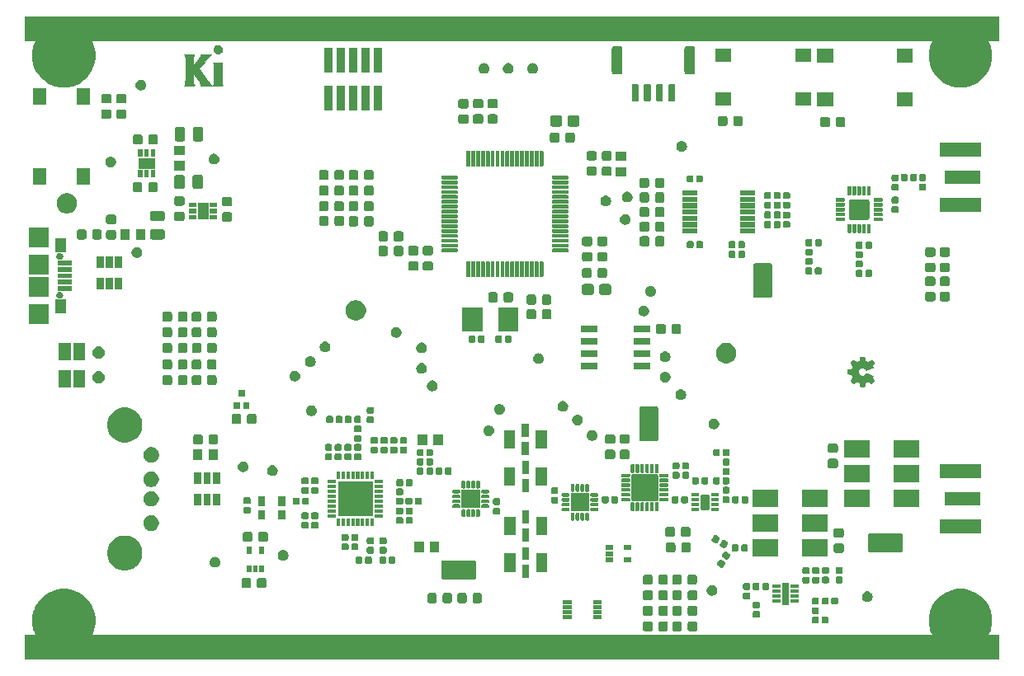
<source format=gbr>
G04 #@! TF.GenerationSoftware,KiCad,Pcbnew,(5.1.0)-1*
G04 #@! TF.CreationDate,2019-04-19T11:20:35+10:00*
G04 #@! TF.ProjectId,VNA,564e412e-6b69-4636-9164-5f7063625858,rev?*
G04 #@! TF.SameCoordinates,Original*
G04 #@! TF.FileFunction,Soldermask,Top*
G04 #@! TF.FilePolarity,Negative*
%FSLAX46Y46*%
G04 Gerber Fmt 4.6, Leading zero omitted, Abs format (unit mm)*
G04 Created by KiCad (PCBNEW (5.1.0)-1) date 2019-04-19 11:20:35*
%MOMM*%
%LPD*%
G04 APERTURE LIST*
%ADD10C,0.010000*%
%ADD11C,0.100000*%
G04 APERTURE END LIST*
D10*
G36*
X110155941Y-64725960D02*
G01*
X110273545Y-64792395D01*
X110367023Y-64895045D01*
X110410812Y-64981124D01*
X110441422Y-65119614D01*
X110432321Y-65257591D01*
X110384973Y-65379084D01*
X110372588Y-65397850D01*
X110282149Y-65485408D01*
X110163271Y-65545553D01*
X110030333Y-65575418D01*
X109897713Y-65572134D01*
X109779790Y-65532832D01*
X109759006Y-65520244D01*
X109676737Y-65441394D01*
X109608914Y-65332770D01*
X109566747Y-65215295D01*
X109558400Y-65145799D01*
X109577674Y-65036575D01*
X109628190Y-64922110D01*
X109698982Y-64823158D01*
X109754642Y-64774295D01*
X109886861Y-64713876D01*
X110023837Y-64698776D01*
X110155941Y-64725960D01*
X110155941Y-64725960D01*
G37*
X110155941Y-64725960D02*
X110273545Y-64792395D01*
X110367023Y-64895045D01*
X110410812Y-64981124D01*
X110441422Y-65119614D01*
X110432321Y-65257591D01*
X110384973Y-65379084D01*
X110372588Y-65397850D01*
X110282149Y-65485408D01*
X110163271Y-65545553D01*
X110030333Y-65575418D01*
X109897713Y-65572134D01*
X109779790Y-65532832D01*
X109759006Y-65520244D01*
X109676737Y-65441394D01*
X109608914Y-65332770D01*
X109566747Y-65215295D01*
X109558400Y-65145799D01*
X109577674Y-65036575D01*
X109628190Y-64922110D01*
X109698982Y-64823158D01*
X109754642Y-64774295D01*
X109886861Y-64713876D01*
X110023837Y-64698776D01*
X110155941Y-64725960D01*
G36*
X110396600Y-67592045D02*
G01*
X110396821Y-67863528D01*
X110397583Y-68088618D01*
X110399026Y-68271721D01*
X110401294Y-68417240D01*
X110404531Y-68529583D01*
X110408878Y-68613155D01*
X110414480Y-68672359D01*
X110421478Y-68711603D01*
X110430016Y-68735292D01*
X110433892Y-68741395D01*
X110460178Y-68778943D01*
X110470891Y-68807085D01*
X110460710Y-68827174D01*
X110424312Y-68840563D01*
X110356376Y-68848605D01*
X110251578Y-68852653D01*
X110104598Y-68854060D01*
X109990200Y-68854200D01*
X109839918Y-68853515D01*
X109708727Y-68851608D01*
X109604427Y-68848702D01*
X109534819Y-68845017D01*
X109507705Y-68840776D01*
X109507600Y-68840488D01*
X109518155Y-68811454D01*
X109544726Y-68754509D01*
X109558400Y-68727200D01*
X109571266Y-68699760D01*
X109581759Y-68669394D01*
X109590120Y-68630920D01*
X109596591Y-68579155D01*
X109601411Y-68508918D01*
X109604822Y-68415027D01*
X109607065Y-68292301D01*
X109608381Y-68135559D01*
X109609010Y-67939617D01*
X109609195Y-67699296D01*
X109609200Y-67634750D01*
X109608947Y-67377269D01*
X109608071Y-67165749D01*
X109606396Y-66995351D01*
X109603748Y-66861238D01*
X109599950Y-66758571D01*
X109594827Y-66682513D01*
X109588203Y-66628226D01*
X109579903Y-66590872D01*
X109570447Y-66566938D01*
X109531695Y-66492000D01*
X110396600Y-66492000D01*
X110396600Y-67592045D01*
X110396600Y-67592045D01*
G37*
X110396600Y-67592045D02*
X110396821Y-67863528D01*
X110397583Y-68088618D01*
X110399026Y-68271721D01*
X110401294Y-68417240D01*
X110404531Y-68529583D01*
X110408878Y-68613155D01*
X110414480Y-68672359D01*
X110421478Y-68711603D01*
X110430016Y-68735292D01*
X110433892Y-68741395D01*
X110460178Y-68778943D01*
X110470891Y-68807085D01*
X110460710Y-68827174D01*
X110424312Y-68840563D01*
X110356376Y-68848605D01*
X110251578Y-68852653D01*
X110104598Y-68854060D01*
X109990200Y-68854200D01*
X109839918Y-68853515D01*
X109708727Y-68851608D01*
X109604427Y-68848702D01*
X109534819Y-68845017D01*
X109507705Y-68840776D01*
X109507600Y-68840488D01*
X109518155Y-68811454D01*
X109544726Y-68754509D01*
X109558400Y-68727200D01*
X109571266Y-68699760D01*
X109581759Y-68669394D01*
X109590120Y-68630920D01*
X109596591Y-68579155D01*
X109601411Y-68508918D01*
X109604822Y-68415027D01*
X109607065Y-68292301D01*
X109608381Y-68135559D01*
X109609010Y-67939617D01*
X109609195Y-67699296D01*
X109609200Y-67634750D01*
X109608947Y-67377269D01*
X109608071Y-67165749D01*
X109606396Y-66995351D01*
X109603748Y-66861238D01*
X109599950Y-66758571D01*
X109594827Y-66682513D01*
X109588203Y-66628226D01*
X109579903Y-66590872D01*
X109570447Y-66566938D01*
X109531695Y-66492000D01*
X110396600Y-66492000D01*
X110396600Y-67592045D01*
G36*
X108813747Y-65628400D02*
G01*
X109359059Y-65628400D01*
X109160279Y-65829787D01*
X108830571Y-66192691D01*
X108616151Y-66466815D01*
X108537703Y-66570400D01*
X108443144Y-66690529D01*
X108343050Y-66814202D01*
X108247998Y-66928419D01*
X108168566Y-67020181D01*
X108143468Y-67047760D01*
X108062036Y-67135212D01*
X108131994Y-67226356D01*
X108267436Y-67415604D01*
X108354978Y-67555050D01*
X108409848Y-67637286D01*
X108471124Y-67716612D01*
X108476273Y-67722607D01*
X108545222Y-67805581D01*
X108625747Y-67908137D01*
X108708942Y-68018288D01*
X108785902Y-68124047D01*
X108847719Y-68213425D01*
X108883376Y-68270547D01*
X108918457Y-68323596D01*
X108976986Y-68402062D01*
X109048820Y-68493252D01*
X109123815Y-68584472D01*
X109191828Y-68663032D01*
X109228200Y-68702020D01*
X109252089Y-68728081D01*
X109294363Y-68775406D01*
X109302477Y-68784570D01*
X109364055Y-68854200D01*
X108237600Y-68854200D01*
X108237600Y-68775923D01*
X108220837Y-68699395D01*
X108173607Y-68594149D01*
X108100493Y-68468239D01*
X108006081Y-68329716D01*
X107918542Y-68215533D01*
X107847268Y-68123313D01*
X107781947Y-68032269D01*
X107734777Y-67959535D01*
X107728671Y-67948833D01*
X107688629Y-67882434D01*
X107653342Y-67834284D01*
X107644699Y-67825500D01*
X107610138Y-67786816D01*
X107569915Y-67730250D01*
X107532226Y-67682093D01*
X107501715Y-67660487D01*
X107500414Y-67660400D01*
X107491538Y-67685091D01*
X107484418Y-67756381D01*
X107479264Y-67870092D01*
X107476283Y-68022044D01*
X107475600Y-68156961D01*
X107476284Y-68336263D01*
X107478695Y-68472270D01*
X107483375Y-68572475D01*
X107490863Y-68644369D01*
X107501698Y-68695443D01*
X107516421Y-68733188D01*
X107517244Y-68734811D01*
X107552717Y-68794491D01*
X107584223Y-68832618D01*
X107587094Y-68834761D01*
X107571597Y-68840323D01*
X107512247Y-68845262D01*
X107415986Y-68849312D01*
X107289759Y-68852207D01*
X107140511Y-68853682D01*
X107088794Y-68853811D01*
X106562289Y-68854200D01*
X106591968Y-68784350D01*
X106620141Y-68725758D01*
X106642224Y-68690370D01*
X106646057Y-68661142D01*
X106649657Y-68585781D01*
X106652959Y-68468951D01*
X106655896Y-68315317D01*
X106658399Y-68129546D01*
X106660404Y-67916302D01*
X106661842Y-67680251D01*
X106662647Y-67426059D01*
X106662799Y-67254290D01*
X106662741Y-66950311D01*
X106662470Y-66692912D01*
X106661846Y-66477874D01*
X106660726Y-66300978D01*
X106658969Y-66158004D01*
X106656433Y-66044733D01*
X106652976Y-65956945D01*
X106648457Y-65890421D01*
X106642733Y-65840941D01*
X106635662Y-65804286D01*
X106627104Y-65776237D01*
X106616916Y-65752574D01*
X106611999Y-65742699D01*
X106581244Y-65680869D01*
X106563190Y-65641660D01*
X106561199Y-65635729D01*
X106585335Y-65633507D01*
X106652688Y-65631556D01*
X106755672Y-65629984D01*
X106886706Y-65628901D01*
X107038205Y-65628415D01*
X107071917Y-65628400D01*
X107245060Y-65628664D01*
X107373629Y-65629831D01*
X107463846Y-65632464D01*
X107521937Y-65637123D01*
X107554124Y-65644372D01*
X107566632Y-65654772D01*
X107565686Y-65668885D01*
X107564164Y-65672850D01*
X107530805Y-65761673D01*
X107506739Y-65850181D01*
X107490580Y-65949141D01*
X107480942Y-66069321D01*
X107476440Y-66221488D01*
X107475600Y-66361088D01*
X107475599Y-66780904D01*
X107551799Y-66707900D01*
X107599413Y-66657557D01*
X107625994Y-66620278D01*
X107628000Y-66613483D01*
X107643137Y-66587550D01*
X107682628Y-66534128D01*
X107737588Y-66464145D01*
X107799132Y-66388529D01*
X107858377Y-66318209D01*
X107906439Y-66264114D01*
X107933239Y-66238000D01*
X107955561Y-66210734D01*
X107993936Y-66154630D01*
X108021802Y-66111000D01*
X108080005Y-66023298D01*
X108142951Y-65936698D01*
X108165299Y-65908362D01*
X108210013Y-65841736D01*
X108235408Y-65780643D01*
X108237600Y-65764390D01*
X108238122Y-65720677D01*
X108243791Y-65687502D01*
X108260762Y-65663412D01*
X108295189Y-65646955D01*
X108353226Y-65636677D01*
X108441028Y-65631127D01*
X108564750Y-65628851D01*
X108730545Y-65628396D01*
X108813747Y-65628400D01*
X108813747Y-65628400D01*
G37*
X108813747Y-65628400D02*
X109359059Y-65628400D01*
X109160279Y-65829787D01*
X108830571Y-66192691D01*
X108616151Y-66466815D01*
X108537703Y-66570400D01*
X108443144Y-66690529D01*
X108343050Y-66814202D01*
X108247998Y-66928419D01*
X108168566Y-67020181D01*
X108143468Y-67047760D01*
X108062036Y-67135212D01*
X108131994Y-67226356D01*
X108267436Y-67415604D01*
X108354978Y-67555050D01*
X108409848Y-67637286D01*
X108471124Y-67716612D01*
X108476273Y-67722607D01*
X108545222Y-67805581D01*
X108625747Y-67908137D01*
X108708942Y-68018288D01*
X108785902Y-68124047D01*
X108847719Y-68213425D01*
X108883376Y-68270547D01*
X108918457Y-68323596D01*
X108976986Y-68402062D01*
X109048820Y-68493252D01*
X109123815Y-68584472D01*
X109191828Y-68663032D01*
X109228200Y-68702020D01*
X109252089Y-68728081D01*
X109294363Y-68775406D01*
X109302477Y-68784570D01*
X109364055Y-68854200D01*
X108237600Y-68854200D01*
X108237600Y-68775923D01*
X108220837Y-68699395D01*
X108173607Y-68594149D01*
X108100493Y-68468239D01*
X108006081Y-68329716D01*
X107918542Y-68215533D01*
X107847268Y-68123313D01*
X107781947Y-68032269D01*
X107734777Y-67959535D01*
X107728671Y-67948833D01*
X107688629Y-67882434D01*
X107653342Y-67834284D01*
X107644699Y-67825500D01*
X107610138Y-67786816D01*
X107569915Y-67730250D01*
X107532226Y-67682093D01*
X107501715Y-67660487D01*
X107500414Y-67660400D01*
X107491538Y-67685091D01*
X107484418Y-67756381D01*
X107479264Y-67870092D01*
X107476283Y-68022044D01*
X107475600Y-68156961D01*
X107476284Y-68336263D01*
X107478695Y-68472270D01*
X107483375Y-68572475D01*
X107490863Y-68644369D01*
X107501698Y-68695443D01*
X107516421Y-68733188D01*
X107517244Y-68734811D01*
X107552717Y-68794491D01*
X107584223Y-68832618D01*
X107587094Y-68834761D01*
X107571597Y-68840323D01*
X107512247Y-68845262D01*
X107415986Y-68849312D01*
X107289759Y-68852207D01*
X107140511Y-68853682D01*
X107088794Y-68853811D01*
X106562289Y-68854200D01*
X106591968Y-68784350D01*
X106620141Y-68725758D01*
X106642224Y-68690370D01*
X106646057Y-68661142D01*
X106649657Y-68585781D01*
X106652959Y-68468951D01*
X106655896Y-68315317D01*
X106658399Y-68129546D01*
X106660404Y-67916302D01*
X106661842Y-67680251D01*
X106662647Y-67426059D01*
X106662799Y-67254290D01*
X106662741Y-66950311D01*
X106662470Y-66692912D01*
X106661846Y-66477874D01*
X106660726Y-66300978D01*
X106658969Y-66158004D01*
X106656433Y-66044733D01*
X106652976Y-65956945D01*
X106648457Y-65890421D01*
X106642733Y-65840941D01*
X106635662Y-65804286D01*
X106627104Y-65776237D01*
X106616916Y-65752574D01*
X106611999Y-65742699D01*
X106581244Y-65680869D01*
X106563190Y-65641660D01*
X106561199Y-65635729D01*
X106585335Y-65633507D01*
X106652688Y-65631556D01*
X106755672Y-65629984D01*
X106886706Y-65628901D01*
X107038205Y-65628415D01*
X107071917Y-65628400D01*
X107245060Y-65628664D01*
X107373629Y-65629831D01*
X107463846Y-65632464D01*
X107521937Y-65637123D01*
X107554124Y-65644372D01*
X107566632Y-65654772D01*
X107565686Y-65668885D01*
X107564164Y-65672850D01*
X107530805Y-65761673D01*
X107506739Y-65850181D01*
X107490580Y-65949141D01*
X107480942Y-66069321D01*
X107476440Y-66221488D01*
X107475600Y-66361088D01*
X107475599Y-66780904D01*
X107551799Y-66707900D01*
X107599413Y-66657557D01*
X107625994Y-66620278D01*
X107628000Y-66613483D01*
X107643137Y-66587550D01*
X107682628Y-66534128D01*
X107737588Y-66464145D01*
X107799132Y-66388529D01*
X107858377Y-66318209D01*
X107906439Y-66264114D01*
X107933239Y-66238000D01*
X107955561Y-66210734D01*
X107993936Y-66154630D01*
X108021802Y-66111000D01*
X108080005Y-66023298D01*
X108142951Y-65936698D01*
X108165299Y-65908362D01*
X108210013Y-65841736D01*
X108235408Y-65780643D01*
X108237600Y-65764390D01*
X108238122Y-65720677D01*
X108243791Y-65687502D01*
X108260762Y-65663412D01*
X108295189Y-65646955D01*
X108353226Y-65636677D01*
X108441028Y-65631127D01*
X108564750Y-65628851D01*
X108730545Y-65628396D01*
X108813747Y-65628400D01*
G36*
X174613358Y-98203975D02*
G01*
X174613668Y-98162914D01*
X174614144Y-98126061D01*
X174614763Y-98094552D01*
X174615502Y-98069522D01*
X174616337Y-98052107D01*
X174617244Y-98043443D01*
X174617471Y-98042790D01*
X174623471Y-98040213D01*
X174638787Y-98036078D01*
X174662721Y-98030534D01*
X174694573Y-98023732D01*
X174733644Y-98015821D01*
X174779237Y-98006953D01*
X174820850Y-97999099D01*
X174864601Y-97990849D01*
X174905265Y-97982999D01*
X174941748Y-97975775D01*
X174972957Y-97969401D01*
X174997798Y-97964102D01*
X175015177Y-97960103D01*
X175024000Y-97957628D01*
X175024834Y-97957198D01*
X175028371Y-97950952D01*
X175034916Y-97936849D01*
X175043889Y-97916324D01*
X175054710Y-97890810D01*
X175066800Y-97861742D01*
X175079578Y-97830554D01*
X175092466Y-97798680D01*
X175104882Y-97767553D01*
X175116248Y-97738608D01*
X175125983Y-97713279D01*
X175133508Y-97693001D01*
X175138242Y-97679206D01*
X175139607Y-97673329D01*
X175139605Y-97673322D01*
X175136333Y-97668012D01*
X175127928Y-97655276D01*
X175115025Y-97636052D01*
X175098257Y-97611276D01*
X175078260Y-97581886D01*
X175055669Y-97548820D01*
X175031119Y-97513014D01*
X175025162Y-97504344D01*
X175000277Y-97467915D01*
X174977306Y-97433852D01*
X174956874Y-97403114D01*
X174939606Y-97376661D01*
X174926126Y-97355451D01*
X174917059Y-97340444D01*
X174913028Y-97332599D01*
X174912879Y-97331914D01*
X174916391Y-97326193D01*
X174926292Y-97314398D01*
X174941632Y-97297480D01*
X174961458Y-97276391D01*
X174984820Y-97252081D01*
X175010767Y-97225500D01*
X175038347Y-97197600D01*
X175066609Y-97169331D01*
X175094603Y-97141645D01*
X175121376Y-97115492D01*
X175145978Y-97091822D01*
X175167458Y-97071588D01*
X175184864Y-97055739D01*
X175197246Y-97045226D01*
X175203651Y-97041001D01*
X175203938Y-97040960D01*
X175210058Y-97043757D01*
X175223530Y-97051721D01*
X175243372Y-97064211D01*
X175268598Y-97080590D01*
X175298226Y-97100217D01*
X175331269Y-97122453D01*
X175366745Y-97146659D01*
X175369005Y-97148212D01*
X175404726Y-97172706D01*
X175438139Y-97195501D01*
X175468244Y-97215920D01*
X175494038Y-97233292D01*
X175514521Y-97246940D01*
X175528692Y-97256193D01*
X175535550Y-97260374D01*
X175535670Y-97260432D01*
X175540391Y-97261216D01*
X175548231Y-97260088D01*
X175560143Y-97256701D01*
X175577084Y-97250708D01*
X175600007Y-97241759D01*
X175629867Y-97229509D01*
X175667619Y-97213610D01*
X175687252Y-97205251D01*
X175724852Y-97188982D01*
X175758510Y-97173989D01*
X175787168Y-97160769D01*
X175809772Y-97149825D01*
X175825265Y-97141654D01*
X175832592Y-97136757D01*
X175832948Y-97136290D01*
X175834928Y-97129440D01*
X175838502Y-97113752D01*
X175843434Y-97090384D01*
X175849491Y-97060492D01*
X175856439Y-97025233D01*
X175864044Y-96985764D01*
X175872071Y-96943243D01*
X175872940Y-96938591D01*
X175882180Y-96889854D01*
X175890621Y-96846947D01*
X175898102Y-96810610D01*
X175904463Y-96781582D01*
X175909544Y-96760603D01*
X175913184Y-96748415D01*
X175914714Y-96745549D01*
X175921096Y-96744628D01*
X175936503Y-96743775D01*
X175959798Y-96743011D01*
X175989847Y-96742362D01*
X176025514Y-96741849D01*
X176065663Y-96741497D01*
X176109159Y-96741329D01*
X176120027Y-96741318D01*
X176171548Y-96741351D01*
X176213801Y-96741514D01*
X176247680Y-96741838D01*
X176274077Y-96742353D01*
X176293884Y-96743092D01*
X176307996Y-96744084D01*
X176317303Y-96745361D01*
X176322699Y-96746954D01*
X176324741Y-96748405D01*
X176326999Y-96754905D01*
X176330799Y-96770237D01*
X176335898Y-96793235D01*
X176342050Y-96822729D01*
X176349013Y-96857550D01*
X176356543Y-96896530D01*
X176364236Y-96937635D01*
X176372897Y-96983790D01*
X176380981Y-97025202D01*
X176388286Y-97060938D01*
X176394611Y-97090063D01*
X176399758Y-97111646D01*
X176403525Y-97124751D01*
X176405133Y-97128274D01*
X176411585Y-97132296D01*
X176425987Y-97139286D01*
X176446948Y-97148686D01*
X176473082Y-97159937D01*
X176503000Y-97172481D01*
X176535313Y-97185760D01*
X176568634Y-97199215D01*
X176601575Y-97212288D01*
X176632747Y-97224420D01*
X176660763Y-97235054D01*
X176684233Y-97243631D01*
X176701771Y-97249592D01*
X176711987Y-97252380D01*
X176713842Y-97252444D01*
X176719358Y-97249099D01*
X176732262Y-97240652D01*
X176751573Y-97227764D01*
X176776312Y-97211094D01*
X176805498Y-97191303D01*
X176838151Y-97169052D01*
X176872582Y-97145488D01*
X176907797Y-97121513D01*
X176940662Y-97099474D01*
X176970174Y-97080018D01*
X176995331Y-97063791D01*
X177015130Y-97051442D01*
X177028568Y-97043617D01*
X177034588Y-97040960D01*
X177040258Y-97044463D01*
X177052017Y-97054338D01*
X177068914Y-97069637D01*
X177089997Y-97089410D01*
X177114314Y-97112710D01*
X177140912Y-97138586D01*
X177168838Y-97166092D01*
X177197142Y-97194277D01*
X177224870Y-97222193D01*
X177251071Y-97248891D01*
X177274792Y-97273422D01*
X177295081Y-97294838D01*
X177310985Y-97312190D01*
X177321554Y-97324529D01*
X177325834Y-97330906D01*
X177325880Y-97331208D01*
X177323089Y-97337083D01*
X177315148Y-97350310D01*
X177302705Y-97369898D01*
X177286406Y-97394853D01*
X177266900Y-97424186D01*
X177244834Y-97456902D01*
X177221740Y-97490726D01*
X177197807Y-97525808D01*
X177175813Y-97558507D01*
X177156405Y-97587821D01*
X177140232Y-97612753D01*
X177127942Y-97632304D01*
X177120183Y-97645473D01*
X177117600Y-97651188D01*
X177119920Y-97658614D01*
X177126305Y-97673106D01*
X177135890Y-97692843D01*
X177147810Y-97716009D01*
X177153481Y-97726650D01*
X177166747Y-97752200D01*
X177177375Y-97774486D01*
X177184622Y-97791828D01*
X177187744Y-97802544D01*
X177187771Y-97804177D01*
X177186377Y-97806765D01*
X177182452Y-97810126D01*
X177175381Y-97814533D01*
X177164547Y-97820262D01*
X177149334Y-97827586D01*
X177129125Y-97836780D01*
X177103305Y-97848116D01*
X177071257Y-97861871D01*
X177032365Y-97878316D01*
X176986012Y-97897728D01*
X176931582Y-97920380D01*
X176868459Y-97946546D01*
X176857359Y-97951140D01*
X176802528Y-97973743D01*
X176750342Y-97995089D01*
X176701575Y-98014872D01*
X176656998Y-98032787D01*
X176617386Y-98048527D01*
X176583510Y-98061788D01*
X176556143Y-98072264D01*
X176536060Y-98079648D01*
X176524031Y-98083636D01*
X176520809Y-98084240D01*
X176514897Y-98079051D01*
X176504827Y-98067277D01*
X176492102Y-98050766D01*
X176480629Y-98034827D01*
X176449570Y-97992673D01*
X176420231Y-97958247D01*
X176390682Y-97929797D01*
X176358997Y-97905568D01*
X176323247Y-97883806D01*
X176302918Y-97873137D01*
X176244488Y-97849244D01*
X176184158Y-97834924D01*
X176122953Y-97830021D01*
X176061898Y-97834377D01*
X176002019Y-97847837D01*
X175944342Y-97870244D01*
X175889891Y-97901441D01*
X175839692Y-97941273D01*
X175836411Y-97944336D01*
X175792833Y-97991983D01*
X175757422Y-98045192D01*
X175729755Y-98104646D01*
X175719807Y-98133340D01*
X175714974Y-98150067D01*
X175711632Y-98165835D01*
X175709519Y-98183146D01*
X175708373Y-98204503D01*
X175707935Y-98232407D01*
X175707900Y-98247460D01*
X175708110Y-98279085D01*
X175708916Y-98303064D01*
X175710578Y-98321907D01*
X175713357Y-98338123D01*
X175717516Y-98354222D01*
X175719802Y-98361760D01*
X175744205Y-98423754D01*
X175776690Y-98480039D01*
X175816763Y-98530031D01*
X175863933Y-98573146D01*
X175917707Y-98608799D01*
X175936500Y-98618671D01*
X175983357Y-98639244D01*
X176027726Y-98652766D01*
X176073443Y-98660140D01*
X176121920Y-98662273D01*
X176186989Y-98657414D01*
X176249065Y-98643008D01*
X176307510Y-98619312D01*
X176361687Y-98586584D01*
X176409975Y-98546045D01*
X176426971Y-98527860D01*
X176446791Y-98504238D01*
X176467052Y-98478252D01*
X176485368Y-98452977D01*
X176499354Y-98431486D01*
X176500883Y-98428861D01*
X176509785Y-98417168D01*
X176519264Y-98410128D01*
X176520648Y-98409675D01*
X176527322Y-98411128D01*
X176542833Y-98416359D01*
X176566671Y-98425168D01*
X176598326Y-98437353D01*
X176637287Y-98452713D01*
X176683043Y-98471047D01*
X176735085Y-98492154D01*
X176792901Y-98515834D01*
X176849679Y-98539272D01*
X176903781Y-98561700D01*
X176955286Y-98583086D01*
X177003399Y-98603097D01*
X177047325Y-98621401D01*
X177086268Y-98637666D01*
X177119433Y-98651558D01*
X177146026Y-98662747D01*
X177165249Y-98670898D01*
X177176309Y-98675681D01*
X177178609Y-98676747D01*
X177186716Y-98684980D01*
X177188720Y-98691789D01*
X177186394Y-98699502D01*
X177179995Y-98714255D01*
X177170387Y-98734210D01*
X177158437Y-98757530D01*
X177152672Y-98768358D01*
X177137192Y-98798166D01*
X177126189Y-98821684D01*
X177120007Y-98838125D01*
X177118837Y-98846178D01*
X177122269Y-98853320D01*
X177130700Y-98867462D01*
X177143286Y-98887291D01*
X177159184Y-98911494D01*
X177177551Y-98938759D01*
X177189461Y-98956120D01*
X177221822Y-99003038D01*
X177248815Y-99042318D01*
X177270892Y-99074648D01*
X177288506Y-99100719D01*
X177302109Y-99121219D01*
X177312155Y-99136837D01*
X177319097Y-99148261D01*
X177323388Y-99156181D01*
X177325480Y-99161286D01*
X177325880Y-99163613D01*
X177322399Y-99168879D01*
X177312478Y-99180465D01*
X177296897Y-99197540D01*
X177276437Y-99219279D01*
X177251880Y-99244852D01*
X177224006Y-99273432D01*
X177193597Y-99304191D01*
X177187541Y-99310269D01*
X177156470Y-99341264D01*
X177127382Y-99369990D01*
X177101112Y-99395643D01*
X177078494Y-99417423D01*
X177060363Y-99434527D01*
X177047552Y-99446153D01*
X177040896Y-99451499D01*
X177040413Y-99451734D01*
X177037436Y-99452633D01*
X177034393Y-99452948D01*
X177030460Y-99452165D01*
X177024812Y-99449774D01*
X177016624Y-99445263D01*
X177005072Y-99438121D01*
X176989330Y-99427835D01*
X176968575Y-99413895D01*
X176941980Y-99395788D01*
X176908721Y-99373004D01*
X176867973Y-99345031D01*
X176864266Y-99342485D01*
X176829625Y-99318839D01*
X176797438Y-99297135D01*
X176768706Y-99278027D01*
X176744428Y-99262169D01*
X176725605Y-99250215D01*
X176713237Y-99242819D01*
X176708469Y-99240600D01*
X176702070Y-99242429D01*
X176687455Y-99247610D01*
X176665826Y-99255686D01*
X176638385Y-99266198D01*
X176606333Y-99278688D01*
X176570874Y-99292700D01*
X176553307Y-99299706D01*
X176509314Y-99317443D01*
X176474051Y-99331995D01*
X176446727Y-99343724D01*
X176426551Y-99352994D01*
X176412734Y-99360167D01*
X176404485Y-99365606D01*
X176401059Y-99369556D01*
X176399121Y-99376915D01*
X176395609Y-99393064D01*
X176390762Y-99416798D01*
X176384819Y-99446909D01*
X176378018Y-99482191D01*
X176370597Y-99521438D01*
X176363414Y-99560079D01*
X176355616Y-99601719D01*
X176348154Y-99640331D01*
X176341273Y-99674739D01*
X176335217Y-99703770D01*
X176330232Y-99726249D01*
X176326560Y-99741002D01*
X176324531Y-99746769D01*
X176321360Y-99748567D01*
X176314541Y-99750039D01*
X176303211Y-99751215D01*
X176286509Y-99752123D01*
X176263571Y-99752793D01*
X176233536Y-99753254D01*
X176195541Y-99753535D01*
X176148724Y-99753664D01*
X176118875Y-99753680D01*
X175918954Y-99753680D01*
X175911902Y-99742250D01*
X175909400Y-99734763D01*
X175905372Y-99718464D01*
X175900066Y-99694545D01*
X175893732Y-99664198D01*
X175886617Y-99628616D01*
X175878971Y-99588991D01*
X175871042Y-99546514D01*
X175870838Y-99545400D01*
X175862950Y-99503124D01*
X175855374Y-99463892D01*
X175848352Y-99428855D01*
X175842126Y-99399164D01*
X175836937Y-99375970D01*
X175833026Y-99360424D01*
X175830637Y-99353677D01*
X175830566Y-99353595D01*
X175824301Y-99349910D01*
X175810106Y-99342978D01*
X175789428Y-99333423D01*
X175763713Y-99321866D01*
X175734406Y-99308930D01*
X175702954Y-99295237D01*
X175670802Y-99281409D01*
X175639397Y-99268069D01*
X175610185Y-99255839D01*
X175584611Y-99245341D01*
X175564123Y-99237197D01*
X175550165Y-99232031D01*
X175544394Y-99230440D01*
X175538575Y-99233233D01*
X175525372Y-99241189D01*
X175505749Y-99253681D01*
X175480667Y-99270076D01*
X175451089Y-99289746D01*
X175417976Y-99312061D01*
X175382293Y-99336389D01*
X175376655Y-99340258D01*
X175340538Y-99364952D01*
X175306750Y-99387845D01*
X175276274Y-99408287D01*
X175250088Y-99425629D01*
X175229175Y-99439222D01*
X175214516Y-99448417D01*
X175207090Y-99452566D01*
X175206684Y-99452707D01*
X175202579Y-99451946D01*
X175195668Y-99447786D01*
X175185355Y-99439683D01*
X175171048Y-99427095D01*
X175152154Y-99409479D01*
X175128078Y-99386292D01*
X175098226Y-99356992D01*
X175062005Y-99321036D01*
X175054749Y-99313801D01*
X175018889Y-99277782D01*
X174987378Y-99245644D01*
X174960731Y-99217932D01*
X174939461Y-99195194D01*
X174924081Y-99177977D01*
X174915105Y-99166826D01*
X174912880Y-99162675D01*
X174915672Y-99156440D01*
X174923627Y-99142844D01*
X174936110Y-99122867D01*
X174952487Y-99097492D01*
X174972122Y-99067700D01*
X174994382Y-99034474D01*
X175018631Y-98998795D01*
X175021289Y-98994914D01*
X175045928Y-98958900D01*
X175068914Y-98925178D01*
X175089573Y-98894747D01*
X175107230Y-98868605D01*
X175121211Y-98847752D01*
X175130841Y-98833185D01*
X175135446Y-98825904D01*
X175135587Y-98825648D01*
X175136941Y-98821195D01*
X175136744Y-98814661D01*
X175134631Y-98804941D01*
X175130234Y-98790932D01*
X175123187Y-98771529D01*
X175113124Y-98745627D01*
X175099677Y-98712123D01*
X175090068Y-98688488D01*
X175072981Y-98646634D01*
X175059243Y-98613212D01*
X175048382Y-98587240D01*
X175039926Y-98567736D01*
X175033403Y-98553719D01*
X175028340Y-98544205D01*
X175024266Y-98538214D01*
X175020708Y-98534764D01*
X175017193Y-98532872D01*
X175014840Y-98532055D01*
X175007736Y-98530440D01*
X174991805Y-98527207D01*
X174968215Y-98522580D01*
X174938129Y-98516784D01*
X174902714Y-98510042D01*
X174863135Y-98502580D01*
X174820558Y-98494622D01*
X174816168Y-98493805D01*
X174773481Y-98485748D01*
X174733799Y-98478032D01*
X174698266Y-98470896D01*
X174668028Y-98464580D01*
X174644228Y-98459324D01*
X174628012Y-98455367D01*
X174620524Y-98452950D01*
X174620283Y-98452788D01*
X174618437Y-98449758D01*
X174616928Y-98443437D01*
X174615727Y-98432937D01*
X174614801Y-98417367D01*
X174614121Y-98395841D01*
X174613657Y-98367468D01*
X174613376Y-98331361D01*
X174613250Y-98286630D01*
X174613237Y-98248108D01*
X174613358Y-98203975D01*
X174613358Y-98203975D01*
G37*
X174613358Y-98203975D02*
X174613668Y-98162914D01*
X174614144Y-98126061D01*
X174614763Y-98094552D01*
X174615502Y-98069522D01*
X174616337Y-98052107D01*
X174617244Y-98043443D01*
X174617471Y-98042790D01*
X174623471Y-98040213D01*
X174638787Y-98036078D01*
X174662721Y-98030534D01*
X174694573Y-98023732D01*
X174733644Y-98015821D01*
X174779237Y-98006953D01*
X174820850Y-97999099D01*
X174864601Y-97990849D01*
X174905265Y-97982999D01*
X174941748Y-97975775D01*
X174972957Y-97969401D01*
X174997798Y-97964102D01*
X175015177Y-97960103D01*
X175024000Y-97957628D01*
X175024834Y-97957198D01*
X175028371Y-97950952D01*
X175034916Y-97936849D01*
X175043889Y-97916324D01*
X175054710Y-97890810D01*
X175066800Y-97861742D01*
X175079578Y-97830554D01*
X175092466Y-97798680D01*
X175104882Y-97767553D01*
X175116248Y-97738608D01*
X175125983Y-97713279D01*
X175133508Y-97693001D01*
X175138242Y-97679206D01*
X175139607Y-97673329D01*
X175139605Y-97673322D01*
X175136333Y-97668012D01*
X175127928Y-97655276D01*
X175115025Y-97636052D01*
X175098257Y-97611276D01*
X175078260Y-97581886D01*
X175055669Y-97548820D01*
X175031119Y-97513014D01*
X175025162Y-97504344D01*
X175000277Y-97467915D01*
X174977306Y-97433852D01*
X174956874Y-97403114D01*
X174939606Y-97376661D01*
X174926126Y-97355451D01*
X174917059Y-97340444D01*
X174913028Y-97332599D01*
X174912879Y-97331914D01*
X174916391Y-97326193D01*
X174926292Y-97314398D01*
X174941632Y-97297480D01*
X174961458Y-97276391D01*
X174984820Y-97252081D01*
X175010767Y-97225500D01*
X175038347Y-97197600D01*
X175066609Y-97169331D01*
X175094603Y-97141645D01*
X175121376Y-97115492D01*
X175145978Y-97091822D01*
X175167458Y-97071588D01*
X175184864Y-97055739D01*
X175197246Y-97045226D01*
X175203651Y-97041001D01*
X175203938Y-97040960D01*
X175210058Y-97043757D01*
X175223530Y-97051721D01*
X175243372Y-97064211D01*
X175268598Y-97080590D01*
X175298226Y-97100217D01*
X175331269Y-97122453D01*
X175366745Y-97146659D01*
X175369005Y-97148212D01*
X175404726Y-97172706D01*
X175438139Y-97195501D01*
X175468244Y-97215920D01*
X175494038Y-97233292D01*
X175514521Y-97246940D01*
X175528692Y-97256193D01*
X175535550Y-97260374D01*
X175535670Y-97260432D01*
X175540391Y-97261216D01*
X175548231Y-97260088D01*
X175560143Y-97256701D01*
X175577084Y-97250708D01*
X175600007Y-97241759D01*
X175629867Y-97229509D01*
X175667619Y-97213610D01*
X175687252Y-97205251D01*
X175724852Y-97188982D01*
X175758510Y-97173989D01*
X175787168Y-97160769D01*
X175809772Y-97149825D01*
X175825265Y-97141654D01*
X175832592Y-97136757D01*
X175832948Y-97136290D01*
X175834928Y-97129440D01*
X175838502Y-97113752D01*
X175843434Y-97090384D01*
X175849491Y-97060492D01*
X175856439Y-97025233D01*
X175864044Y-96985764D01*
X175872071Y-96943243D01*
X175872940Y-96938591D01*
X175882180Y-96889854D01*
X175890621Y-96846947D01*
X175898102Y-96810610D01*
X175904463Y-96781582D01*
X175909544Y-96760603D01*
X175913184Y-96748415D01*
X175914714Y-96745549D01*
X175921096Y-96744628D01*
X175936503Y-96743775D01*
X175959798Y-96743011D01*
X175989847Y-96742362D01*
X176025514Y-96741849D01*
X176065663Y-96741497D01*
X176109159Y-96741329D01*
X176120027Y-96741318D01*
X176171548Y-96741351D01*
X176213801Y-96741514D01*
X176247680Y-96741838D01*
X176274077Y-96742353D01*
X176293884Y-96743092D01*
X176307996Y-96744084D01*
X176317303Y-96745361D01*
X176322699Y-96746954D01*
X176324741Y-96748405D01*
X176326999Y-96754905D01*
X176330799Y-96770237D01*
X176335898Y-96793235D01*
X176342050Y-96822729D01*
X176349013Y-96857550D01*
X176356543Y-96896530D01*
X176364236Y-96937635D01*
X176372897Y-96983790D01*
X176380981Y-97025202D01*
X176388286Y-97060938D01*
X176394611Y-97090063D01*
X176399758Y-97111646D01*
X176403525Y-97124751D01*
X176405133Y-97128274D01*
X176411585Y-97132296D01*
X176425987Y-97139286D01*
X176446948Y-97148686D01*
X176473082Y-97159937D01*
X176503000Y-97172481D01*
X176535313Y-97185760D01*
X176568634Y-97199215D01*
X176601575Y-97212288D01*
X176632747Y-97224420D01*
X176660763Y-97235054D01*
X176684233Y-97243631D01*
X176701771Y-97249592D01*
X176711987Y-97252380D01*
X176713842Y-97252444D01*
X176719358Y-97249099D01*
X176732262Y-97240652D01*
X176751573Y-97227764D01*
X176776312Y-97211094D01*
X176805498Y-97191303D01*
X176838151Y-97169052D01*
X176872582Y-97145488D01*
X176907797Y-97121513D01*
X176940662Y-97099474D01*
X176970174Y-97080018D01*
X176995331Y-97063791D01*
X177015130Y-97051442D01*
X177028568Y-97043617D01*
X177034588Y-97040960D01*
X177040258Y-97044463D01*
X177052017Y-97054338D01*
X177068914Y-97069637D01*
X177089997Y-97089410D01*
X177114314Y-97112710D01*
X177140912Y-97138586D01*
X177168838Y-97166092D01*
X177197142Y-97194277D01*
X177224870Y-97222193D01*
X177251071Y-97248891D01*
X177274792Y-97273422D01*
X177295081Y-97294838D01*
X177310985Y-97312190D01*
X177321554Y-97324529D01*
X177325834Y-97330906D01*
X177325880Y-97331208D01*
X177323089Y-97337083D01*
X177315148Y-97350310D01*
X177302705Y-97369898D01*
X177286406Y-97394853D01*
X177266900Y-97424186D01*
X177244834Y-97456902D01*
X177221740Y-97490726D01*
X177197807Y-97525808D01*
X177175813Y-97558507D01*
X177156405Y-97587821D01*
X177140232Y-97612753D01*
X177127942Y-97632304D01*
X177120183Y-97645473D01*
X177117600Y-97651188D01*
X177119920Y-97658614D01*
X177126305Y-97673106D01*
X177135890Y-97692843D01*
X177147810Y-97716009D01*
X177153481Y-97726650D01*
X177166747Y-97752200D01*
X177177375Y-97774486D01*
X177184622Y-97791828D01*
X177187744Y-97802544D01*
X177187771Y-97804177D01*
X177186377Y-97806765D01*
X177182452Y-97810126D01*
X177175381Y-97814533D01*
X177164547Y-97820262D01*
X177149334Y-97827586D01*
X177129125Y-97836780D01*
X177103305Y-97848116D01*
X177071257Y-97861871D01*
X177032365Y-97878316D01*
X176986012Y-97897728D01*
X176931582Y-97920380D01*
X176868459Y-97946546D01*
X176857359Y-97951140D01*
X176802528Y-97973743D01*
X176750342Y-97995089D01*
X176701575Y-98014872D01*
X176656998Y-98032787D01*
X176617386Y-98048527D01*
X176583510Y-98061788D01*
X176556143Y-98072264D01*
X176536060Y-98079648D01*
X176524031Y-98083636D01*
X176520809Y-98084240D01*
X176514897Y-98079051D01*
X176504827Y-98067277D01*
X176492102Y-98050766D01*
X176480629Y-98034827D01*
X176449570Y-97992673D01*
X176420231Y-97958247D01*
X176390682Y-97929797D01*
X176358997Y-97905568D01*
X176323247Y-97883806D01*
X176302918Y-97873137D01*
X176244488Y-97849244D01*
X176184158Y-97834924D01*
X176122953Y-97830021D01*
X176061898Y-97834377D01*
X176002019Y-97847837D01*
X175944342Y-97870244D01*
X175889891Y-97901441D01*
X175839692Y-97941273D01*
X175836411Y-97944336D01*
X175792833Y-97991983D01*
X175757422Y-98045192D01*
X175729755Y-98104646D01*
X175719807Y-98133340D01*
X175714974Y-98150067D01*
X175711632Y-98165835D01*
X175709519Y-98183146D01*
X175708373Y-98204503D01*
X175707935Y-98232407D01*
X175707900Y-98247460D01*
X175708110Y-98279085D01*
X175708916Y-98303064D01*
X175710578Y-98321907D01*
X175713357Y-98338123D01*
X175717516Y-98354222D01*
X175719802Y-98361760D01*
X175744205Y-98423754D01*
X175776690Y-98480039D01*
X175816763Y-98530031D01*
X175863933Y-98573146D01*
X175917707Y-98608799D01*
X175936500Y-98618671D01*
X175983357Y-98639244D01*
X176027726Y-98652766D01*
X176073443Y-98660140D01*
X176121920Y-98662273D01*
X176186989Y-98657414D01*
X176249065Y-98643008D01*
X176307510Y-98619312D01*
X176361687Y-98586584D01*
X176409975Y-98546045D01*
X176426971Y-98527860D01*
X176446791Y-98504238D01*
X176467052Y-98478252D01*
X176485368Y-98452977D01*
X176499354Y-98431486D01*
X176500883Y-98428861D01*
X176509785Y-98417168D01*
X176519264Y-98410128D01*
X176520648Y-98409675D01*
X176527322Y-98411128D01*
X176542833Y-98416359D01*
X176566671Y-98425168D01*
X176598326Y-98437353D01*
X176637287Y-98452713D01*
X176683043Y-98471047D01*
X176735085Y-98492154D01*
X176792901Y-98515834D01*
X176849679Y-98539272D01*
X176903781Y-98561700D01*
X176955286Y-98583086D01*
X177003399Y-98603097D01*
X177047325Y-98621401D01*
X177086268Y-98637666D01*
X177119433Y-98651558D01*
X177146026Y-98662747D01*
X177165249Y-98670898D01*
X177176309Y-98675681D01*
X177178609Y-98676747D01*
X177186716Y-98684980D01*
X177188720Y-98691789D01*
X177186394Y-98699502D01*
X177179995Y-98714255D01*
X177170387Y-98734210D01*
X177158437Y-98757530D01*
X177152672Y-98768358D01*
X177137192Y-98798166D01*
X177126189Y-98821684D01*
X177120007Y-98838125D01*
X177118837Y-98846178D01*
X177122269Y-98853320D01*
X177130700Y-98867462D01*
X177143286Y-98887291D01*
X177159184Y-98911494D01*
X177177551Y-98938759D01*
X177189461Y-98956120D01*
X177221822Y-99003038D01*
X177248815Y-99042318D01*
X177270892Y-99074648D01*
X177288506Y-99100719D01*
X177302109Y-99121219D01*
X177312155Y-99136837D01*
X177319097Y-99148261D01*
X177323388Y-99156181D01*
X177325480Y-99161286D01*
X177325880Y-99163613D01*
X177322399Y-99168879D01*
X177312478Y-99180465D01*
X177296897Y-99197540D01*
X177276437Y-99219279D01*
X177251880Y-99244852D01*
X177224006Y-99273432D01*
X177193597Y-99304191D01*
X177187541Y-99310269D01*
X177156470Y-99341264D01*
X177127382Y-99369990D01*
X177101112Y-99395643D01*
X177078494Y-99417423D01*
X177060363Y-99434527D01*
X177047552Y-99446153D01*
X177040896Y-99451499D01*
X177040413Y-99451734D01*
X177037436Y-99452633D01*
X177034393Y-99452948D01*
X177030460Y-99452165D01*
X177024812Y-99449774D01*
X177016624Y-99445263D01*
X177005072Y-99438121D01*
X176989330Y-99427835D01*
X176968575Y-99413895D01*
X176941980Y-99395788D01*
X176908721Y-99373004D01*
X176867973Y-99345031D01*
X176864266Y-99342485D01*
X176829625Y-99318839D01*
X176797438Y-99297135D01*
X176768706Y-99278027D01*
X176744428Y-99262169D01*
X176725605Y-99250215D01*
X176713237Y-99242819D01*
X176708469Y-99240600D01*
X176702070Y-99242429D01*
X176687455Y-99247610D01*
X176665826Y-99255686D01*
X176638385Y-99266198D01*
X176606333Y-99278688D01*
X176570874Y-99292700D01*
X176553307Y-99299706D01*
X176509314Y-99317443D01*
X176474051Y-99331995D01*
X176446727Y-99343724D01*
X176426551Y-99352994D01*
X176412734Y-99360167D01*
X176404485Y-99365606D01*
X176401059Y-99369556D01*
X176399121Y-99376915D01*
X176395609Y-99393064D01*
X176390762Y-99416798D01*
X176384819Y-99446909D01*
X176378018Y-99482191D01*
X176370597Y-99521438D01*
X176363414Y-99560079D01*
X176355616Y-99601719D01*
X176348154Y-99640331D01*
X176341273Y-99674739D01*
X176335217Y-99703770D01*
X176330232Y-99726249D01*
X176326560Y-99741002D01*
X176324531Y-99746769D01*
X176321360Y-99748567D01*
X176314541Y-99750039D01*
X176303211Y-99751215D01*
X176286509Y-99752123D01*
X176263571Y-99752793D01*
X176233536Y-99753254D01*
X176195541Y-99753535D01*
X176148724Y-99753664D01*
X176118875Y-99753680D01*
X175918954Y-99753680D01*
X175911902Y-99742250D01*
X175909400Y-99734763D01*
X175905372Y-99718464D01*
X175900066Y-99694545D01*
X175893732Y-99664198D01*
X175886617Y-99628616D01*
X175878971Y-99588991D01*
X175871042Y-99546514D01*
X175870838Y-99545400D01*
X175862950Y-99503124D01*
X175855374Y-99463892D01*
X175848352Y-99428855D01*
X175842126Y-99399164D01*
X175836937Y-99375970D01*
X175833026Y-99360424D01*
X175830637Y-99353677D01*
X175830566Y-99353595D01*
X175824301Y-99349910D01*
X175810106Y-99342978D01*
X175789428Y-99333423D01*
X175763713Y-99321866D01*
X175734406Y-99308930D01*
X175702954Y-99295237D01*
X175670802Y-99281409D01*
X175639397Y-99268069D01*
X175610185Y-99255839D01*
X175584611Y-99245341D01*
X175564123Y-99237197D01*
X175550165Y-99232031D01*
X175544394Y-99230440D01*
X175538575Y-99233233D01*
X175525372Y-99241189D01*
X175505749Y-99253681D01*
X175480667Y-99270076D01*
X175451089Y-99289746D01*
X175417976Y-99312061D01*
X175382293Y-99336389D01*
X175376655Y-99340258D01*
X175340538Y-99364952D01*
X175306750Y-99387845D01*
X175276274Y-99408287D01*
X175250088Y-99425629D01*
X175229175Y-99439222D01*
X175214516Y-99448417D01*
X175207090Y-99452566D01*
X175206684Y-99452707D01*
X175202579Y-99451946D01*
X175195668Y-99447786D01*
X175185355Y-99439683D01*
X175171048Y-99427095D01*
X175152154Y-99409479D01*
X175128078Y-99386292D01*
X175098226Y-99356992D01*
X175062005Y-99321036D01*
X175054749Y-99313801D01*
X175018889Y-99277782D01*
X174987378Y-99245644D01*
X174960731Y-99217932D01*
X174939461Y-99195194D01*
X174924081Y-99177977D01*
X174915105Y-99166826D01*
X174912880Y-99162675D01*
X174915672Y-99156440D01*
X174923627Y-99142844D01*
X174936110Y-99122867D01*
X174952487Y-99097492D01*
X174972122Y-99067700D01*
X174994382Y-99034474D01*
X175018631Y-98998795D01*
X175021289Y-98994914D01*
X175045928Y-98958900D01*
X175068914Y-98925178D01*
X175089573Y-98894747D01*
X175107230Y-98868605D01*
X175121211Y-98847752D01*
X175130841Y-98833185D01*
X175135446Y-98825904D01*
X175135587Y-98825648D01*
X175136941Y-98821195D01*
X175136744Y-98814661D01*
X175134631Y-98804941D01*
X175130234Y-98790932D01*
X175123187Y-98771529D01*
X175113124Y-98745627D01*
X175099677Y-98712123D01*
X175090068Y-98688488D01*
X175072981Y-98646634D01*
X175059243Y-98613212D01*
X175048382Y-98587240D01*
X175039926Y-98567736D01*
X175033403Y-98553719D01*
X175028340Y-98544205D01*
X175024266Y-98538214D01*
X175020708Y-98534764D01*
X175017193Y-98532872D01*
X175014840Y-98532055D01*
X175007736Y-98530440D01*
X174991805Y-98527207D01*
X174968215Y-98522580D01*
X174938129Y-98516784D01*
X174902714Y-98510042D01*
X174863135Y-98502580D01*
X174820558Y-98494622D01*
X174816168Y-98493805D01*
X174773481Y-98485748D01*
X174733799Y-98478032D01*
X174698266Y-98470896D01*
X174668028Y-98464580D01*
X174644228Y-98459324D01*
X174628012Y-98455367D01*
X174620524Y-98452950D01*
X174620283Y-98452788D01*
X174618437Y-98449758D01*
X174616928Y-98443437D01*
X174615727Y-98432937D01*
X174614801Y-98417367D01*
X174614121Y-98395841D01*
X174613657Y-98367468D01*
X174613376Y-98331361D01*
X174613250Y-98286630D01*
X174613237Y-98248108D01*
X174613358Y-98203975D01*
D11*
G36*
X95148282Y-120673934D02*
G01*
X95148285Y-120673935D01*
X95148284Y-120673935D01*
X95739923Y-120918999D01*
X95739926Y-120919001D01*
X96272392Y-121274784D01*
X96725216Y-121727608D01*
X97041527Y-122201000D01*
X97081001Y-122260077D01*
X97225838Y-122609746D01*
X97326066Y-122851718D01*
X97451000Y-123479804D01*
X97451000Y-124120196D01*
X97326066Y-124748282D01*
X97296960Y-124818549D01*
X97100400Y-125293088D01*
X97100115Y-125294026D01*
X97100019Y-125295001D01*
X97100115Y-125295976D01*
X97100400Y-125296914D01*
X97100861Y-125297778D01*
X97101483Y-125298536D01*
X97102241Y-125299158D01*
X97103105Y-125299619D01*
X97104043Y-125299904D01*
X97105018Y-125300000D01*
X183294982Y-125300000D01*
X183295957Y-125299904D01*
X183296895Y-125299619D01*
X183297759Y-125299158D01*
X183298517Y-125298536D01*
X183299139Y-125297778D01*
X183299600Y-125296914D01*
X183299885Y-125295976D01*
X183299981Y-125295001D01*
X183299885Y-125294026D01*
X183299600Y-125293088D01*
X183103040Y-124818549D01*
X183073934Y-124748282D01*
X182949000Y-124120196D01*
X182949000Y-123479804D01*
X183073934Y-122851718D01*
X183174162Y-122609746D01*
X183318999Y-122260077D01*
X183358473Y-122201000D01*
X183674784Y-121727608D01*
X184127608Y-121274784D01*
X184660074Y-120919001D01*
X184660077Y-120918999D01*
X185251716Y-120673935D01*
X185251715Y-120673935D01*
X185251718Y-120673934D01*
X185879804Y-120549000D01*
X186520196Y-120549000D01*
X187148282Y-120673934D01*
X187148285Y-120673935D01*
X187148284Y-120673935D01*
X187739923Y-120918999D01*
X187739926Y-120919001D01*
X188272392Y-121274784D01*
X188725216Y-121727608D01*
X189041527Y-122201000D01*
X189081001Y-122260077D01*
X189225838Y-122609746D01*
X189326066Y-122851718D01*
X189451000Y-123479804D01*
X189451000Y-124120196D01*
X189326066Y-124748282D01*
X189296960Y-124818549D01*
X189100400Y-125293088D01*
X189100115Y-125294026D01*
X189100019Y-125295001D01*
X189100115Y-125295976D01*
X189100400Y-125296914D01*
X189100861Y-125297778D01*
X189101483Y-125298536D01*
X189102241Y-125299158D01*
X189103105Y-125299619D01*
X189104043Y-125299904D01*
X189105018Y-125300000D01*
X190200000Y-125300000D01*
X190200000Y-127800000D01*
X90200000Y-127800000D01*
X90200000Y-125300000D01*
X91294982Y-125300000D01*
X91295957Y-125299904D01*
X91296895Y-125299619D01*
X91297759Y-125299158D01*
X91298517Y-125298536D01*
X91299139Y-125297778D01*
X91299600Y-125296914D01*
X91299885Y-125295976D01*
X91299981Y-125295001D01*
X91299885Y-125294026D01*
X91299600Y-125293088D01*
X91103040Y-124818549D01*
X91073934Y-124748282D01*
X90949000Y-124120196D01*
X90949000Y-123479804D01*
X91073934Y-122851718D01*
X91174162Y-122609746D01*
X91318999Y-122260077D01*
X91358473Y-122201000D01*
X91674784Y-121727608D01*
X92127608Y-121274784D01*
X92660074Y-120919001D01*
X92660077Y-120918999D01*
X93251716Y-120673935D01*
X93251715Y-120673935D01*
X93251718Y-120673934D01*
X93879804Y-120549000D01*
X94520196Y-120549000D01*
X95148282Y-120673934D01*
X95148282Y-120673934D01*
G37*
G36*
X154406407Y-123878669D02*
G01*
X154451753Y-123892425D01*
X154493549Y-123914765D01*
X154530176Y-123944824D01*
X154560235Y-123981451D01*
X154582575Y-124023247D01*
X154596331Y-124068593D01*
X154601000Y-124115996D01*
X154601000Y-124684004D01*
X154596331Y-124731407D01*
X154582575Y-124776753D01*
X154560235Y-124818549D01*
X154530176Y-124855176D01*
X154493549Y-124885235D01*
X154451753Y-124907575D01*
X154406407Y-124921331D01*
X154359004Y-124926000D01*
X153865996Y-124926000D01*
X153818593Y-124921331D01*
X153773247Y-124907575D01*
X153731451Y-124885235D01*
X153694824Y-124855176D01*
X153664765Y-124818549D01*
X153642425Y-124776753D01*
X153628669Y-124731407D01*
X153624000Y-124684004D01*
X153624000Y-124115996D01*
X153628669Y-124068593D01*
X153642425Y-124023247D01*
X153664765Y-123981451D01*
X153694824Y-123944824D01*
X153731451Y-123914765D01*
X153773247Y-123892425D01*
X153818593Y-123878669D01*
X153865996Y-123874000D01*
X154359004Y-123874000D01*
X154406407Y-123878669D01*
X154406407Y-123878669D01*
G37*
G36*
X155981407Y-123878669D02*
G01*
X156026753Y-123892425D01*
X156068549Y-123914765D01*
X156105176Y-123944824D01*
X156135235Y-123981451D01*
X156157575Y-124023247D01*
X156171331Y-124068593D01*
X156176000Y-124115996D01*
X156176000Y-124684004D01*
X156171331Y-124731407D01*
X156157575Y-124776753D01*
X156135235Y-124818549D01*
X156105176Y-124855176D01*
X156068549Y-124885235D01*
X156026753Y-124907575D01*
X155981407Y-124921331D01*
X155934004Y-124926000D01*
X155440996Y-124926000D01*
X155393593Y-124921331D01*
X155348247Y-124907575D01*
X155306451Y-124885235D01*
X155269824Y-124855176D01*
X155239765Y-124818549D01*
X155217425Y-124776753D01*
X155203669Y-124731407D01*
X155199000Y-124684004D01*
X155199000Y-124115996D01*
X155203669Y-124068593D01*
X155217425Y-124023247D01*
X155239765Y-123981451D01*
X155269824Y-123944824D01*
X155306451Y-123914765D01*
X155348247Y-123892425D01*
X155393593Y-123878669D01*
X155440996Y-123874000D01*
X155934004Y-123874000D01*
X155981407Y-123878669D01*
X155981407Y-123878669D01*
G37*
G36*
X158981407Y-123878669D02*
G01*
X159026753Y-123892425D01*
X159068549Y-123914765D01*
X159105176Y-123944824D01*
X159135235Y-123981451D01*
X159157575Y-124023247D01*
X159171331Y-124068593D01*
X159176000Y-124115996D01*
X159176000Y-124684004D01*
X159171331Y-124731407D01*
X159157575Y-124776753D01*
X159135235Y-124818549D01*
X159105176Y-124855176D01*
X159068549Y-124885235D01*
X159026753Y-124907575D01*
X158981407Y-124921331D01*
X158934004Y-124926000D01*
X158440996Y-124926000D01*
X158393593Y-124921331D01*
X158348247Y-124907575D01*
X158306451Y-124885235D01*
X158269824Y-124855176D01*
X158239765Y-124818549D01*
X158217425Y-124776753D01*
X158203669Y-124731407D01*
X158199000Y-124684004D01*
X158199000Y-124115996D01*
X158203669Y-124068593D01*
X158217425Y-124023247D01*
X158239765Y-123981451D01*
X158269824Y-123944824D01*
X158306451Y-123914765D01*
X158348247Y-123892425D01*
X158393593Y-123878669D01*
X158440996Y-123874000D01*
X158934004Y-123874000D01*
X158981407Y-123878669D01*
X158981407Y-123878669D01*
G37*
G36*
X157406407Y-123878669D02*
G01*
X157451753Y-123892425D01*
X157493549Y-123914765D01*
X157530176Y-123944824D01*
X157560235Y-123981451D01*
X157582575Y-124023247D01*
X157596331Y-124068593D01*
X157601000Y-124115996D01*
X157601000Y-124684004D01*
X157596331Y-124731407D01*
X157582575Y-124776753D01*
X157560235Y-124818549D01*
X157530176Y-124855176D01*
X157493549Y-124885235D01*
X157451753Y-124907575D01*
X157406407Y-124921331D01*
X157359004Y-124926000D01*
X156865996Y-124926000D01*
X156818593Y-124921331D01*
X156773247Y-124907575D01*
X156731451Y-124885235D01*
X156694824Y-124855176D01*
X156664765Y-124818549D01*
X156642425Y-124776753D01*
X156628669Y-124731407D01*
X156624000Y-124684004D01*
X156624000Y-124115996D01*
X156628669Y-124068593D01*
X156642425Y-124023247D01*
X156664765Y-123981451D01*
X156694824Y-123944824D01*
X156731451Y-123914765D01*
X156773247Y-123892425D01*
X156818593Y-123878669D01*
X156865996Y-123874000D01*
X157359004Y-123874000D01*
X157406407Y-123878669D01*
X157406407Y-123878669D01*
G37*
G36*
X172493757Y-123382300D02*
G01*
X172525737Y-123392001D01*
X172555215Y-123407757D01*
X172581045Y-123428955D01*
X172602243Y-123454785D01*
X172617999Y-123484263D01*
X172627700Y-123516243D01*
X172631000Y-123549746D01*
X172631000Y-123950254D01*
X172627700Y-123983757D01*
X172617999Y-124015737D01*
X172602243Y-124045215D01*
X172581045Y-124071045D01*
X172555215Y-124092243D01*
X172525737Y-124107999D01*
X172493757Y-124117700D01*
X172460254Y-124121000D01*
X172109746Y-124121000D01*
X172076243Y-124117700D01*
X172044263Y-124107999D01*
X172014785Y-124092243D01*
X171988955Y-124071045D01*
X171967757Y-124045215D01*
X171952001Y-124015737D01*
X171942300Y-123983757D01*
X171939000Y-123950254D01*
X171939000Y-123549746D01*
X171942300Y-123516243D01*
X171952001Y-123484263D01*
X171967757Y-123454785D01*
X171988955Y-123428955D01*
X172014785Y-123407757D01*
X172044263Y-123392001D01*
X172076243Y-123382300D01*
X172109746Y-123379000D01*
X172460254Y-123379000D01*
X172493757Y-123382300D01*
X172493757Y-123382300D01*
G37*
G36*
X171523757Y-123382300D02*
G01*
X171555737Y-123392001D01*
X171585215Y-123407757D01*
X171611045Y-123428955D01*
X171632243Y-123454785D01*
X171647999Y-123484263D01*
X171657700Y-123516243D01*
X171661000Y-123549746D01*
X171661000Y-123950254D01*
X171657700Y-123983757D01*
X171647999Y-124015737D01*
X171632243Y-124045215D01*
X171611045Y-124071045D01*
X171585215Y-124092243D01*
X171555737Y-124107999D01*
X171523757Y-124117700D01*
X171490254Y-124121000D01*
X171139746Y-124121000D01*
X171106243Y-124117700D01*
X171074263Y-124107999D01*
X171044785Y-124092243D01*
X171018955Y-124071045D01*
X170997757Y-124045215D01*
X170982001Y-124015737D01*
X170972300Y-123983757D01*
X170969000Y-123950254D01*
X170969000Y-123549746D01*
X170972300Y-123516243D01*
X170982001Y-123484263D01*
X170997757Y-123454785D01*
X171018955Y-123428955D01*
X171044785Y-123407757D01*
X171074263Y-123392001D01*
X171106243Y-123382300D01*
X171139746Y-123379000D01*
X171490254Y-123379000D01*
X171523757Y-123382300D01*
X171523757Y-123382300D01*
G37*
G36*
X149401000Y-123651000D02*
G01*
X148499000Y-123651000D01*
X148499000Y-123249000D01*
X149401000Y-123249000D01*
X149401000Y-123651000D01*
X149401000Y-123651000D01*
G37*
G36*
X146301000Y-123651000D02*
G01*
X145399000Y-123651000D01*
X145399000Y-123249000D01*
X146301000Y-123249000D01*
X146301000Y-123651000D01*
X146301000Y-123651000D01*
G37*
G36*
X165483757Y-122842300D02*
G01*
X165515737Y-122852001D01*
X165545215Y-122867757D01*
X165571045Y-122888955D01*
X165592243Y-122914785D01*
X165607999Y-122944263D01*
X165617700Y-122976243D01*
X165621000Y-123009746D01*
X165621000Y-123360254D01*
X165617700Y-123393757D01*
X165607999Y-123425737D01*
X165592243Y-123455215D01*
X165571045Y-123481045D01*
X165545215Y-123502243D01*
X165515737Y-123517999D01*
X165483757Y-123527700D01*
X165450254Y-123531000D01*
X165049746Y-123531000D01*
X165016243Y-123527700D01*
X164984263Y-123517999D01*
X164954785Y-123502243D01*
X164928955Y-123481045D01*
X164907757Y-123455215D01*
X164892001Y-123425737D01*
X164882300Y-123393757D01*
X164879000Y-123360254D01*
X164879000Y-123009746D01*
X164882300Y-122976243D01*
X164892001Y-122944263D01*
X164907757Y-122914785D01*
X164928955Y-122888955D01*
X164954785Y-122867757D01*
X164984263Y-122852001D01*
X165016243Y-122842300D01*
X165049746Y-122839000D01*
X165450254Y-122839000D01*
X165483757Y-122842300D01*
X165483757Y-122842300D01*
G37*
G36*
X154406407Y-122278669D02*
G01*
X154451753Y-122292425D01*
X154493549Y-122314765D01*
X154530176Y-122344824D01*
X154560235Y-122381451D01*
X154582575Y-122423247D01*
X154596331Y-122468593D01*
X154601000Y-122515996D01*
X154601000Y-123084004D01*
X154596331Y-123131407D01*
X154582575Y-123176753D01*
X154560235Y-123218549D01*
X154530176Y-123255176D01*
X154493549Y-123285235D01*
X154451753Y-123307575D01*
X154406407Y-123321331D01*
X154359004Y-123326000D01*
X153865996Y-123326000D01*
X153818593Y-123321331D01*
X153773247Y-123307575D01*
X153731451Y-123285235D01*
X153694824Y-123255176D01*
X153664765Y-123218549D01*
X153642425Y-123176753D01*
X153628669Y-123131407D01*
X153624000Y-123084004D01*
X153624000Y-122515996D01*
X153628669Y-122468593D01*
X153642425Y-122423247D01*
X153664765Y-122381451D01*
X153694824Y-122344824D01*
X153731451Y-122314765D01*
X153773247Y-122292425D01*
X153818593Y-122278669D01*
X153865996Y-122274000D01*
X154359004Y-122274000D01*
X154406407Y-122278669D01*
X154406407Y-122278669D01*
G37*
G36*
X155981407Y-122278669D02*
G01*
X156026753Y-122292425D01*
X156068549Y-122314765D01*
X156105176Y-122344824D01*
X156135235Y-122381451D01*
X156157575Y-122423247D01*
X156171331Y-122468593D01*
X156176000Y-122515996D01*
X156176000Y-123084004D01*
X156171331Y-123131407D01*
X156157575Y-123176753D01*
X156135235Y-123218549D01*
X156105176Y-123255176D01*
X156068549Y-123285235D01*
X156026753Y-123307575D01*
X155981407Y-123321331D01*
X155934004Y-123326000D01*
X155440996Y-123326000D01*
X155393593Y-123321331D01*
X155348247Y-123307575D01*
X155306451Y-123285235D01*
X155269824Y-123255176D01*
X155239765Y-123218549D01*
X155217425Y-123176753D01*
X155203669Y-123131407D01*
X155199000Y-123084004D01*
X155199000Y-122515996D01*
X155203669Y-122468593D01*
X155217425Y-122423247D01*
X155239765Y-122381451D01*
X155269824Y-122344824D01*
X155306451Y-122314765D01*
X155348247Y-122292425D01*
X155393593Y-122278669D01*
X155440996Y-122274000D01*
X155934004Y-122274000D01*
X155981407Y-122278669D01*
X155981407Y-122278669D01*
G37*
G36*
X157406407Y-122278669D02*
G01*
X157451753Y-122292425D01*
X157493549Y-122314765D01*
X157530176Y-122344824D01*
X157560235Y-122381451D01*
X157582575Y-122423247D01*
X157596331Y-122468593D01*
X157601000Y-122515996D01*
X157601000Y-123084004D01*
X157596331Y-123131407D01*
X157582575Y-123176753D01*
X157560235Y-123218549D01*
X157530176Y-123255176D01*
X157493549Y-123285235D01*
X157451753Y-123307575D01*
X157406407Y-123321331D01*
X157359004Y-123326000D01*
X156865996Y-123326000D01*
X156818593Y-123321331D01*
X156773247Y-123307575D01*
X156731451Y-123285235D01*
X156694824Y-123255176D01*
X156664765Y-123218549D01*
X156642425Y-123176753D01*
X156628669Y-123131407D01*
X156624000Y-123084004D01*
X156624000Y-122515996D01*
X156628669Y-122468593D01*
X156642425Y-122423247D01*
X156664765Y-122381451D01*
X156694824Y-122344824D01*
X156731451Y-122314765D01*
X156773247Y-122292425D01*
X156818593Y-122278669D01*
X156865996Y-122274000D01*
X157359004Y-122274000D01*
X157406407Y-122278669D01*
X157406407Y-122278669D01*
G37*
G36*
X158981407Y-122278669D02*
G01*
X159026753Y-122292425D01*
X159068549Y-122314765D01*
X159105176Y-122344824D01*
X159135235Y-122381451D01*
X159157575Y-122423247D01*
X159171331Y-122468593D01*
X159176000Y-122515996D01*
X159176000Y-123084004D01*
X159171331Y-123131407D01*
X159157575Y-123176753D01*
X159135235Y-123218549D01*
X159105176Y-123255176D01*
X159068549Y-123285235D01*
X159026753Y-123307575D01*
X158981407Y-123321331D01*
X158934004Y-123326000D01*
X158440996Y-123326000D01*
X158393593Y-123321331D01*
X158348247Y-123307575D01*
X158306451Y-123285235D01*
X158269824Y-123255176D01*
X158239765Y-123218549D01*
X158217425Y-123176753D01*
X158203669Y-123131407D01*
X158199000Y-123084004D01*
X158199000Y-122515996D01*
X158203669Y-122468593D01*
X158217425Y-122423247D01*
X158239765Y-122381451D01*
X158269824Y-122344824D01*
X158306451Y-122314765D01*
X158348247Y-122292425D01*
X158393593Y-122278669D01*
X158440996Y-122274000D01*
X158934004Y-122274000D01*
X158981407Y-122278669D01*
X158981407Y-122278669D01*
G37*
G36*
X149401000Y-123151000D02*
G01*
X148499000Y-123151000D01*
X148499000Y-122749000D01*
X149401000Y-122749000D01*
X149401000Y-123151000D01*
X149401000Y-123151000D01*
G37*
G36*
X146301000Y-123151000D02*
G01*
X145399000Y-123151000D01*
X145399000Y-122749000D01*
X146301000Y-122749000D01*
X146301000Y-123151000D01*
X146301000Y-123151000D01*
G37*
G36*
X171533757Y-122442300D02*
G01*
X171565737Y-122452001D01*
X171595215Y-122467757D01*
X171621045Y-122488955D01*
X171642243Y-122514785D01*
X171657999Y-122544263D01*
X171667700Y-122576243D01*
X171671000Y-122609746D01*
X171671000Y-122960254D01*
X171667700Y-122993757D01*
X171657999Y-123025737D01*
X171642243Y-123055215D01*
X171621045Y-123081045D01*
X171595215Y-123102243D01*
X171565737Y-123117999D01*
X171533757Y-123127700D01*
X171500254Y-123131000D01*
X171099746Y-123131000D01*
X171066243Y-123127700D01*
X171034263Y-123117999D01*
X171004785Y-123102243D01*
X170978955Y-123081045D01*
X170957757Y-123055215D01*
X170942001Y-123025737D01*
X170932300Y-122993757D01*
X170929000Y-122960254D01*
X170929000Y-122609746D01*
X170932300Y-122576243D01*
X170942001Y-122544263D01*
X170957757Y-122514785D01*
X170978955Y-122488955D01*
X171004785Y-122467757D01*
X171034263Y-122452001D01*
X171066243Y-122442300D01*
X171099746Y-122439000D01*
X171500254Y-122439000D01*
X171533757Y-122442300D01*
X171533757Y-122442300D01*
G37*
G36*
X146301000Y-122651000D02*
G01*
X145399000Y-122651000D01*
X145399000Y-122249000D01*
X146301000Y-122249000D01*
X146301000Y-122651000D01*
X146301000Y-122651000D01*
G37*
G36*
X149401000Y-122651000D02*
G01*
X148499000Y-122651000D01*
X148499000Y-122249000D01*
X149401000Y-122249000D01*
X149401000Y-122651000D01*
X149401000Y-122651000D01*
G37*
G36*
X165483757Y-121872300D02*
G01*
X165515737Y-121882001D01*
X165545215Y-121897757D01*
X165571045Y-121918955D01*
X165592243Y-121944785D01*
X165607999Y-121974263D01*
X165617700Y-122006243D01*
X165621000Y-122039746D01*
X165621000Y-122390254D01*
X165617700Y-122423757D01*
X165607999Y-122455737D01*
X165592243Y-122485215D01*
X165571045Y-122511045D01*
X165545215Y-122532243D01*
X165515737Y-122547999D01*
X165483757Y-122557700D01*
X165450254Y-122561000D01*
X165049746Y-122561000D01*
X165016243Y-122557700D01*
X164984263Y-122547999D01*
X164954785Y-122532243D01*
X164928955Y-122511045D01*
X164907757Y-122485215D01*
X164892001Y-122455737D01*
X164882300Y-122423757D01*
X164879000Y-122390254D01*
X164879000Y-122039746D01*
X164882300Y-122006243D01*
X164892001Y-121974263D01*
X164907757Y-121944785D01*
X164928955Y-121918955D01*
X164954785Y-121897757D01*
X164984263Y-121882001D01*
X165016243Y-121872300D01*
X165049746Y-121869000D01*
X165450254Y-121869000D01*
X165483757Y-121872300D01*
X165483757Y-121872300D01*
G37*
G36*
X168606000Y-122201000D02*
G01*
X167894000Y-122201000D01*
X167894000Y-119899000D01*
X168606000Y-119899000D01*
X168606000Y-122201000D01*
X168606000Y-122201000D01*
G37*
G36*
X173493757Y-121432300D02*
G01*
X173525737Y-121442001D01*
X173555215Y-121457757D01*
X173581045Y-121478955D01*
X173602243Y-121504785D01*
X173617999Y-121534263D01*
X173627700Y-121566243D01*
X173631000Y-121599746D01*
X173631000Y-122000254D01*
X173627700Y-122033757D01*
X173617999Y-122065737D01*
X173602243Y-122095215D01*
X173581045Y-122121045D01*
X173555215Y-122142243D01*
X173525737Y-122157999D01*
X173493757Y-122167700D01*
X173460254Y-122171000D01*
X173109746Y-122171000D01*
X173076243Y-122167700D01*
X173044263Y-122157999D01*
X173014785Y-122142243D01*
X172988955Y-122121045D01*
X172967757Y-122095215D01*
X172952001Y-122065737D01*
X172942300Y-122033757D01*
X172939000Y-122000254D01*
X172939000Y-121599746D01*
X172942300Y-121566243D01*
X172952001Y-121534263D01*
X172967757Y-121504785D01*
X172988955Y-121478955D01*
X173014785Y-121457757D01*
X173044263Y-121442001D01*
X173076243Y-121432300D01*
X173109746Y-121429000D01*
X173460254Y-121429000D01*
X173493757Y-121432300D01*
X173493757Y-121432300D01*
G37*
G36*
X172523757Y-121432300D02*
G01*
X172555737Y-121442001D01*
X172585215Y-121457757D01*
X172611045Y-121478955D01*
X172632243Y-121504785D01*
X172647999Y-121534263D01*
X172657700Y-121566243D01*
X172661000Y-121599746D01*
X172661000Y-122000254D01*
X172657700Y-122033757D01*
X172647999Y-122065737D01*
X172632243Y-122095215D01*
X172611045Y-122121045D01*
X172585215Y-122142243D01*
X172555737Y-122157999D01*
X172523757Y-122167700D01*
X172490254Y-122171000D01*
X172139746Y-122171000D01*
X172106243Y-122167700D01*
X172074263Y-122157999D01*
X172044785Y-122142243D01*
X172018955Y-122121045D01*
X171997757Y-122095215D01*
X171982001Y-122065737D01*
X171972300Y-122033757D01*
X171969000Y-122000254D01*
X171969000Y-121599746D01*
X171972300Y-121566243D01*
X171982001Y-121534263D01*
X171997757Y-121504785D01*
X172018955Y-121478955D01*
X172044785Y-121457757D01*
X172074263Y-121442001D01*
X172106243Y-121432300D01*
X172139746Y-121429000D01*
X172490254Y-121429000D01*
X172523757Y-121432300D01*
X172523757Y-121432300D01*
G37*
G36*
X171533757Y-121472300D02*
G01*
X171565737Y-121482001D01*
X171595215Y-121497757D01*
X171621045Y-121518955D01*
X171642243Y-121544785D01*
X171657999Y-121574263D01*
X171667700Y-121606243D01*
X171671000Y-121639746D01*
X171671000Y-121990254D01*
X171667700Y-122023757D01*
X171657999Y-122055737D01*
X171642243Y-122085215D01*
X171621045Y-122111045D01*
X171595215Y-122132243D01*
X171565737Y-122147999D01*
X171533757Y-122157700D01*
X171500254Y-122161000D01*
X171099746Y-122161000D01*
X171066243Y-122157700D01*
X171034263Y-122147999D01*
X171004785Y-122132243D01*
X170978955Y-122111045D01*
X170957757Y-122085215D01*
X170942001Y-122055737D01*
X170932300Y-122023757D01*
X170929000Y-121990254D01*
X170929000Y-121639746D01*
X170932300Y-121606243D01*
X170942001Y-121574263D01*
X170957757Y-121544785D01*
X170978955Y-121518955D01*
X171004785Y-121497757D01*
X171034263Y-121482001D01*
X171066243Y-121472300D01*
X171099746Y-121469000D01*
X171500254Y-121469000D01*
X171533757Y-121472300D01*
X171533757Y-121472300D01*
G37*
G36*
X149401000Y-122151000D02*
G01*
X148499000Y-122151000D01*
X148499000Y-121749000D01*
X149401000Y-121749000D01*
X149401000Y-122151000D01*
X149401000Y-122151000D01*
G37*
G36*
X146301000Y-122151000D02*
G01*
X145399000Y-122151000D01*
X145399000Y-121749000D01*
X146301000Y-121749000D01*
X146301000Y-122151000D01*
X146301000Y-122151000D01*
G37*
G36*
X135343907Y-120978669D02*
G01*
X135389253Y-120992425D01*
X135431049Y-121014765D01*
X135467676Y-121044824D01*
X135497735Y-121081451D01*
X135520075Y-121123247D01*
X135533831Y-121168593D01*
X135538500Y-121215996D01*
X135538500Y-121784004D01*
X135533831Y-121831407D01*
X135520075Y-121876753D01*
X135497735Y-121918549D01*
X135467676Y-121955176D01*
X135431049Y-121985235D01*
X135389253Y-122007575D01*
X135343907Y-122021331D01*
X135296504Y-122026000D01*
X134803496Y-122026000D01*
X134756093Y-122021331D01*
X134710747Y-122007575D01*
X134668951Y-121985235D01*
X134632324Y-121955176D01*
X134602265Y-121918549D01*
X134579925Y-121876753D01*
X134566169Y-121831407D01*
X134561500Y-121784004D01*
X134561500Y-121215996D01*
X134566169Y-121168593D01*
X134579925Y-121123247D01*
X134602265Y-121081451D01*
X134632324Y-121044824D01*
X134668951Y-121014765D01*
X134710747Y-120992425D01*
X134756093Y-120978669D01*
X134803496Y-120974000D01*
X135296504Y-120974000D01*
X135343907Y-120978669D01*
X135343907Y-120978669D01*
G37*
G36*
X133843907Y-120978669D02*
G01*
X133889253Y-120992425D01*
X133931049Y-121014765D01*
X133967676Y-121044824D01*
X133997735Y-121081451D01*
X134020075Y-121123247D01*
X134033831Y-121168593D01*
X134038500Y-121215996D01*
X134038500Y-121784004D01*
X134033831Y-121831407D01*
X134020075Y-121876753D01*
X133997735Y-121918549D01*
X133967676Y-121955176D01*
X133931049Y-121985235D01*
X133889253Y-122007575D01*
X133843907Y-122021331D01*
X133796504Y-122026000D01*
X133303496Y-122026000D01*
X133256093Y-122021331D01*
X133210747Y-122007575D01*
X133168951Y-121985235D01*
X133132324Y-121955176D01*
X133102265Y-121918549D01*
X133079925Y-121876753D01*
X133066169Y-121831407D01*
X133061500Y-121784004D01*
X133061500Y-121215996D01*
X133066169Y-121168593D01*
X133079925Y-121123247D01*
X133102265Y-121081451D01*
X133132324Y-121044824D01*
X133168951Y-121014765D01*
X133210747Y-120992425D01*
X133256093Y-120978669D01*
X133303496Y-120974000D01*
X133796504Y-120974000D01*
X133843907Y-120978669D01*
X133843907Y-120978669D01*
G37*
G36*
X132268907Y-120978669D02*
G01*
X132314253Y-120992425D01*
X132356049Y-121014765D01*
X132392676Y-121044824D01*
X132422735Y-121081451D01*
X132445075Y-121123247D01*
X132458831Y-121168593D01*
X132463500Y-121215996D01*
X132463500Y-121784004D01*
X132458831Y-121831407D01*
X132445075Y-121876753D01*
X132422735Y-121918549D01*
X132392676Y-121955176D01*
X132356049Y-121985235D01*
X132314253Y-122007575D01*
X132268907Y-122021331D01*
X132221504Y-122026000D01*
X131728496Y-122026000D01*
X131681093Y-122021331D01*
X131635747Y-122007575D01*
X131593951Y-121985235D01*
X131557324Y-121955176D01*
X131527265Y-121918549D01*
X131504925Y-121876753D01*
X131491169Y-121831407D01*
X131486500Y-121784004D01*
X131486500Y-121215996D01*
X131491169Y-121168593D01*
X131504925Y-121123247D01*
X131527265Y-121081451D01*
X131557324Y-121044824D01*
X131593951Y-121014765D01*
X131635747Y-120992425D01*
X131681093Y-120978669D01*
X131728496Y-120974000D01*
X132221504Y-120974000D01*
X132268907Y-120978669D01*
X132268907Y-120978669D01*
G37*
G36*
X136918907Y-120978669D02*
G01*
X136964253Y-120992425D01*
X137006049Y-121014765D01*
X137042676Y-121044824D01*
X137072735Y-121081451D01*
X137095075Y-121123247D01*
X137108831Y-121168593D01*
X137113500Y-121215996D01*
X137113500Y-121784004D01*
X137108831Y-121831407D01*
X137095075Y-121876753D01*
X137072735Y-121918549D01*
X137042676Y-121955176D01*
X137006049Y-121985235D01*
X136964253Y-122007575D01*
X136918907Y-122021331D01*
X136871504Y-122026000D01*
X136378496Y-122026000D01*
X136331093Y-122021331D01*
X136285747Y-122007575D01*
X136243951Y-121985235D01*
X136207324Y-121955176D01*
X136177265Y-121918549D01*
X136154925Y-121876753D01*
X136141169Y-121831407D01*
X136136500Y-121784004D01*
X136136500Y-121215996D01*
X136141169Y-121168593D01*
X136154925Y-121123247D01*
X136177265Y-121081451D01*
X136207324Y-121044824D01*
X136243951Y-121014765D01*
X136285747Y-120992425D01*
X136331093Y-120978669D01*
X136378496Y-120974000D01*
X136871504Y-120974000D01*
X136918907Y-120978669D01*
X136918907Y-120978669D01*
G37*
G36*
X167726000Y-121976000D02*
G01*
X166924000Y-121976000D01*
X166924000Y-121624000D01*
X167726000Y-121624000D01*
X167726000Y-121976000D01*
X167726000Y-121976000D01*
G37*
G36*
X169576000Y-121976000D02*
G01*
X168774000Y-121976000D01*
X168774000Y-121624000D01*
X169576000Y-121624000D01*
X169576000Y-121976000D01*
X169576000Y-121976000D01*
G37*
G36*
X176810723Y-120820175D02*
G01*
X176910993Y-120861708D01*
X176910996Y-120861710D01*
X177001242Y-120922010D01*
X177077990Y-120998758D01*
X177113058Y-121051242D01*
X177138292Y-121089007D01*
X177179825Y-121189277D01*
X177201000Y-121295731D01*
X177201000Y-121404269D01*
X177179825Y-121510723D01*
X177138292Y-121610993D01*
X177138290Y-121610996D01*
X177077990Y-121701242D01*
X177001242Y-121777990D01*
X176924299Y-121829401D01*
X176910993Y-121838292D01*
X176810723Y-121879825D01*
X176704269Y-121901000D01*
X176595731Y-121901000D01*
X176489277Y-121879825D01*
X176389007Y-121838292D01*
X176375701Y-121829401D01*
X176298758Y-121777990D01*
X176222010Y-121701242D01*
X176161710Y-121610996D01*
X176161708Y-121610993D01*
X176120175Y-121510723D01*
X176099000Y-121404269D01*
X176099000Y-121295731D01*
X176120175Y-121189277D01*
X176161708Y-121089007D01*
X176186942Y-121051242D01*
X176222010Y-120998758D01*
X176298758Y-120922010D01*
X176389004Y-120861710D01*
X176389007Y-120861708D01*
X176489277Y-120820175D01*
X176595731Y-120799000D01*
X176704269Y-120799000D01*
X176810723Y-120820175D01*
X176810723Y-120820175D01*
G37*
G36*
X155981407Y-120678669D02*
G01*
X156026753Y-120692425D01*
X156068549Y-120714765D01*
X156105176Y-120744824D01*
X156135235Y-120781451D01*
X156157575Y-120823247D01*
X156171331Y-120868593D01*
X156176000Y-120915996D01*
X156176000Y-121484004D01*
X156171331Y-121531407D01*
X156157575Y-121576753D01*
X156135235Y-121618549D01*
X156105176Y-121655176D01*
X156068549Y-121685235D01*
X156026753Y-121707575D01*
X155981407Y-121721331D01*
X155934004Y-121726000D01*
X155440996Y-121726000D01*
X155393593Y-121721331D01*
X155348247Y-121707575D01*
X155306451Y-121685235D01*
X155269824Y-121655176D01*
X155239765Y-121618549D01*
X155217425Y-121576753D01*
X155203669Y-121531407D01*
X155199000Y-121484004D01*
X155199000Y-120915996D01*
X155203669Y-120868593D01*
X155217425Y-120823247D01*
X155239765Y-120781451D01*
X155269824Y-120744824D01*
X155306451Y-120714765D01*
X155348247Y-120692425D01*
X155393593Y-120678669D01*
X155440996Y-120674000D01*
X155934004Y-120674000D01*
X155981407Y-120678669D01*
X155981407Y-120678669D01*
G37*
G36*
X157406407Y-120678669D02*
G01*
X157451753Y-120692425D01*
X157493549Y-120714765D01*
X157530176Y-120744824D01*
X157560235Y-120781451D01*
X157582575Y-120823247D01*
X157596331Y-120868593D01*
X157601000Y-120915996D01*
X157601000Y-121484004D01*
X157596331Y-121531407D01*
X157582575Y-121576753D01*
X157560235Y-121618549D01*
X157530176Y-121655176D01*
X157493549Y-121685235D01*
X157451753Y-121707575D01*
X157406407Y-121721331D01*
X157359004Y-121726000D01*
X156865996Y-121726000D01*
X156818593Y-121721331D01*
X156773247Y-121707575D01*
X156731451Y-121685235D01*
X156694824Y-121655176D01*
X156664765Y-121618549D01*
X156642425Y-121576753D01*
X156628669Y-121531407D01*
X156624000Y-121484004D01*
X156624000Y-120915996D01*
X156628669Y-120868593D01*
X156642425Y-120823247D01*
X156664765Y-120781451D01*
X156694824Y-120744824D01*
X156731451Y-120714765D01*
X156773247Y-120692425D01*
X156818593Y-120678669D01*
X156865996Y-120674000D01*
X157359004Y-120674000D01*
X157406407Y-120678669D01*
X157406407Y-120678669D01*
G37*
G36*
X158981407Y-120678669D02*
G01*
X159026753Y-120692425D01*
X159068549Y-120714765D01*
X159105176Y-120744824D01*
X159135235Y-120781451D01*
X159157575Y-120823247D01*
X159171331Y-120868593D01*
X159176000Y-120915996D01*
X159176000Y-121484004D01*
X159171331Y-121531407D01*
X159157575Y-121576753D01*
X159135235Y-121618549D01*
X159105176Y-121655176D01*
X159068549Y-121685235D01*
X159026753Y-121707575D01*
X158981407Y-121721331D01*
X158934004Y-121726000D01*
X158440996Y-121726000D01*
X158393593Y-121721331D01*
X158348247Y-121707575D01*
X158306451Y-121685235D01*
X158269824Y-121655176D01*
X158239765Y-121618549D01*
X158217425Y-121576753D01*
X158203669Y-121531407D01*
X158199000Y-121484004D01*
X158199000Y-120915996D01*
X158203669Y-120868593D01*
X158217425Y-120823247D01*
X158239765Y-120781451D01*
X158269824Y-120744824D01*
X158306451Y-120714765D01*
X158348247Y-120692425D01*
X158393593Y-120678669D01*
X158440996Y-120674000D01*
X158934004Y-120674000D01*
X158981407Y-120678669D01*
X158981407Y-120678669D01*
G37*
G36*
X154406407Y-120678669D02*
G01*
X154451753Y-120692425D01*
X154493549Y-120714765D01*
X154530176Y-120744824D01*
X154560235Y-120781451D01*
X154582575Y-120823247D01*
X154596331Y-120868593D01*
X154601000Y-120915996D01*
X154601000Y-121484004D01*
X154596331Y-121531407D01*
X154582575Y-121576753D01*
X154560235Y-121618549D01*
X154530176Y-121655176D01*
X154493549Y-121685235D01*
X154451753Y-121707575D01*
X154406407Y-121721331D01*
X154359004Y-121726000D01*
X153865996Y-121726000D01*
X153818593Y-121721331D01*
X153773247Y-121707575D01*
X153731451Y-121685235D01*
X153694824Y-121655176D01*
X153664765Y-121618549D01*
X153642425Y-121576753D01*
X153628669Y-121531407D01*
X153624000Y-121484004D01*
X153624000Y-120915996D01*
X153628669Y-120868593D01*
X153642425Y-120823247D01*
X153664765Y-120781451D01*
X153694824Y-120744824D01*
X153731451Y-120714765D01*
X153773247Y-120692425D01*
X153818593Y-120678669D01*
X153865996Y-120674000D01*
X154359004Y-120674000D01*
X154406407Y-120678669D01*
X154406407Y-120678669D01*
G37*
G36*
X164483757Y-120942300D02*
G01*
X164515737Y-120952001D01*
X164545215Y-120967757D01*
X164571045Y-120988955D01*
X164592243Y-121014785D01*
X164607999Y-121044263D01*
X164617700Y-121076243D01*
X164621000Y-121109746D01*
X164621000Y-121460254D01*
X164617700Y-121493757D01*
X164607999Y-121525737D01*
X164592243Y-121555215D01*
X164571045Y-121581045D01*
X164545215Y-121602243D01*
X164515737Y-121617999D01*
X164483757Y-121627700D01*
X164450254Y-121631000D01*
X164049746Y-121631000D01*
X164016243Y-121627700D01*
X163984263Y-121617999D01*
X163954785Y-121602243D01*
X163928955Y-121581045D01*
X163907757Y-121555215D01*
X163892001Y-121525737D01*
X163882300Y-121493757D01*
X163879000Y-121460254D01*
X163879000Y-121109746D01*
X163882300Y-121076243D01*
X163892001Y-121044263D01*
X163907757Y-121014785D01*
X163928955Y-120988955D01*
X163954785Y-120967757D01*
X163984263Y-120952001D01*
X164016243Y-120942300D01*
X164049746Y-120939000D01*
X164450254Y-120939000D01*
X164483757Y-120942300D01*
X164483757Y-120942300D01*
G37*
G36*
X167726000Y-121476000D02*
G01*
X166924000Y-121476000D01*
X166924000Y-121124000D01*
X167726000Y-121124000D01*
X167726000Y-121476000D01*
X167726000Y-121476000D01*
G37*
G36*
X169576000Y-121476000D02*
G01*
X168774000Y-121476000D01*
X168774000Y-121124000D01*
X169576000Y-121124000D01*
X169576000Y-121476000D01*
X169576000Y-121476000D01*
G37*
G36*
X160860723Y-120170175D02*
G01*
X160960993Y-120211708D01*
X160960996Y-120211710D01*
X161051242Y-120272010D01*
X161127990Y-120348758D01*
X161165209Y-120404461D01*
X161188292Y-120439007D01*
X161229825Y-120539277D01*
X161251000Y-120645731D01*
X161251000Y-120754269D01*
X161229825Y-120860723D01*
X161188292Y-120960993D01*
X161188290Y-120960996D01*
X161127990Y-121051242D01*
X161051242Y-121127990D01*
X160963868Y-121186371D01*
X160960993Y-121188292D01*
X160860723Y-121229825D01*
X160754269Y-121251000D01*
X160645731Y-121251000D01*
X160539277Y-121229825D01*
X160439007Y-121188292D01*
X160436132Y-121186371D01*
X160348758Y-121127990D01*
X160272010Y-121051242D01*
X160211710Y-120960996D01*
X160211708Y-120960993D01*
X160170175Y-120860723D01*
X160149000Y-120754269D01*
X160149000Y-120645731D01*
X160170175Y-120539277D01*
X160211708Y-120439007D01*
X160234791Y-120404461D01*
X160272010Y-120348758D01*
X160348758Y-120272010D01*
X160439004Y-120211710D01*
X160439007Y-120211708D01*
X160539277Y-120170175D01*
X160645731Y-120149000D01*
X160754269Y-120149000D01*
X160860723Y-120170175D01*
X160860723Y-120170175D01*
G37*
G36*
X169576000Y-120976000D02*
G01*
X168774000Y-120976000D01*
X168774000Y-120624000D01*
X169576000Y-120624000D01*
X169576000Y-120976000D01*
X169576000Y-120976000D01*
G37*
G36*
X167726000Y-120976000D02*
G01*
X166924000Y-120976000D01*
X166924000Y-120624000D01*
X167726000Y-120624000D01*
X167726000Y-120976000D01*
X167726000Y-120976000D01*
G37*
G36*
X166408757Y-119932300D02*
G01*
X166440737Y-119942001D01*
X166470215Y-119957757D01*
X166496045Y-119978955D01*
X166517243Y-120004785D01*
X166532999Y-120034263D01*
X166542700Y-120066243D01*
X166546000Y-120099746D01*
X166546000Y-120500254D01*
X166542700Y-120533757D01*
X166532999Y-120565737D01*
X166517243Y-120595215D01*
X166496045Y-120621045D01*
X166470215Y-120642243D01*
X166440737Y-120657999D01*
X166408757Y-120667700D01*
X166375254Y-120671000D01*
X166024746Y-120671000D01*
X165991243Y-120667700D01*
X165959263Y-120657999D01*
X165929785Y-120642243D01*
X165903955Y-120621045D01*
X165882757Y-120595215D01*
X165867001Y-120565737D01*
X165857300Y-120533757D01*
X165854000Y-120500254D01*
X165854000Y-120099746D01*
X165857300Y-120066243D01*
X165867001Y-120034263D01*
X165882757Y-120004785D01*
X165903955Y-119978955D01*
X165929785Y-119957757D01*
X165959263Y-119942001D01*
X165991243Y-119932300D01*
X166024746Y-119929000D01*
X166375254Y-119929000D01*
X166408757Y-119932300D01*
X166408757Y-119932300D01*
G37*
G36*
X165438757Y-119932300D02*
G01*
X165470737Y-119942001D01*
X165500215Y-119957757D01*
X165526045Y-119978955D01*
X165547243Y-120004785D01*
X165562999Y-120034263D01*
X165572700Y-120066243D01*
X165576000Y-120099746D01*
X165576000Y-120500254D01*
X165572700Y-120533757D01*
X165562999Y-120565737D01*
X165547243Y-120595215D01*
X165526045Y-120621045D01*
X165500215Y-120642243D01*
X165470737Y-120657999D01*
X165438757Y-120667700D01*
X165405254Y-120671000D01*
X165054746Y-120671000D01*
X165021243Y-120667700D01*
X164989263Y-120657999D01*
X164959785Y-120642243D01*
X164933955Y-120621045D01*
X164912757Y-120595215D01*
X164897001Y-120565737D01*
X164887300Y-120533757D01*
X164884000Y-120500254D01*
X164884000Y-120099746D01*
X164887300Y-120066243D01*
X164897001Y-120034263D01*
X164912757Y-120004785D01*
X164933955Y-119978955D01*
X164959785Y-119957757D01*
X164989263Y-119942001D01*
X165021243Y-119932300D01*
X165054746Y-119929000D01*
X165405254Y-119929000D01*
X165438757Y-119932300D01*
X165438757Y-119932300D01*
G37*
G36*
X164483757Y-119972300D02*
G01*
X164515737Y-119982001D01*
X164545215Y-119997757D01*
X164571045Y-120018955D01*
X164592243Y-120044785D01*
X164607999Y-120074263D01*
X164617700Y-120106243D01*
X164621000Y-120139746D01*
X164621000Y-120490254D01*
X164617700Y-120523757D01*
X164607999Y-120555737D01*
X164592243Y-120585215D01*
X164571045Y-120611045D01*
X164545215Y-120632243D01*
X164515737Y-120647999D01*
X164483757Y-120657700D01*
X164450254Y-120661000D01*
X164049746Y-120661000D01*
X164016243Y-120657700D01*
X163984263Y-120647999D01*
X163954785Y-120632243D01*
X163928955Y-120611045D01*
X163907757Y-120585215D01*
X163892001Y-120555737D01*
X163882300Y-120523757D01*
X163879000Y-120490254D01*
X163879000Y-120139746D01*
X163882300Y-120106243D01*
X163892001Y-120074263D01*
X163907757Y-120044785D01*
X163928955Y-120018955D01*
X163954785Y-119997757D01*
X163984263Y-119982001D01*
X164016243Y-119972300D01*
X164049746Y-119969000D01*
X164450254Y-119969000D01*
X164483757Y-119972300D01*
X164483757Y-119972300D01*
G37*
G36*
X167726000Y-120476000D02*
G01*
X166924000Y-120476000D01*
X166924000Y-120124000D01*
X167726000Y-120124000D01*
X167726000Y-120476000D01*
X167726000Y-120476000D01*
G37*
G36*
X113206407Y-119428669D02*
G01*
X113251753Y-119442425D01*
X113293549Y-119464765D01*
X113330176Y-119494824D01*
X113360235Y-119531451D01*
X113382575Y-119573247D01*
X113396331Y-119618593D01*
X113401000Y-119665996D01*
X113401000Y-120234004D01*
X113396331Y-120281407D01*
X113382575Y-120326753D01*
X113360235Y-120368549D01*
X113330176Y-120405176D01*
X113293549Y-120435235D01*
X113251753Y-120457575D01*
X113206407Y-120471331D01*
X113159004Y-120476000D01*
X112665996Y-120476000D01*
X112618593Y-120471331D01*
X112573247Y-120457575D01*
X112531451Y-120435235D01*
X112494824Y-120405176D01*
X112464765Y-120368549D01*
X112442425Y-120326753D01*
X112428669Y-120281407D01*
X112424000Y-120234004D01*
X112424000Y-119665996D01*
X112428669Y-119618593D01*
X112442425Y-119573247D01*
X112464765Y-119531451D01*
X112494824Y-119494824D01*
X112531451Y-119464765D01*
X112573247Y-119442425D01*
X112618593Y-119428669D01*
X112665996Y-119424000D01*
X113159004Y-119424000D01*
X113206407Y-119428669D01*
X113206407Y-119428669D01*
G37*
G36*
X169576000Y-120476000D02*
G01*
X168774000Y-120476000D01*
X168774000Y-120124000D01*
X169576000Y-120124000D01*
X169576000Y-120476000D01*
X169576000Y-120476000D01*
G37*
G36*
X114781407Y-119428669D02*
G01*
X114826753Y-119442425D01*
X114868549Y-119464765D01*
X114905176Y-119494824D01*
X114935235Y-119531451D01*
X114957575Y-119573247D01*
X114971331Y-119618593D01*
X114976000Y-119665996D01*
X114976000Y-120234004D01*
X114971331Y-120281407D01*
X114957575Y-120326753D01*
X114935235Y-120368549D01*
X114905176Y-120405176D01*
X114868549Y-120435235D01*
X114826753Y-120457575D01*
X114781407Y-120471331D01*
X114734004Y-120476000D01*
X114240996Y-120476000D01*
X114193593Y-120471331D01*
X114148247Y-120457575D01*
X114106451Y-120435235D01*
X114069824Y-120405176D01*
X114039765Y-120368549D01*
X114017425Y-120326753D01*
X114003669Y-120281407D01*
X113999000Y-120234004D01*
X113999000Y-119665996D01*
X114003669Y-119618593D01*
X114017425Y-119573247D01*
X114039765Y-119531451D01*
X114069824Y-119494824D01*
X114106451Y-119464765D01*
X114148247Y-119442425D01*
X114193593Y-119428669D01*
X114240996Y-119424000D01*
X114734004Y-119424000D01*
X114781407Y-119428669D01*
X114781407Y-119428669D01*
G37*
G36*
X155981407Y-119078669D02*
G01*
X156026753Y-119092425D01*
X156068549Y-119114765D01*
X156105176Y-119144824D01*
X156135235Y-119181451D01*
X156157575Y-119223247D01*
X156171331Y-119268593D01*
X156176000Y-119315996D01*
X156176000Y-119884004D01*
X156171331Y-119931407D01*
X156157575Y-119976753D01*
X156135235Y-120018549D01*
X156105176Y-120055176D01*
X156068549Y-120085235D01*
X156026753Y-120107575D01*
X155981407Y-120121331D01*
X155934004Y-120126000D01*
X155440996Y-120126000D01*
X155393593Y-120121331D01*
X155348247Y-120107575D01*
X155306451Y-120085235D01*
X155269824Y-120055176D01*
X155239765Y-120018549D01*
X155217425Y-119976753D01*
X155203669Y-119931407D01*
X155199000Y-119884004D01*
X155199000Y-119315996D01*
X155203669Y-119268593D01*
X155217425Y-119223247D01*
X155239765Y-119181451D01*
X155269824Y-119144824D01*
X155306451Y-119114765D01*
X155348247Y-119092425D01*
X155393593Y-119078669D01*
X155440996Y-119074000D01*
X155934004Y-119074000D01*
X155981407Y-119078669D01*
X155981407Y-119078669D01*
G37*
G36*
X158968907Y-119078669D02*
G01*
X159014253Y-119092425D01*
X159056049Y-119114765D01*
X159092676Y-119144824D01*
X159122735Y-119181451D01*
X159145075Y-119223247D01*
X159158831Y-119268593D01*
X159163500Y-119315996D01*
X159163500Y-119884004D01*
X159158831Y-119931407D01*
X159145075Y-119976753D01*
X159122735Y-120018549D01*
X159092676Y-120055176D01*
X159056049Y-120085235D01*
X159014253Y-120107575D01*
X158968907Y-120121331D01*
X158921504Y-120126000D01*
X158428496Y-120126000D01*
X158381093Y-120121331D01*
X158335747Y-120107575D01*
X158293951Y-120085235D01*
X158257324Y-120055176D01*
X158227265Y-120018549D01*
X158204925Y-119976753D01*
X158191169Y-119931407D01*
X158186500Y-119884004D01*
X158186500Y-119315996D01*
X158191169Y-119268593D01*
X158204925Y-119223247D01*
X158227265Y-119181451D01*
X158257324Y-119144824D01*
X158293951Y-119114765D01*
X158335747Y-119092425D01*
X158381093Y-119078669D01*
X158428496Y-119074000D01*
X158921504Y-119074000D01*
X158968907Y-119078669D01*
X158968907Y-119078669D01*
G37*
G36*
X157393907Y-119078669D02*
G01*
X157439253Y-119092425D01*
X157481049Y-119114765D01*
X157517676Y-119144824D01*
X157547735Y-119181451D01*
X157570075Y-119223247D01*
X157583831Y-119268593D01*
X157588500Y-119315996D01*
X157588500Y-119884004D01*
X157583831Y-119931407D01*
X157570075Y-119976753D01*
X157547735Y-120018549D01*
X157517676Y-120055176D01*
X157481049Y-120085235D01*
X157439253Y-120107575D01*
X157393907Y-120121331D01*
X157346504Y-120126000D01*
X156853496Y-120126000D01*
X156806093Y-120121331D01*
X156760747Y-120107575D01*
X156718951Y-120085235D01*
X156682324Y-120055176D01*
X156652265Y-120018549D01*
X156629925Y-119976753D01*
X156616169Y-119931407D01*
X156611500Y-119884004D01*
X156611500Y-119315996D01*
X156616169Y-119268593D01*
X156629925Y-119223247D01*
X156652265Y-119181451D01*
X156682324Y-119144824D01*
X156718951Y-119114765D01*
X156760747Y-119092425D01*
X156806093Y-119078669D01*
X156853496Y-119074000D01*
X157346504Y-119074000D01*
X157393907Y-119078669D01*
X157393907Y-119078669D01*
G37*
G36*
X154406407Y-119078669D02*
G01*
X154451753Y-119092425D01*
X154493549Y-119114765D01*
X154530176Y-119144824D01*
X154560235Y-119181451D01*
X154582575Y-119223247D01*
X154596331Y-119268593D01*
X154601000Y-119315996D01*
X154601000Y-119884004D01*
X154596331Y-119931407D01*
X154582575Y-119976753D01*
X154560235Y-120018549D01*
X154530176Y-120055176D01*
X154493549Y-120085235D01*
X154451753Y-120107575D01*
X154406407Y-120121331D01*
X154359004Y-120126000D01*
X153865996Y-120126000D01*
X153818593Y-120121331D01*
X153773247Y-120107575D01*
X153731451Y-120085235D01*
X153694824Y-120055176D01*
X153664765Y-120018549D01*
X153642425Y-119976753D01*
X153628669Y-119931407D01*
X153624000Y-119884004D01*
X153624000Y-119315996D01*
X153628669Y-119268593D01*
X153642425Y-119223247D01*
X153664765Y-119181451D01*
X153694824Y-119144824D01*
X153731451Y-119114765D01*
X153773247Y-119092425D01*
X153818593Y-119078669D01*
X153865996Y-119074000D01*
X154359004Y-119074000D01*
X154406407Y-119078669D01*
X154406407Y-119078669D01*
G37*
G36*
X170583757Y-119307300D02*
G01*
X170615737Y-119317001D01*
X170645215Y-119332757D01*
X170671045Y-119353955D01*
X170692243Y-119379785D01*
X170707999Y-119409263D01*
X170717700Y-119441243D01*
X170721000Y-119474746D01*
X170721000Y-119825254D01*
X170717700Y-119858757D01*
X170707999Y-119890737D01*
X170692243Y-119920215D01*
X170671045Y-119946045D01*
X170645215Y-119967243D01*
X170615737Y-119982999D01*
X170583757Y-119992700D01*
X170550254Y-119996000D01*
X170149746Y-119996000D01*
X170116243Y-119992700D01*
X170084263Y-119982999D01*
X170054785Y-119967243D01*
X170028955Y-119946045D01*
X170007757Y-119920215D01*
X169992001Y-119890737D01*
X169982300Y-119858757D01*
X169979000Y-119825254D01*
X169979000Y-119474746D01*
X169982300Y-119441243D01*
X169992001Y-119409263D01*
X170007757Y-119379785D01*
X170028955Y-119353955D01*
X170054785Y-119332757D01*
X170084263Y-119317001D01*
X170116243Y-119307300D01*
X170149746Y-119304000D01*
X170550254Y-119304000D01*
X170583757Y-119307300D01*
X170583757Y-119307300D01*
G37*
G36*
X171583757Y-119307300D02*
G01*
X171615737Y-119317001D01*
X171645215Y-119332757D01*
X171671045Y-119353955D01*
X171692243Y-119379785D01*
X171707999Y-119409263D01*
X171717700Y-119441243D01*
X171721000Y-119474746D01*
X171721000Y-119825254D01*
X171717700Y-119858757D01*
X171707999Y-119890737D01*
X171692243Y-119920215D01*
X171671045Y-119946045D01*
X171645215Y-119967243D01*
X171615737Y-119982999D01*
X171583757Y-119992700D01*
X171550254Y-119996000D01*
X171149746Y-119996000D01*
X171116243Y-119992700D01*
X171084263Y-119982999D01*
X171054785Y-119967243D01*
X171028955Y-119946045D01*
X171007757Y-119920215D01*
X170992001Y-119890737D01*
X170982300Y-119858757D01*
X170979000Y-119825254D01*
X170979000Y-119474746D01*
X170982300Y-119441243D01*
X170992001Y-119409263D01*
X171007757Y-119379785D01*
X171028955Y-119353955D01*
X171054785Y-119332757D01*
X171084263Y-119317001D01*
X171116243Y-119307300D01*
X171149746Y-119304000D01*
X171550254Y-119304000D01*
X171583757Y-119307300D01*
X171583757Y-119307300D01*
G37*
G36*
X173983757Y-119292300D02*
G01*
X174015737Y-119302001D01*
X174045215Y-119317757D01*
X174071045Y-119338955D01*
X174092243Y-119364785D01*
X174107999Y-119394263D01*
X174117700Y-119426243D01*
X174121000Y-119459746D01*
X174121000Y-119810254D01*
X174117700Y-119843757D01*
X174107999Y-119875737D01*
X174092243Y-119905215D01*
X174071045Y-119931045D01*
X174045215Y-119952243D01*
X174015737Y-119967999D01*
X173983757Y-119977700D01*
X173950254Y-119981000D01*
X173549746Y-119981000D01*
X173516243Y-119977700D01*
X173484263Y-119967999D01*
X173454785Y-119952243D01*
X173428955Y-119931045D01*
X173407757Y-119905215D01*
X173392001Y-119875737D01*
X173382300Y-119843757D01*
X173379000Y-119810254D01*
X173379000Y-119459746D01*
X173382300Y-119426243D01*
X173392001Y-119394263D01*
X173407757Y-119364785D01*
X173428955Y-119338955D01*
X173454785Y-119317757D01*
X173484263Y-119302001D01*
X173516243Y-119292300D01*
X173549746Y-119289000D01*
X173950254Y-119289000D01*
X173983757Y-119292300D01*
X173983757Y-119292300D01*
G37*
G36*
X172583757Y-119292300D02*
G01*
X172615737Y-119302001D01*
X172645215Y-119317757D01*
X172671045Y-119338955D01*
X172692243Y-119364785D01*
X172707999Y-119394263D01*
X172717700Y-119426243D01*
X172721000Y-119459746D01*
X172721000Y-119810254D01*
X172717700Y-119843757D01*
X172707999Y-119875737D01*
X172692243Y-119905215D01*
X172671045Y-119931045D01*
X172645215Y-119952243D01*
X172615737Y-119967999D01*
X172583757Y-119977700D01*
X172550254Y-119981000D01*
X172149746Y-119981000D01*
X172116243Y-119977700D01*
X172084263Y-119967999D01*
X172054785Y-119952243D01*
X172028955Y-119931045D01*
X172007757Y-119905215D01*
X171992001Y-119875737D01*
X171982300Y-119843757D01*
X171979000Y-119810254D01*
X171979000Y-119459746D01*
X171982300Y-119426243D01*
X171992001Y-119394263D01*
X172007757Y-119364785D01*
X172028955Y-119338955D01*
X172054785Y-119317757D01*
X172084263Y-119302001D01*
X172116243Y-119292300D01*
X172149746Y-119289000D01*
X172550254Y-119289000D01*
X172583757Y-119292300D01*
X172583757Y-119292300D01*
G37*
G36*
X136322096Y-117627698D02*
G01*
X136357961Y-117638577D01*
X136391013Y-117656244D01*
X136419982Y-117680018D01*
X136443756Y-117708987D01*
X136461423Y-117742039D01*
X136472302Y-117777904D01*
X136476000Y-117815446D01*
X136476000Y-119384554D01*
X136472302Y-119422096D01*
X136461423Y-119457961D01*
X136443756Y-119491013D01*
X136419982Y-119519982D01*
X136391013Y-119543756D01*
X136357961Y-119561423D01*
X136322096Y-119572302D01*
X136284554Y-119576000D01*
X133115446Y-119576000D01*
X133077904Y-119572302D01*
X133042039Y-119561423D01*
X133008987Y-119543756D01*
X132980018Y-119519982D01*
X132956244Y-119491013D01*
X132938577Y-119457961D01*
X132927698Y-119422096D01*
X132924000Y-119384554D01*
X132924000Y-117815446D01*
X132927698Y-117777904D01*
X132938577Y-117742039D01*
X132956244Y-117708987D01*
X132980018Y-117680018D01*
X133008987Y-117656244D01*
X133042039Y-117638577D01*
X133077904Y-117627698D01*
X133115446Y-117624000D01*
X136284554Y-117624000D01*
X136322096Y-117627698D01*
X136322096Y-117627698D01*
G37*
G36*
X141956000Y-119446000D02*
G01*
X141244000Y-119446000D01*
X141244000Y-118099000D01*
X141956000Y-118099000D01*
X141956000Y-119446000D01*
X141956000Y-119446000D01*
G37*
G36*
X170583757Y-118337300D02*
G01*
X170615737Y-118347001D01*
X170645215Y-118362757D01*
X170671045Y-118383955D01*
X170692243Y-118409785D01*
X170707999Y-118439263D01*
X170717700Y-118471243D01*
X170721000Y-118504746D01*
X170721000Y-118855254D01*
X170717700Y-118888757D01*
X170707999Y-118920737D01*
X170692243Y-118950215D01*
X170671045Y-118976045D01*
X170645215Y-118997243D01*
X170615737Y-119012999D01*
X170583757Y-119022700D01*
X170550254Y-119026000D01*
X170149746Y-119026000D01*
X170116243Y-119022700D01*
X170084263Y-119012999D01*
X170054785Y-118997243D01*
X170028955Y-118976045D01*
X170007757Y-118950215D01*
X169992001Y-118920737D01*
X169982300Y-118888757D01*
X169979000Y-118855254D01*
X169979000Y-118504746D01*
X169982300Y-118471243D01*
X169992001Y-118439263D01*
X170007757Y-118409785D01*
X170028955Y-118383955D01*
X170054785Y-118362757D01*
X170084263Y-118347001D01*
X170116243Y-118337300D01*
X170149746Y-118334000D01*
X170550254Y-118334000D01*
X170583757Y-118337300D01*
X170583757Y-118337300D01*
G37*
G36*
X171583757Y-118337300D02*
G01*
X171615737Y-118347001D01*
X171645215Y-118362757D01*
X171671045Y-118383955D01*
X171692243Y-118409785D01*
X171707999Y-118439263D01*
X171717700Y-118471243D01*
X171721000Y-118504746D01*
X171721000Y-118855254D01*
X171717700Y-118888757D01*
X171707999Y-118920737D01*
X171692243Y-118950215D01*
X171671045Y-118976045D01*
X171645215Y-118997243D01*
X171615737Y-119012999D01*
X171583757Y-119022700D01*
X171550254Y-119026000D01*
X171149746Y-119026000D01*
X171116243Y-119022700D01*
X171084263Y-119012999D01*
X171054785Y-118997243D01*
X171028955Y-118976045D01*
X171007757Y-118950215D01*
X170992001Y-118920737D01*
X170982300Y-118888757D01*
X170979000Y-118855254D01*
X170979000Y-118504746D01*
X170982300Y-118471243D01*
X170992001Y-118439263D01*
X171007757Y-118409785D01*
X171028955Y-118383955D01*
X171054785Y-118362757D01*
X171084263Y-118347001D01*
X171116243Y-118337300D01*
X171149746Y-118334000D01*
X171550254Y-118334000D01*
X171583757Y-118337300D01*
X171583757Y-118337300D01*
G37*
G36*
X173983757Y-118322300D02*
G01*
X174015737Y-118332001D01*
X174045215Y-118347757D01*
X174071045Y-118368955D01*
X174092243Y-118394785D01*
X174107999Y-118424263D01*
X174117700Y-118456243D01*
X174121000Y-118489746D01*
X174121000Y-118840254D01*
X174117700Y-118873757D01*
X174107999Y-118905737D01*
X174092243Y-118935215D01*
X174071045Y-118961045D01*
X174045215Y-118982243D01*
X174015737Y-118997999D01*
X173983757Y-119007700D01*
X173950254Y-119011000D01*
X173549746Y-119011000D01*
X173516243Y-119007700D01*
X173484263Y-118997999D01*
X173454785Y-118982243D01*
X173428955Y-118961045D01*
X173407757Y-118935215D01*
X173392001Y-118905737D01*
X173382300Y-118873757D01*
X173379000Y-118840254D01*
X173379000Y-118489746D01*
X173382300Y-118456243D01*
X173392001Y-118424263D01*
X173407757Y-118394785D01*
X173428955Y-118368955D01*
X173454785Y-118347757D01*
X173484263Y-118332001D01*
X173516243Y-118322300D01*
X173549746Y-118319000D01*
X173950254Y-118319000D01*
X173983757Y-118322300D01*
X173983757Y-118322300D01*
G37*
G36*
X172583757Y-118322300D02*
G01*
X172615737Y-118332001D01*
X172645215Y-118347757D01*
X172671045Y-118368955D01*
X172692243Y-118394785D01*
X172707999Y-118424263D01*
X172717700Y-118456243D01*
X172721000Y-118489746D01*
X172721000Y-118840254D01*
X172717700Y-118873757D01*
X172707999Y-118905737D01*
X172692243Y-118935215D01*
X172671045Y-118961045D01*
X172645215Y-118982243D01*
X172615737Y-118997999D01*
X172583757Y-119007700D01*
X172550254Y-119011000D01*
X172149746Y-119011000D01*
X172116243Y-119007700D01*
X172084263Y-118997999D01*
X172054785Y-118982243D01*
X172028955Y-118961045D01*
X172007757Y-118935215D01*
X171992001Y-118905737D01*
X171982300Y-118873757D01*
X171979000Y-118840254D01*
X171979000Y-118489746D01*
X171982300Y-118456243D01*
X171992001Y-118424263D01*
X172007757Y-118394785D01*
X172028955Y-118368955D01*
X172054785Y-118347757D01*
X172084263Y-118332001D01*
X172116243Y-118322300D01*
X172149746Y-118319000D01*
X172550254Y-118319000D01*
X172583757Y-118322300D01*
X172583757Y-118322300D01*
G37*
G36*
X114101000Y-118876000D02*
G01*
X113599000Y-118876000D01*
X113599000Y-118124000D01*
X114101000Y-118124000D01*
X114101000Y-118876000D01*
X114101000Y-118876000D01*
G37*
G36*
X113451000Y-118876000D02*
G01*
X112949000Y-118876000D01*
X112949000Y-118124000D01*
X113451000Y-118124000D01*
X113451000Y-118876000D01*
X113451000Y-118876000D01*
G37*
G36*
X114751000Y-118876000D02*
G01*
X114249000Y-118876000D01*
X114249000Y-118124000D01*
X114751000Y-118124000D01*
X114751000Y-118876000D01*
X114751000Y-118876000D01*
G37*
G36*
X140546000Y-118801000D02*
G01*
X139404000Y-118801000D01*
X139404000Y-116899000D01*
X140546000Y-116899000D01*
X140546000Y-118801000D01*
X140546000Y-118801000D01*
G37*
G36*
X143796000Y-118801000D02*
G01*
X142654000Y-118801000D01*
X142654000Y-116899000D01*
X143796000Y-116899000D01*
X143796000Y-118801000D01*
X143796000Y-118801000D01*
G37*
G36*
X100975334Y-115138212D02*
G01*
X101303090Y-115273973D01*
X101598070Y-115471072D01*
X101848928Y-115721930D01*
X102046027Y-116016910D01*
X102181788Y-116344666D01*
X102251000Y-116692617D01*
X102251000Y-117047383D01*
X102181788Y-117395334D01*
X102046027Y-117723090D01*
X101848928Y-118018070D01*
X101598070Y-118268928D01*
X101303090Y-118466027D01*
X100975334Y-118601788D01*
X100627383Y-118671000D01*
X100272617Y-118671000D01*
X99924666Y-118601788D01*
X99596910Y-118466027D01*
X99301930Y-118268928D01*
X99051072Y-118018070D01*
X98853973Y-117723090D01*
X98718212Y-117395334D01*
X98649000Y-117047383D01*
X98649000Y-116692617D01*
X98718212Y-116344666D01*
X98853973Y-116016910D01*
X99051072Y-115721930D01*
X99301930Y-115471072D01*
X99596910Y-115273973D01*
X99924666Y-115138212D01*
X100272617Y-115069000D01*
X100627383Y-115069000D01*
X100975334Y-115138212D01*
X100975334Y-115138212D01*
G37*
G36*
X161593864Y-117548767D02*
G01*
X161626410Y-117556356D01*
X161657071Y-117570248D01*
X162003928Y-117770506D01*
X162031290Y-117790113D01*
X162054136Y-117814507D01*
X162071782Y-117842884D01*
X162083556Y-117874167D01*
X162088999Y-117907136D01*
X162087906Y-117940537D01*
X162080317Y-117973082D01*
X162066424Y-118003744D01*
X162065296Y-118005698D01*
X162065295Y-118005700D01*
X161936956Y-118227989D01*
X161891166Y-118307299D01*
X161871560Y-118334661D01*
X161847166Y-118357507D01*
X161818789Y-118375153D01*
X161787506Y-118386927D01*
X161754537Y-118392370D01*
X161721136Y-118391277D01*
X161688590Y-118383688D01*
X161657929Y-118369796D01*
X161311072Y-118169538D01*
X161283710Y-118149931D01*
X161260864Y-118125537D01*
X161243218Y-118097160D01*
X161231444Y-118065877D01*
X161226001Y-118032908D01*
X161227094Y-117999507D01*
X161234683Y-117966962D01*
X161248576Y-117936300D01*
X161257384Y-117921045D01*
X161422705Y-117634700D01*
X161422706Y-117634698D01*
X161423834Y-117632745D01*
X161443440Y-117605383D01*
X161467834Y-117582537D01*
X161496211Y-117564891D01*
X161527494Y-117553117D01*
X161560463Y-117547674D01*
X161593864Y-117548767D01*
X161593864Y-117548767D01*
G37*
G36*
X109860723Y-117270175D02*
G01*
X109960993Y-117311708D01*
X109960996Y-117311710D01*
X110051242Y-117372010D01*
X110127990Y-117448758D01*
X110173897Y-117517463D01*
X110188292Y-117539007D01*
X110229825Y-117639277D01*
X110251000Y-117745731D01*
X110251000Y-117854269D01*
X110229825Y-117960723D01*
X110188292Y-118060993D01*
X110188290Y-118060996D01*
X110127990Y-118151242D01*
X110051242Y-118227990D01*
X109989973Y-118268928D01*
X109960993Y-118288292D01*
X109860723Y-118329825D01*
X109754269Y-118351000D01*
X109645731Y-118351000D01*
X109539277Y-118329825D01*
X109439007Y-118288292D01*
X109410027Y-118268928D01*
X109348758Y-118227990D01*
X109272010Y-118151242D01*
X109211710Y-118060996D01*
X109211708Y-118060993D01*
X109170175Y-117960723D01*
X109149000Y-117854269D01*
X109149000Y-117745731D01*
X109170175Y-117639277D01*
X109211708Y-117539007D01*
X109226103Y-117517463D01*
X109272010Y-117448758D01*
X109348758Y-117372010D01*
X109439004Y-117311710D01*
X109439007Y-117311708D01*
X109539277Y-117270175D01*
X109645731Y-117249000D01*
X109754269Y-117249000D01*
X109860723Y-117270175D01*
X109860723Y-117270175D01*
G37*
G36*
X125658757Y-117232300D02*
G01*
X125690737Y-117242001D01*
X125720215Y-117257757D01*
X125746045Y-117278955D01*
X125767243Y-117304785D01*
X125782999Y-117334263D01*
X125792700Y-117366243D01*
X125796000Y-117399746D01*
X125796000Y-117800254D01*
X125792700Y-117833757D01*
X125782999Y-117865737D01*
X125767243Y-117895215D01*
X125746045Y-117921045D01*
X125720215Y-117942243D01*
X125690737Y-117957999D01*
X125658757Y-117967700D01*
X125625254Y-117971000D01*
X125274746Y-117971000D01*
X125241243Y-117967700D01*
X125209263Y-117957999D01*
X125179785Y-117942243D01*
X125153955Y-117921045D01*
X125132757Y-117895215D01*
X125117001Y-117865737D01*
X125107300Y-117833757D01*
X125104000Y-117800254D01*
X125104000Y-117399746D01*
X125107300Y-117366243D01*
X125117001Y-117334263D01*
X125132757Y-117304785D01*
X125153955Y-117278955D01*
X125179785Y-117257757D01*
X125209263Y-117242001D01*
X125241243Y-117232300D01*
X125274746Y-117229000D01*
X125625254Y-117229000D01*
X125658757Y-117232300D01*
X125658757Y-117232300D01*
G37*
G36*
X128093757Y-117232300D02*
G01*
X128125737Y-117242001D01*
X128155215Y-117257757D01*
X128181045Y-117278955D01*
X128202243Y-117304785D01*
X128217999Y-117334263D01*
X128227700Y-117366243D01*
X128231000Y-117399746D01*
X128231000Y-117800254D01*
X128227700Y-117833757D01*
X128217999Y-117865737D01*
X128202243Y-117895215D01*
X128181045Y-117921045D01*
X128155215Y-117942243D01*
X128125737Y-117957999D01*
X128093757Y-117967700D01*
X128060254Y-117971000D01*
X127709746Y-117971000D01*
X127676243Y-117967700D01*
X127644263Y-117957999D01*
X127614785Y-117942243D01*
X127588955Y-117921045D01*
X127567757Y-117895215D01*
X127552001Y-117865737D01*
X127542300Y-117833757D01*
X127539000Y-117800254D01*
X127539000Y-117399746D01*
X127542300Y-117366243D01*
X127552001Y-117334263D01*
X127567757Y-117304785D01*
X127588955Y-117278955D01*
X127614785Y-117257757D01*
X127644263Y-117242001D01*
X127676243Y-117232300D01*
X127709746Y-117229000D01*
X128060254Y-117229000D01*
X128093757Y-117232300D01*
X128093757Y-117232300D01*
G37*
G36*
X127123757Y-117232300D02*
G01*
X127155737Y-117242001D01*
X127185215Y-117257757D01*
X127211045Y-117278955D01*
X127232243Y-117304785D01*
X127247999Y-117334263D01*
X127257700Y-117366243D01*
X127261000Y-117399746D01*
X127261000Y-117800254D01*
X127257700Y-117833757D01*
X127247999Y-117865737D01*
X127232243Y-117895215D01*
X127211045Y-117921045D01*
X127185215Y-117942243D01*
X127155737Y-117957999D01*
X127123757Y-117967700D01*
X127090254Y-117971000D01*
X126739746Y-117971000D01*
X126706243Y-117967700D01*
X126674263Y-117957999D01*
X126644785Y-117942243D01*
X126618955Y-117921045D01*
X126597757Y-117895215D01*
X126582001Y-117865737D01*
X126572300Y-117833757D01*
X126569000Y-117800254D01*
X126569000Y-117399746D01*
X126572300Y-117366243D01*
X126582001Y-117334263D01*
X126597757Y-117304785D01*
X126618955Y-117278955D01*
X126644785Y-117257757D01*
X126674263Y-117242001D01*
X126706243Y-117232300D01*
X126739746Y-117229000D01*
X127090254Y-117229000D01*
X127123757Y-117232300D01*
X127123757Y-117232300D01*
G37*
G36*
X124688757Y-117232300D02*
G01*
X124720737Y-117242001D01*
X124750215Y-117257757D01*
X124776045Y-117278955D01*
X124797243Y-117304785D01*
X124812999Y-117334263D01*
X124822700Y-117366243D01*
X124826000Y-117399746D01*
X124826000Y-117800254D01*
X124822700Y-117833757D01*
X124812999Y-117865737D01*
X124797243Y-117895215D01*
X124776045Y-117921045D01*
X124750215Y-117942243D01*
X124720737Y-117957999D01*
X124688757Y-117967700D01*
X124655254Y-117971000D01*
X124304746Y-117971000D01*
X124271243Y-117967700D01*
X124239263Y-117957999D01*
X124209785Y-117942243D01*
X124183955Y-117921045D01*
X124162757Y-117895215D01*
X124147001Y-117865737D01*
X124137300Y-117833757D01*
X124134000Y-117800254D01*
X124134000Y-117399746D01*
X124137300Y-117366243D01*
X124147001Y-117334263D01*
X124162757Y-117304785D01*
X124183955Y-117278955D01*
X124209785Y-117257757D01*
X124239263Y-117242001D01*
X124271243Y-117232300D01*
X124304746Y-117229000D01*
X124655254Y-117229000D01*
X124688757Y-117232300D01*
X124688757Y-117232300D01*
G37*
G36*
X152426000Y-117851000D02*
G01*
X151674000Y-117851000D01*
X151674000Y-117349000D01*
X152426000Y-117349000D01*
X152426000Y-117851000D01*
X152426000Y-117851000D01*
G37*
G36*
X150526000Y-117851000D02*
G01*
X149774000Y-117851000D01*
X149774000Y-117349000D01*
X150526000Y-117349000D01*
X150526000Y-117851000D01*
X150526000Y-117851000D01*
G37*
G36*
X116860723Y-116570175D02*
G01*
X116960993Y-116611708D01*
X116960996Y-116611710D01*
X117051242Y-116672010D01*
X117127990Y-116748758D01*
X117176465Y-116821307D01*
X117188292Y-116839007D01*
X117229825Y-116939277D01*
X117251000Y-117045731D01*
X117251000Y-117154269D01*
X117229825Y-117260723D01*
X117188292Y-117360993D01*
X117188290Y-117360996D01*
X117127990Y-117451242D01*
X117051242Y-117527990D01*
X116969606Y-117582537D01*
X116960993Y-117588292D01*
X116860723Y-117629825D01*
X116754269Y-117651000D01*
X116645731Y-117651000D01*
X116539277Y-117629825D01*
X116439007Y-117588292D01*
X116430394Y-117582537D01*
X116348758Y-117527990D01*
X116272010Y-117451242D01*
X116211710Y-117360996D01*
X116211708Y-117360993D01*
X116170175Y-117260723D01*
X116149000Y-117154269D01*
X116149000Y-117045731D01*
X116170175Y-116939277D01*
X116211708Y-116839007D01*
X116223535Y-116821307D01*
X116272010Y-116748758D01*
X116348758Y-116672010D01*
X116439004Y-116611710D01*
X116439007Y-116611708D01*
X116539277Y-116570175D01*
X116645731Y-116549000D01*
X116754269Y-116549000D01*
X116860723Y-116570175D01*
X116860723Y-116570175D01*
G37*
G36*
X141956000Y-117601000D02*
G01*
X141244000Y-117601000D01*
X141244000Y-116254000D01*
X141956000Y-116254000D01*
X141956000Y-117601000D01*
X141956000Y-117601000D01*
G37*
G36*
X162078864Y-116708723D02*
G01*
X162111410Y-116716312D01*
X162142071Y-116730204D01*
X162488928Y-116930462D01*
X162516290Y-116950069D01*
X162539136Y-116974463D01*
X162556782Y-117002840D01*
X162568556Y-117034123D01*
X162573999Y-117067092D01*
X162572906Y-117100493D01*
X162565317Y-117133038D01*
X162551424Y-117163700D01*
X162550296Y-117165654D01*
X162550295Y-117165656D01*
X162385411Y-117451242D01*
X162376166Y-117467255D01*
X162356560Y-117494617D01*
X162332166Y-117517463D01*
X162303789Y-117535109D01*
X162272506Y-117546883D01*
X162239537Y-117552326D01*
X162206136Y-117551233D01*
X162173590Y-117543644D01*
X162142929Y-117529752D01*
X161796072Y-117329494D01*
X161768710Y-117309887D01*
X161745864Y-117285493D01*
X161728218Y-117257116D01*
X161716444Y-117225833D01*
X161711001Y-117192864D01*
X161712094Y-117159463D01*
X161719683Y-117126918D01*
X161733576Y-117096256D01*
X161762747Y-117045731D01*
X161907705Y-116794656D01*
X161907706Y-116794654D01*
X161908834Y-116792701D01*
X161928440Y-116765339D01*
X161952834Y-116742493D01*
X161981211Y-116724847D01*
X162012494Y-116713073D01*
X162045463Y-116707630D01*
X162078864Y-116708723D01*
X162078864Y-116708723D01*
G37*
G36*
X167483778Y-117207010D02*
G01*
X164841778Y-117207010D01*
X164841778Y-115455010D01*
X167483778Y-115455010D01*
X167483778Y-117207010D01*
X167483778Y-117207010D01*
G37*
G36*
X172563778Y-117207010D02*
G01*
X169921778Y-117207010D01*
X169921778Y-115455010D01*
X172563778Y-115455010D01*
X172563778Y-117207010D01*
X172563778Y-117207010D01*
G37*
G36*
X150526000Y-117201000D02*
G01*
X149774000Y-117201000D01*
X149774000Y-116699000D01*
X150526000Y-116699000D01*
X150526000Y-117201000D01*
X150526000Y-117201000D01*
G37*
G36*
X113451000Y-116976000D02*
G01*
X112949000Y-116976000D01*
X112949000Y-116224000D01*
X113451000Y-116224000D01*
X113451000Y-116976000D01*
X113451000Y-116976000D01*
G37*
G36*
X114751000Y-116976000D02*
G01*
X114249000Y-116976000D01*
X114249000Y-116224000D01*
X114751000Y-116224000D01*
X114751000Y-116976000D01*
X114751000Y-116976000D01*
G37*
G36*
X125883757Y-116242300D02*
G01*
X125915737Y-116252001D01*
X125945215Y-116267757D01*
X125971045Y-116288955D01*
X125992243Y-116314785D01*
X126007999Y-116344263D01*
X126017700Y-116376243D01*
X126021000Y-116409746D01*
X126021000Y-116760254D01*
X126017700Y-116793757D01*
X126007999Y-116825737D01*
X125992243Y-116855215D01*
X125971045Y-116881045D01*
X125945215Y-116902243D01*
X125915737Y-116917999D01*
X125883757Y-116927700D01*
X125850254Y-116931000D01*
X125449746Y-116931000D01*
X125416243Y-116927700D01*
X125384263Y-116917999D01*
X125354785Y-116902243D01*
X125328955Y-116881045D01*
X125307757Y-116855215D01*
X125292001Y-116825737D01*
X125282300Y-116793757D01*
X125279000Y-116760254D01*
X125279000Y-116409746D01*
X125282300Y-116376243D01*
X125292001Y-116344263D01*
X125307757Y-116314785D01*
X125328955Y-116288955D01*
X125354785Y-116267757D01*
X125384263Y-116252001D01*
X125416243Y-116242300D01*
X125449746Y-116239000D01*
X125850254Y-116239000D01*
X125883757Y-116242300D01*
X125883757Y-116242300D01*
G37*
G36*
X127183757Y-116242300D02*
G01*
X127215737Y-116252001D01*
X127245215Y-116267757D01*
X127271045Y-116288955D01*
X127292243Y-116314785D01*
X127307999Y-116344263D01*
X127317700Y-116376243D01*
X127321000Y-116409746D01*
X127321000Y-116760254D01*
X127317700Y-116793757D01*
X127307999Y-116825737D01*
X127292243Y-116855215D01*
X127271045Y-116881045D01*
X127245215Y-116902243D01*
X127215737Y-116917999D01*
X127183757Y-116927700D01*
X127150254Y-116931000D01*
X126749746Y-116931000D01*
X126716243Y-116927700D01*
X126684263Y-116917999D01*
X126654785Y-116902243D01*
X126628955Y-116881045D01*
X126607757Y-116855215D01*
X126592001Y-116825737D01*
X126582300Y-116793757D01*
X126579000Y-116760254D01*
X126579000Y-116409746D01*
X126582300Y-116376243D01*
X126592001Y-116344263D01*
X126607757Y-116314785D01*
X126628955Y-116288955D01*
X126654785Y-116267757D01*
X126684263Y-116252001D01*
X126716243Y-116242300D01*
X126749746Y-116239000D01*
X127150254Y-116239000D01*
X127183757Y-116242300D01*
X127183757Y-116242300D01*
G37*
G36*
X174031407Y-115891169D02*
G01*
X174076753Y-115904925D01*
X174118549Y-115927265D01*
X174155176Y-115957324D01*
X174185235Y-115993951D01*
X174207575Y-116035747D01*
X174221331Y-116081093D01*
X174226000Y-116128496D01*
X174226000Y-116621504D01*
X174221331Y-116668907D01*
X174207575Y-116714253D01*
X174185235Y-116756049D01*
X174155176Y-116792676D01*
X174118549Y-116822735D01*
X174076753Y-116845075D01*
X174031407Y-116858831D01*
X173984004Y-116863500D01*
X173415996Y-116863500D01*
X173368593Y-116858831D01*
X173323247Y-116845075D01*
X173281451Y-116822735D01*
X173244824Y-116792676D01*
X173214765Y-116756049D01*
X173192425Y-116714253D01*
X173178669Y-116668907D01*
X173174000Y-116621504D01*
X173174000Y-116128496D01*
X173178669Y-116081093D01*
X173192425Y-116035747D01*
X173214765Y-115993951D01*
X173244824Y-115957324D01*
X173281451Y-115927265D01*
X173323247Y-115904925D01*
X173368593Y-115891169D01*
X173415996Y-115886500D01*
X173984004Y-115886500D01*
X174031407Y-115891169D01*
X174031407Y-115891169D01*
G37*
G36*
X156756407Y-115778669D02*
G01*
X156801753Y-115792425D01*
X156843549Y-115814765D01*
X156880176Y-115844824D01*
X156910235Y-115881451D01*
X156932575Y-115923247D01*
X156946331Y-115968593D01*
X156951000Y-116015996D01*
X156951000Y-116584004D01*
X156946331Y-116631407D01*
X156932575Y-116676753D01*
X156910235Y-116718549D01*
X156880176Y-116755176D01*
X156843549Y-116785235D01*
X156801753Y-116807575D01*
X156756407Y-116821331D01*
X156709004Y-116826000D01*
X156215996Y-116826000D01*
X156168593Y-116821331D01*
X156123247Y-116807575D01*
X156081451Y-116785235D01*
X156044824Y-116755176D01*
X156014765Y-116718549D01*
X155992425Y-116676753D01*
X155978669Y-116631407D01*
X155974000Y-116584004D01*
X155974000Y-116015996D01*
X155978669Y-115968593D01*
X155992425Y-115923247D01*
X156014765Y-115881451D01*
X156044824Y-115844824D01*
X156081451Y-115814765D01*
X156123247Y-115792425D01*
X156168593Y-115778669D01*
X156215996Y-115774000D01*
X156709004Y-115774000D01*
X156756407Y-115778669D01*
X156756407Y-115778669D01*
G37*
G36*
X158331407Y-115778669D02*
G01*
X158376753Y-115792425D01*
X158418549Y-115814765D01*
X158455176Y-115844824D01*
X158485235Y-115881451D01*
X158507575Y-115923247D01*
X158521331Y-115968593D01*
X158526000Y-116015996D01*
X158526000Y-116584004D01*
X158521331Y-116631407D01*
X158507575Y-116676753D01*
X158485235Y-116718549D01*
X158455176Y-116755176D01*
X158418549Y-116785235D01*
X158376753Y-116807575D01*
X158331407Y-116821331D01*
X158284004Y-116826000D01*
X157790996Y-116826000D01*
X157743593Y-116821331D01*
X157698247Y-116807575D01*
X157656451Y-116785235D01*
X157619824Y-116755176D01*
X157589765Y-116718549D01*
X157567425Y-116676753D01*
X157553669Y-116631407D01*
X157549000Y-116584004D01*
X157549000Y-116015996D01*
X157553669Y-115968593D01*
X157567425Y-115923247D01*
X157589765Y-115881451D01*
X157619824Y-115844824D01*
X157656451Y-115814765D01*
X157698247Y-115792425D01*
X157743593Y-115778669D01*
X157790996Y-115774000D01*
X158284004Y-115774000D01*
X158331407Y-115778669D01*
X158331407Y-115778669D01*
G37*
G36*
X131126000Y-116801000D02*
G01*
X130174000Y-116801000D01*
X130174000Y-115699000D01*
X131126000Y-115699000D01*
X131126000Y-116801000D01*
X131126000Y-116801000D01*
G37*
G36*
X132726000Y-116801000D02*
G01*
X131774000Y-116801000D01*
X131774000Y-115699000D01*
X132726000Y-115699000D01*
X132726000Y-116801000D01*
X132726000Y-116801000D01*
G37*
G36*
X180122096Y-114827698D02*
G01*
X180157961Y-114838577D01*
X180191013Y-114856244D01*
X180219982Y-114880018D01*
X180243756Y-114908987D01*
X180261423Y-114942039D01*
X180272302Y-114977904D01*
X180276000Y-115015446D01*
X180276000Y-116584554D01*
X180272302Y-116622096D01*
X180261423Y-116657961D01*
X180243756Y-116691013D01*
X180219982Y-116719982D01*
X180191013Y-116743756D01*
X180157961Y-116761423D01*
X180122096Y-116772302D01*
X180084554Y-116776000D01*
X176915446Y-116776000D01*
X176877904Y-116772302D01*
X176842039Y-116761423D01*
X176808987Y-116743756D01*
X176780018Y-116719982D01*
X176756244Y-116691013D01*
X176738577Y-116657961D01*
X176727698Y-116622096D01*
X176724000Y-116584554D01*
X176724000Y-115015446D01*
X176727698Y-114977904D01*
X176738577Y-114942039D01*
X176756244Y-114908987D01*
X176780018Y-114880018D01*
X176808987Y-114856244D01*
X176842039Y-114838577D01*
X176877904Y-114827698D01*
X176915446Y-114824000D01*
X180084554Y-114824000D01*
X180122096Y-114827698D01*
X180122096Y-114827698D01*
G37*
G36*
X163288757Y-115982300D02*
G01*
X163320737Y-115992001D01*
X163350215Y-116007757D01*
X163376045Y-116028955D01*
X163397243Y-116054785D01*
X163412999Y-116084263D01*
X163422700Y-116116243D01*
X163426000Y-116149746D01*
X163426000Y-116550254D01*
X163422700Y-116583757D01*
X163412999Y-116615737D01*
X163397243Y-116645215D01*
X163376045Y-116671045D01*
X163350215Y-116692243D01*
X163320737Y-116707999D01*
X163288757Y-116717700D01*
X163255254Y-116721000D01*
X162904746Y-116721000D01*
X162871243Y-116717700D01*
X162839263Y-116707999D01*
X162809785Y-116692243D01*
X162783955Y-116671045D01*
X162762757Y-116645215D01*
X162747001Y-116615737D01*
X162737300Y-116583757D01*
X162734000Y-116550254D01*
X162734000Y-116149746D01*
X162737300Y-116116243D01*
X162747001Y-116084263D01*
X162762757Y-116054785D01*
X162783955Y-116028955D01*
X162809785Y-116007757D01*
X162839263Y-115992001D01*
X162871243Y-115982300D01*
X162904746Y-115979000D01*
X163255254Y-115979000D01*
X163288757Y-115982300D01*
X163288757Y-115982300D01*
G37*
G36*
X164258757Y-115982300D02*
G01*
X164290737Y-115992001D01*
X164320215Y-116007757D01*
X164346045Y-116028955D01*
X164367243Y-116054785D01*
X164382999Y-116084263D01*
X164392700Y-116116243D01*
X164396000Y-116149746D01*
X164396000Y-116550254D01*
X164392700Y-116583757D01*
X164382999Y-116615737D01*
X164367243Y-116645215D01*
X164346045Y-116671045D01*
X164320215Y-116692243D01*
X164290737Y-116707999D01*
X164258757Y-116717700D01*
X164225254Y-116721000D01*
X163874746Y-116721000D01*
X163841243Y-116717700D01*
X163809263Y-116707999D01*
X163779785Y-116692243D01*
X163753955Y-116671045D01*
X163732757Y-116645215D01*
X163717001Y-116615737D01*
X163707300Y-116583757D01*
X163704000Y-116550254D01*
X163704000Y-116149746D01*
X163707300Y-116116243D01*
X163717001Y-116084263D01*
X163732757Y-116054785D01*
X163753955Y-116028955D01*
X163779785Y-116007757D01*
X163809263Y-115992001D01*
X163841243Y-115982300D01*
X163874746Y-115979000D01*
X164225254Y-115979000D01*
X164258757Y-115982300D01*
X164258757Y-115982300D01*
G37*
G36*
X123283757Y-115892300D02*
G01*
X123315737Y-115902001D01*
X123345215Y-115917757D01*
X123371045Y-115938955D01*
X123392243Y-115964785D01*
X123407999Y-115994263D01*
X123417700Y-116026243D01*
X123421000Y-116059746D01*
X123421000Y-116410254D01*
X123417700Y-116443757D01*
X123407999Y-116475737D01*
X123392243Y-116505215D01*
X123371045Y-116531045D01*
X123345215Y-116552243D01*
X123315737Y-116567999D01*
X123283757Y-116577700D01*
X123250254Y-116581000D01*
X122849746Y-116581000D01*
X122816243Y-116577700D01*
X122784263Y-116567999D01*
X122754785Y-116552243D01*
X122728955Y-116531045D01*
X122707757Y-116505215D01*
X122692001Y-116475737D01*
X122682300Y-116443757D01*
X122679000Y-116410254D01*
X122679000Y-116059746D01*
X122682300Y-116026243D01*
X122692001Y-115994263D01*
X122707757Y-115964785D01*
X122728955Y-115938955D01*
X122754785Y-115917757D01*
X122784263Y-115902001D01*
X122816243Y-115892300D01*
X122849746Y-115889000D01*
X123250254Y-115889000D01*
X123283757Y-115892300D01*
X123283757Y-115892300D01*
G37*
G36*
X124283757Y-115892300D02*
G01*
X124315737Y-115902001D01*
X124345215Y-115917757D01*
X124371045Y-115938955D01*
X124392243Y-115964785D01*
X124407999Y-115994263D01*
X124417700Y-116026243D01*
X124421000Y-116059746D01*
X124421000Y-116410254D01*
X124417700Y-116443757D01*
X124407999Y-116475737D01*
X124392243Y-116505215D01*
X124371045Y-116531045D01*
X124345215Y-116552243D01*
X124315737Y-116567999D01*
X124283757Y-116577700D01*
X124250254Y-116581000D01*
X123849746Y-116581000D01*
X123816243Y-116577700D01*
X123784263Y-116567999D01*
X123754785Y-116552243D01*
X123728955Y-116531045D01*
X123707757Y-116505215D01*
X123692001Y-116475737D01*
X123682300Y-116443757D01*
X123679000Y-116410254D01*
X123679000Y-116059746D01*
X123682300Y-116026243D01*
X123692001Y-115994263D01*
X123707757Y-115964785D01*
X123728955Y-115938955D01*
X123754785Y-115917757D01*
X123784263Y-115902001D01*
X123816243Y-115892300D01*
X123849746Y-115889000D01*
X124250254Y-115889000D01*
X124283757Y-115892300D01*
X124283757Y-115892300D01*
G37*
G36*
X150526000Y-116551000D02*
G01*
X149774000Y-116551000D01*
X149774000Y-116049000D01*
X150526000Y-116049000D01*
X150526000Y-116551000D01*
X150526000Y-116551000D01*
G37*
G36*
X152426000Y-116551000D02*
G01*
X151674000Y-116551000D01*
X151674000Y-116049000D01*
X152426000Y-116049000D01*
X152426000Y-116551000D01*
X152426000Y-116551000D01*
G37*
G36*
X161890537Y-115512094D02*
G01*
X161923082Y-115519683D01*
X161953744Y-115533576D01*
X161955698Y-115534704D01*
X161955700Y-115534705D01*
X162255344Y-115707705D01*
X162257299Y-115708834D01*
X162284661Y-115728440D01*
X162307507Y-115752834D01*
X162325153Y-115781211D01*
X162336927Y-115812494D01*
X162342370Y-115845463D01*
X162341277Y-115878864D01*
X162333688Y-115911410D01*
X162319796Y-115942071D01*
X162119538Y-116288928D01*
X162099931Y-116316290D01*
X162075537Y-116339136D01*
X162047160Y-116356782D01*
X162015877Y-116368556D01*
X161982908Y-116373999D01*
X161949507Y-116372906D01*
X161916962Y-116365317D01*
X161886300Y-116351424D01*
X161884346Y-116350296D01*
X161884344Y-116350295D01*
X161584700Y-116177295D01*
X161584698Y-116177294D01*
X161582745Y-116176166D01*
X161555383Y-116156560D01*
X161532537Y-116132166D01*
X161514891Y-116103789D01*
X161503117Y-116072506D01*
X161497674Y-116039537D01*
X161498767Y-116006136D01*
X161506356Y-115973590D01*
X161520248Y-115942929D01*
X161720506Y-115596072D01*
X161740113Y-115568710D01*
X161764507Y-115545864D01*
X161792884Y-115528218D01*
X161824167Y-115516444D01*
X161857136Y-115511001D01*
X161890537Y-115512094D01*
X161890537Y-115512094D01*
G37*
G36*
X127183757Y-115272300D02*
G01*
X127215737Y-115282001D01*
X127245215Y-115297757D01*
X127271045Y-115318955D01*
X127292243Y-115344785D01*
X127307999Y-115374263D01*
X127317700Y-115406243D01*
X127321000Y-115439746D01*
X127321000Y-115790254D01*
X127317700Y-115823757D01*
X127307999Y-115855737D01*
X127292243Y-115885215D01*
X127271045Y-115911045D01*
X127245215Y-115932243D01*
X127215737Y-115947999D01*
X127183757Y-115957700D01*
X127150254Y-115961000D01*
X126749746Y-115961000D01*
X126716243Y-115957700D01*
X126684263Y-115947999D01*
X126654785Y-115932243D01*
X126628955Y-115911045D01*
X126607757Y-115885215D01*
X126592001Y-115855737D01*
X126582300Y-115823757D01*
X126579000Y-115790254D01*
X126579000Y-115439746D01*
X126582300Y-115406243D01*
X126592001Y-115374263D01*
X126607757Y-115344785D01*
X126628955Y-115318955D01*
X126654785Y-115297757D01*
X126684263Y-115282001D01*
X126716243Y-115272300D01*
X126749746Y-115269000D01*
X127150254Y-115269000D01*
X127183757Y-115272300D01*
X127183757Y-115272300D01*
G37*
G36*
X125883757Y-115272300D02*
G01*
X125915737Y-115282001D01*
X125945215Y-115297757D01*
X125971045Y-115318955D01*
X125992243Y-115344785D01*
X126007999Y-115374263D01*
X126017700Y-115406243D01*
X126021000Y-115439746D01*
X126021000Y-115790254D01*
X126017700Y-115823757D01*
X126007999Y-115855737D01*
X125992243Y-115885215D01*
X125971045Y-115911045D01*
X125945215Y-115932243D01*
X125915737Y-115947999D01*
X125883757Y-115957700D01*
X125850254Y-115961000D01*
X125449746Y-115961000D01*
X125416243Y-115957700D01*
X125384263Y-115947999D01*
X125354785Y-115932243D01*
X125328955Y-115911045D01*
X125307757Y-115885215D01*
X125292001Y-115855737D01*
X125282300Y-115823757D01*
X125279000Y-115790254D01*
X125279000Y-115439746D01*
X125282300Y-115406243D01*
X125292001Y-115374263D01*
X125307757Y-115344785D01*
X125328955Y-115318955D01*
X125354785Y-115297757D01*
X125384263Y-115282001D01*
X125416243Y-115272300D01*
X125449746Y-115269000D01*
X125850254Y-115269000D01*
X125883757Y-115272300D01*
X125883757Y-115272300D01*
G37*
G36*
X161050493Y-115027094D02*
G01*
X161083038Y-115034683D01*
X161113700Y-115048576D01*
X161115654Y-115049704D01*
X161115656Y-115049705D01*
X161412920Y-115221331D01*
X161417255Y-115223834D01*
X161444617Y-115243440D01*
X161467463Y-115267834D01*
X161485109Y-115296211D01*
X161496883Y-115327494D01*
X161502326Y-115360463D01*
X161501233Y-115393864D01*
X161493644Y-115426410D01*
X161479752Y-115457071D01*
X161279494Y-115803928D01*
X161259887Y-115831290D01*
X161235493Y-115854136D01*
X161207116Y-115871782D01*
X161175833Y-115883556D01*
X161142864Y-115888999D01*
X161109463Y-115887906D01*
X161076918Y-115880317D01*
X161046256Y-115866424D01*
X161044302Y-115865296D01*
X161044300Y-115865295D01*
X160744656Y-115692295D01*
X160744654Y-115692294D01*
X160742701Y-115691166D01*
X160715339Y-115671560D01*
X160692493Y-115647166D01*
X160674847Y-115618789D01*
X160663073Y-115587506D01*
X160657630Y-115554537D01*
X160658723Y-115521136D01*
X160666312Y-115488590D01*
X160680204Y-115457929D01*
X160880462Y-115111072D01*
X160900069Y-115083710D01*
X160924463Y-115060864D01*
X160952840Y-115043218D01*
X160984123Y-115031444D01*
X161017092Y-115026001D01*
X161050493Y-115027094D01*
X161050493Y-115027094D01*
G37*
G36*
X114931407Y-114678669D02*
G01*
X114976753Y-114692425D01*
X115018549Y-114714765D01*
X115055176Y-114744824D01*
X115085235Y-114781451D01*
X115107575Y-114823247D01*
X115121331Y-114868593D01*
X115126000Y-114915996D01*
X115126000Y-115484004D01*
X115121331Y-115531407D01*
X115107575Y-115576753D01*
X115085235Y-115618549D01*
X115055176Y-115655176D01*
X115018549Y-115685235D01*
X114976753Y-115707575D01*
X114931407Y-115721331D01*
X114884004Y-115726000D01*
X114390996Y-115726000D01*
X114343593Y-115721331D01*
X114298247Y-115707575D01*
X114256451Y-115685235D01*
X114219824Y-115655176D01*
X114189765Y-115618549D01*
X114167425Y-115576753D01*
X114153669Y-115531407D01*
X114149000Y-115484004D01*
X114149000Y-114915996D01*
X114153669Y-114868593D01*
X114167425Y-114823247D01*
X114189765Y-114781451D01*
X114219824Y-114744824D01*
X114256451Y-114714765D01*
X114298247Y-114692425D01*
X114343593Y-114678669D01*
X114390996Y-114674000D01*
X114884004Y-114674000D01*
X114931407Y-114678669D01*
X114931407Y-114678669D01*
G37*
G36*
X113356407Y-114678669D02*
G01*
X113401753Y-114692425D01*
X113443549Y-114714765D01*
X113480176Y-114744824D01*
X113510235Y-114781451D01*
X113532575Y-114823247D01*
X113546331Y-114868593D01*
X113551000Y-114915996D01*
X113551000Y-115484004D01*
X113546331Y-115531407D01*
X113532575Y-115576753D01*
X113510235Y-115618549D01*
X113480176Y-115655176D01*
X113443549Y-115685235D01*
X113401753Y-115707575D01*
X113356407Y-115721331D01*
X113309004Y-115726000D01*
X112815996Y-115726000D01*
X112768593Y-115721331D01*
X112723247Y-115707575D01*
X112681451Y-115685235D01*
X112644824Y-115655176D01*
X112614765Y-115618549D01*
X112592425Y-115576753D01*
X112578669Y-115531407D01*
X112574000Y-115484004D01*
X112574000Y-114915996D01*
X112578669Y-114868593D01*
X112592425Y-114823247D01*
X112614765Y-114781451D01*
X112644824Y-114744824D01*
X112681451Y-114714765D01*
X112723247Y-114692425D01*
X112768593Y-114678669D01*
X112815996Y-114674000D01*
X113309004Y-114674000D01*
X113356407Y-114678669D01*
X113356407Y-114678669D01*
G37*
G36*
X141956000Y-115696000D02*
G01*
X141244000Y-115696000D01*
X141244000Y-114349000D01*
X141956000Y-114349000D01*
X141956000Y-115696000D01*
X141956000Y-115696000D01*
G37*
G36*
X124283757Y-114922300D02*
G01*
X124315737Y-114932001D01*
X124345215Y-114947757D01*
X124371045Y-114968955D01*
X124392243Y-114994785D01*
X124407999Y-115024263D01*
X124417700Y-115056243D01*
X124421000Y-115089746D01*
X124421000Y-115440254D01*
X124417700Y-115473757D01*
X124407999Y-115505737D01*
X124392243Y-115535215D01*
X124371045Y-115561045D01*
X124345215Y-115582243D01*
X124315737Y-115597999D01*
X124283757Y-115607700D01*
X124250254Y-115611000D01*
X123849746Y-115611000D01*
X123816243Y-115607700D01*
X123784263Y-115597999D01*
X123754785Y-115582243D01*
X123728955Y-115561045D01*
X123707757Y-115535215D01*
X123692001Y-115505737D01*
X123682300Y-115473757D01*
X123679000Y-115440254D01*
X123679000Y-115089746D01*
X123682300Y-115056243D01*
X123692001Y-115024263D01*
X123707757Y-114994785D01*
X123728955Y-114968955D01*
X123754785Y-114947757D01*
X123784263Y-114932001D01*
X123816243Y-114922300D01*
X123849746Y-114919000D01*
X124250254Y-114919000D01*
X124283757Y-114922300D01*
X124283757Y-114922300D01*
G37*
G36*
X123283757Y-114922300D02*
G01*
X123315737Y-114932001D01*
X123345215Y-114947757D01*
X123371045Y-114968955D01*
X123392243Y-114994785D01*
X123407999Y-115024263D01*
X123417700Y-115056243D01*
X123421000Y-115089746D01*
X123421000Y-115440254D01*
X123417700Y-115473757D01*
X123407999Y-115505737D01*
X123392243Y-115535215D01*
X123371045Y-115561045D01*
X123345215Y-115582243D01*
X123315737Y-115597999D01*
X123283757Y-115607700D01*
X123250254Y-115611000D01*
X122849746Y-115611000D01*
X122816243Y-115607700D01*
X122784263Y-115597999D01*
X122754785Y-115582243D01*
X122728955Y-115561045D01*
X122707757Y-115535215D01*
X122692001Y-115505737D01*
X122682300Y-115473757D01*
X122679000Y-115440254D01*
X122679000Y-115089746D01*
X122682300Y-115056243D01*
X122692001Y-115024263D01*
X122707757Y-114994785D01*
X122728955Y-114968955D01*
X122754785Y-114947757D01*
X122784263Y-114932001D01*
X122816243Y-114922300D01*
X122849746Y-114919000D01*
X123250254Y-114919000D01*
X123283757Y-114922300D01*
X123283757Y-114922300D01*
G37*
G36*
X174031407Y-114316169D02*
G01*
X174076753Y-114329925D01*
X174118549Y-114352265D01*
X174155176Y-114382324D01*
X174185235Y-114418951D01*
X174207575Y-114460747D01*
X174221331Y-114506093D01*
X174226000Y-114553496D01*
X174226000Y-115046504D01*
X174221331Y-115093907D01*
X174207575Y-115139253D01*
X174185235Y-115181049D01*
X174155176Y-115217676D01*
X174118549Y-115247735D01*
X174076753Y-115270075D01*
X174031407Y-115283831D01*
X173984004Y-115288500D01*
X173415996Y-115288500D01*
X173368593Y-115283831D01*
X173323247Y-115270075D01*
X173281451Y-115247735D01*
X173244824Y-115217676D01*
X173214765Y-115181049D01*
X173192425Y-115139253D01*
X173178669Y-115093907D01*
X173174000Y-115046504D01*
X173174000Y-114553496D01*
X173178669Y-114506093D01*
X173192425Y-114460747D01*
X173214765Y-114418951D01*
X173244824Y-114382324D01*
X173281451Y-114352265D01*
X173323247Y-114329925D01*
X173368593Y-114316169D01*
X173415996Y-114311500D01*
X173984004Y-114311500D01*
X174031407Y-114316169D01*
X174031407Y-114316169D01*
G37*
G36*
X156706407Y-114178669D02*
G01*
X156751753Y-114192425D01*
X156793549Y-114214765D01*
X156830176Y-114244824D01*
X156860235Y-114281451D01*
X156882575Y-114323247D01*
X156896331Y-114368593D01*
X156901000Y-114415996D01*
X156901000Y-114984004D01*
X156896331Y-115031407D01*
X156882575Y-115076753D01*
X156860235Y-115118549D01*
X156830176Y-115155176D01*
X156793549Y-115185235D01*
X156751753Y-115207575D01*
X156706407Y-115221331D01*
X156659004Y-115226000D01*
X156165996Y-115226000D01*
X156118593Y-115221331D01*
X156073247Y-115207575D01*
X156031451Y-115185235D01*
X155994824Y-115155176D01*
X155964765Y-115118549D01*
X155942425Y-115076753D01*
X155928669Y-115031407D01*
X155924000Y-114984004D01*
X155924000Y-114415996D01*
X155928669Y-114368593D01*
X155942425Y-114323247D01*
X155964765Y-114281451D01*
X155994824Y-114244824D01*
X156031451Y-114214765D01*
X156073247Y-114192425D01*
X156118593Y-114178669D01*
X156165996Y-114174000D01*
X156659004Y-114174000D01*
X156706407Y-114178669D01*
X156706407Y-114178669D01*
G37*
G36*
X158281407Y-114178669D02*
G01*
X158326753Y-114192425D01*
X158368549Y-114214765D01*
X158405176Y-114244824D01*
X158435235Y-114281451D01*
X158457575Y-114323247D01*
X158471331Y-114368593D01*
X158476000Y-114415996D01*
X158476000Y-114984004D01*
X158471331Y-115031407D01*
X158457575Y-115076753D01*
X158435235Y-115118549D01*
X158405176Y-115155176D01*
X158368549Y-115185235D01*
X158326753Y-115207575D01*
X158281407Y-115221331D01*
X158234004Y-115226000D01*
X157740996Y-115226000D01*
X157693593Y-115221331D01*
X157648247Y-115207575D01*
X157606451Y-115185235D01*
X157569824Y-115155176D01*
X157539765Y-115118549D01*
X157517425Y-115076753D01*
X157503669Y-115031407D01*
X157499000Y-114984004D01*
X157499000Y-114415996D01*
X157503669Y-114368593D01*
X157517425Y-114323247D01*
X157539765Y-114281451D01*
X157569824Y-114244824D01*
X157606451Y-114214765D01*
X157648247Y-114192425D01*
X157693593Y-114178669D01*
X157740996Y-114174000D01*
X158234004Y-114174000D01*
X158281407Y-114178669D01*
X158281407Y-114178669D01*
G37*
G36*
X143796000Y-115051000D02*
G01*
X142654000Y-115051000D01*
X142654000Y-113149000D01*
X143796000Y-113149000D01*
X143796000Y-115051000D01*
X143796000Y-115051000D01*
G37*
G36*
X140546000Y-115051000D02*
G01*
X139404000Y-115051000D01*
X139404000Y-113149000D01*
X140546000Y-113149000D01*
X140546000Y-115051000D01*
X140546000Y-115051000D01*
G37*
G36*
X188351000Y-114851000D02*
G01*
X184049000Y-114851000D01*
X184049000Y-113399000D01*
X188351000Y-113399000D01*
X188351000Y-114851000D01*
X188351000Y-114851000D01*
G37*
G36*
X172563778Y-114667010D02*
G01*
X169921778Y-114667010D01*
X169921778Y-112915010D01*
X172563778Y-112915010D01*
X172563778Y-114667010D01*
X172563778Y-114667010D01*
G37*
G36*
X167483778Y-114667010D02*
G01*
X164841778Y-114667010D01*
X164841778Y-112915010D01*
X167483778Y-112915010D01*
X167483778Y-114667010D01*
X167483778Y-114667010D01*
G37*
G36*
X103383645Y-113029782D02*
G01*
X103529413Y-113090161D01*
X103529416Y-113090163D01*
X103660608Y-113177822D01*
X103772178Y-113289392D01*
X103845415Y-113399000D01*
X103859839Y-113420587D01*
X103920218Y-113566355D01*
X103951000Y-113721108D01*
X103951000Y-113878892D01*
X103920218Y-114033645D01*
X103859839Y-114179413D01*
X103859837Y-114179416D01*
X103772178Y-114310608D01*
X103660608Y-114422178D01*
X103535019Y-114506093D01*
X103529413Y-114509839D01*
X103383645Y-114570218D01*
X103228892Y-114601000D01*
X103071108Y-114601000D01*
X102916355Y-114570218D01*
X102770587Y-114509839D01*
X102764981Y-114506093D01*
X102639392Y-114422178D01*
X102527822Y-114310608D01*
X102440163Y-114179416D01*
X102440161Y-114179413D01*
X102379782Y-114033645D01*
X102349000Y-113878892D01*
X102349000Y-113721108D01*
X102379782Y-113566355D01*
X102440161Y-113420587D01*
X102454585Y-113399000D01*
X102527822Y-113289392D01*
X102639392Y-113177822D01*
X102770584Y-113090163D01*
X102770587Y-113090161D01*
X102916355Y-113029782D01*
X103071108Y-112999000D01*
X103228892Y-112999000D01*
X103383645Y-113029782D01*
X103383645Y-113029782D01*
G37*
G36*
X120183757Y-113667300D02*
G01*
X120215737Y-113677001D01*
X120245215Y-113692757D01*
X120271045Y-113713955D01*
X120292243Y-113739785D01*
X120307999Y-113769263D01*
X120317700Y-113801243D01*
X120321000Y-113834746D01*
X120321000Y-114185254D01*
X120317700Y-114218757D01*
X120307999Y-114250737D01*
X120292243Y-114280215D01*
X120271045Y-114306045D01*
X120245215Y-114327243D01*
X120215737Y-114342999D01*
X120183757Y-114352700D01*
X120150254Y-114356000D01*
X119749746Y-114356000D01*
X119716243Y-114352700D01*
X119684263Y-114342999D01*
X119654785Y-114327243D01*
X119628955Y-114306045D01*
X119607757Y-114280215D01*
X119592001Y-114250737D01*
X119582300Y-114218757D01*
X119579000Y-114185254D01*
X119579000Y-113834746D01*
X119582300Y-113801243D01*
X119592001Y-113769263D01*
X119607757Y-113739785D01*
X119628955Y-113713955D01*
X119654785Y-113692757D01*
X119684263Y-113677001D01*
X119716243Y-113667300D01*
X119749746Y-113664000D01*
X120150254Y-113664000D01*
X120183757Y-113667300D01*
X120183757Y-113667300D01*
G37*
G36*
X119183757Y-113667300D02*
G01*
X119215737Y-113677001D01*
X119245215Y-113692757D01*
X119271045Y-113713955D01*
X119292243Y-113739785D01*
X119307999Y-113769263D01*
X119317700Y-113801243D01*
X119321000Y-113834746D01*
X119321000Y-114185254D01*
X119317700Y-114218757D01*
X119307999Y-114250737D01*
X119292243Y-114280215D01*
X119271045Y-114306045D01*
X119245215Y-114327243D01*
X119215737Y-114342999D01*
X119183757Y-114352700D01*
X119150254Y-114356000D01*
X118749746Y-114356000D01*
X118716243Y-114352700D01*
X118684263Y-114342999D01*
X118654785Y-114327243D01*
X118628955Y-114306045D01*
X118607757Y-114280215D01*
X118592001Y-114250737D01*
X118582300Y-114218757D01*
X118579000Y-114185254D01*
X118579000Y-113834746D01*
X118582300Y-113801243D01*
X118592001Y-113769263D01*
X118607757Y-113739785D01*
X118628955Y-113713955D01*
X118654785Y-113692757D01*
X118684263Y-113677001D01*
X118716243Y-113667300D01*
X118749746Y-113664000D01*
X119150254Y-113664000D01*
X119183757Y-113667300D01*
X119183757Y-113667300D01*
G37*
G36*
X124026000Y-114101000D02*
G01*
X123674000Y-114101000D01*
X123674000Y-113299000D01*
X124026000Y-113299000D01*
X124026000Y-114101000D01*
X124026000Y-114101000D01*
G37*
G36*
X125526000Y-114101000D02*
G01*
X125174000Y-114101000D01*
X125174000Y-113299000D01*
X125526000Y-113299000D01*
X125526000Y-114101000D01*
X125526000Y-114101000D01*
G37*
G36*
X123526000Y-114101000D02*
G01*
X123174000Y-114101000D01*
X123174000Y-113299000D01*
X123526000Y-113299000D01*
X123526000Y-114101000D01*
X123526000Y-114101000D01*
G37*
G36*
X123026000Y-114101000D02*
G01*
X122674000Y-114101000D01*
X122674000Y-113299000D01*
X123026000Y-113299000D01*
X123026000Y-114101000D01*
X123026000Y-114101000D01*
G37*
G36*
X122526000Y-114101000D02*
G01*
X122174000Y-114101000D01*
X122174000Y-113299000D01*
X122526000Y-113299000D01*
X122526000Y-114101000D01*
X122526000Y-114101000D01*
G37*
G36*
X124526000Y-114101000D02*
G01*
X124174000Y-114101000D01*
X124174000Y-113299000D01*
X124526000Y-113299000D01*
X124526000Y-114101000D01*
X124526000Y-114101000D01*
G37*
G36*
X125026000Y-114101000D02*
G01*
X124674000Y-114101000D01*
X124674000Y-113299000D01*
X125026000Y-113299000D01*
X125026000Y-114101000D01*
X125026000Y-114101000D01*
G37*
G36*
X126026000Y-114101000D02*
G01*
X125674000Y-114101000D01*
X125674000Y-113299000D01*
X126026000Y-113299000D01*
X126026000Y-114101000D01*
X126026000Y-114101000D01*
G37*
G36*
X129883757Y-113192300D02*
G01*
X129915737Y-113202001D01*
X129945215Y-113217757D01*
X129971045Y-113238955D01*
X129992243Y-113264785D01*
X130007999Y-113294263D01*
X130017700Y-113326243D01*
X130021000Y-113359746D01*
X130021000Y-113710254D01*
X130017700Y-113743757D01*
X130007999Y-113775737D01*
X129992243Y-113805215D01*
X129971045Y-113831045D01*
X129945215Y-113852243D01*
X129915737Y-113867999D01*
X129883757Y-113877700D01*
X129850254Y-113881000D01*
X129449746Y-113881000D01*
X129416243Y-113877700D01*
X129384263Y-113867999D01*
X129354785Y-113852243D01*
X129328955Y-113831045D01*
X129307757Y-113805215D01*
X129292001Y-113775737D01*
X129282300Y-113743757D01*
X129279000Y-113710254D01*
X129279000Y-113359746D01*
X129282300Y-113326243D01*
X129292001Y-113294263D01*
X129307757Y-113264785D01*
X129328955Y-113238955D01*
X129354785Y-113217757D01*
X129384263Y-113202001D01*
X129416243Y-113192300D01*
X129449746Y-113189000D01*
X129850254Y-113189000D01*
X129883757Y-113192300D01*
X129883757Y-113192300D01*
G37*
G36*
X128883757Y-113192300D02*
G01*
X128915737Y-113202001D01*
X128945215Y-113217757D01*
X128971045Y-113238955D01*
X128992243Y-113264785D01*
X129007999Y-113294263D01*
X129017700Y-113326243D01*
X129021000Y-113359746D01*
X129021000Y-113710254D01*
X129017700Y-113743757D01*
X129007999Y-113775737D01*
X128992243Y-113805215D01*
X128971045Y-113831045D01*
X128945215Y-113852243D01*
X128915737Y-113867999D01*
X128883757Y-113877700D01*
X128850254Y-113881000D01*
X128449746Y-113881000D01*
X128416243Y-113877700D01*
X128384263Y-113867999D01*
X128354785Y-113852243D01*
X128328955Y-113831045D01*
X128307757Y-113805215D01*
X128292001Y-113775737D01*
X128282300Y-113743757D01*
X128279000Y-113710254D01*
X128279000Y-113359746D01*
X128282300Y-113326243D01*
X128292001Y-113294263D01*
X128307757Y-113264785D01*
X128328955Y-113238955D01*
X128354785Y-113217757D01*
X128384263Y-113202001D01*
X128416243Y-113192300D01*
X128449746Y-113189000D01*
X128850254Y-113189000D01*
X128883757Y-113192300D01*
X128883757Y-113192300D01*
G37*
G36*
X141956000Y-113851000D02*
G01*
X141244000Y-113851000D01*
X141244000Y-112504000D01*
X141956000Y-112504000D01*
X141956000Y-113851000D01*
X141956000Y-113851000D01*
G37*
G36*
X146439402Y-112701909D02*
G01*
X146477290Y-112713402D01*
X146512209Y-112732066D01*
X146542816Y-112757184D01*
X146567934Y-112787790D01*
X146586598Y-112822709D01*
X146598091Y-112860597D01*
X146601000Y-112890131D01*
X146601000Y-113359869D01*
X146598091Y-113389403D01*
X146586598Y-113427291D01*
X146567934Y-113462210D01*
X146542816Y-113492816D01*
X146512210Y-113517934D01*
X146477291Y-113536598D01*
X146439403Y-113548091D01*
X146400000Y-113551972D01*
X146360598Y-113548091D01*
X146322710Y-113536598D01*
X146287791Y-113517934D01*
X146257185Y-113492816D01*
X146232067Y-113462210D01*
X146213403Y-113427291D01*
X146201910Y-113389403D01*
X146199001Y-113359869D01*
X146199000Y-112890132D01*
X146201909Y-112860598D01*
X146213402Y-112822710D01*
X146232066Y-112787791D01*
X146257184Y-112757184D01*
X146287790Y-112732066D01*
X146322709Y-112713402D01*
X146360597Y-112701909D01*
X146400000Y-112698028D01*
X146439402Y-112701909D01*
X146439402Y-112701909D01*
G37*
G36*
X147939402Y-112701909D02*
G01*
X147977290Y-112713402D01*
X148012209Y-112732066D01*
X148042816Y-112757184D01*
X148067934Y-112787790D01*
X148086598Y-112822709D01*
X148098091Y-112860597D01*
X148101000Y-112890131D01*
X148101000Y-113359869D01*
X148098091Y-113389403D01*
X148086598Y-113427291D01*
X148067934Y-113462210D01*
X148042816Y-113492816D01*
X148012210Y-113517934D01*
X147977291Y-113536598D01*
X147939403Y-113548091D01*
X147900000Y-113551972D01*
X147860598Y-113548091D01*
X147822710Y-113536598D01*
X147787791Y-113517934D01*
X147757185Y-113492816D01*
X147732067Y-113462210D01*
X147713403Y-113427291D01*
X147701910Y-113389403D01*
X147699001Y-113359869D01*
X147699000Y-112890132D01*
X147701909Y-112860598D01*
X147713402Y-112822710D01*
X147732066Y-112787791D01*
X147757184Y-112757184D01*
X147787790Y-112732066D01*
X147822709Y-112713402D01*
X147860597Y-112701909D01*
X147900000Y-112698028D01*
X147939402Y-112701909D01*
X147939402Y-112701909D01*
G37*
G36*
X147439402Y-112701909D02*
G01*
X147477290Y-112713402D01*
X147512209Y-112732066D01*
X147542816Y-112757184D01*
X147567934Y-112787790D01*
X147586598Y-112822709D01*
X147598091Y-112860597D01*
X147601000Y-112890131D01*
X147601000Y-113359869D01*
X147598091Y-113389403D01*
X147586598Y-113427291D01*
X147567934Y-113462210D01*
X147542816Y-113492816D01*
X147512210Y-113517934D01*
X147477291Y-113536598D01*
X147439403Y-113548091D01*
X147400000Y-113551972D01*
X147360598Y-113548091D01*
X147322710Y-113536598D01*
X147287791Y-113517934D01*
X147257185Y-113492816D01*
X147232067Y-113462210D01*
X147213403Y-113427291D01*
X147201910Y-113389403D01*
X147199001Y-113359869D01*
X147199000Y-112890132D01*
X147201909Y-112860598D01*
X147213402Y-112822710D01*
X147232066Y-112787791D01*
X147257184Y-112757184D01*
X147287790Y-112732066D01*
X147322709Y-112713402D01*
X147360597Y-112701909D01*
X147400000Y-112698028D01*
X147439402Y-112701909D01*
X147439402Y-112701909D01*
G37*
G36*
X146939402Y-112701909D02*
G01*
X146977290Y-112713402D01*
X147012209Y-112732066D01*
X147042816Y-112757184D01*
X147067934Y-112787790D01*
X147086598Y-112822709D01*
X147098091Y-112860597D01*
X147101000Y-112890131D01*
X147101000Y-113359869D01*
X147098091Y-113389403D01*
X147086598Y-113427291D01*
X147067934Y-113462210D01*
X147042816Y-113492816D01*
X147012210Y-113517934D01*
X146977291Y-113536598D01*
X146939403Y-113548091D01*
X146900000Y-113551972D01*
X146860598Y-113548091D01*
X146822710Y-113536598D01*
X146787791Y-113517934D01*
X146757185Y-113492816D01*
X146732067Y-113462210D01*
X146713403Y-113427291D01*
X146701910Y-113389403D01*
X146699001Y-113359869D01*
X146699000Y-112890132D01*
X146701909Y-112860598D01*
X146713402Y-112822710D01*
X146732066Y-112787791D01*
X146757184Y-112757184D01*
X146787790Y-112732066D01*
X146822709Y-112713402D01*
X146860597Y-112701909D01*
X146900000Y-112698028D01*
X146939402Y-112701909D01*
X146939402Y-112701909D01*
G37*
G36*
X116931000Y-113416000D02*
G01*
X116199000Y-113416000D01*
X116199000Y-112474000D01*
X116931000Y-112474000D01*
X116931000Y-113416000D01*
X116931000Y-113416000D01*
G37*
G36*
X114851000Y-113416000D02*
G01*
X114119000Y-113416000D01*
X114119000Y-112474000D01*
X114851000Y-112474000D01*
X114851000Y-113416000D01*
X114851000Y-113416000D01*
G37*
G36*
X120183757Y-112697300D02*
G01*
X120215737Y-112707001D01*
X120245215Y-112722757D01*
X120271045Y-112743955D01*
X120292243Y-112769785D01*
X120307999Y-112799263D01*
X120317700Y-112831243D01*
X120321000Y-112864746D01*
X120321000Y-113215254D01*
X120317700Y-113248757D01*
X120307999Y-113280737D01*
X120292243Y-113310215D01*
X120271045Y-113336045D01*
X120245215Y-113357243D01*
X120215737Y-113372999D01*
X120183757Y-113382700D01*
X120150254Y-113386000D01*
X119749746Y-113386000D01*
X119716243Y-113382700D01*
X119684263Y-113372999D01*
X119654785Y-113357243D01*
X119628955Y-113336045D01*
X119607757Y-113310215D01*
X119592001Y-113280737D01*
X119582300Y-113248757D01*
X119579000Y-113215254D01*
X119579000Y-112864746D01*
X119582300Y-112831243D01*
X119592001Y-112799263D01*
X119607757Y-112769785D01*
X119628955Y-112743955D01*
X119654785Y-112722757D01*
X119684263Y-112707001D01*
X119716243Y-112697300D01*
X119749746Y-112694000D01*
X120150254Y-112694000D01*
X120183757Y-112697300D01*
X120183757Y-112697300D01*
G37*
G36*
X119183757Y-112697300D02*
G01*
X119215737Y-112707001D01*
X119245215Y-112722757D01*
X119271045Y-112743955D01*
X119292243Y-112769785D01*
X119307999Y-112799263D01*
X119317700Y-112831243D01*
X119321000Y-112864746D01*
X119321000Y-113215254D01*
X119317700Y-113248757D01*
X119307999Y-113280737D01*
X119292243Y-113310215D01*
X119271045Y-113336045D01*
X119245215Y-113357243D01*
X119215737Y-113372999D01*
X119183757Y-113382700D01*
X119150254Y-113386000D01*
X118749746Y-113386000D01*
X118716243Y-113382700D01*
X118684263Y-113372999D01*
X118654785Y-113357243D01*
X118628955Y-113336045D01*
X118607757Y-113310215D01*
X118592001Y-113280737D01*
X118582300Y-113248757D01*
X118579000Y-113215254D01*
X118579000Y-112864746D01*
X118582300Y-112831243D01*
X118592001Y-112799263D01*
X118607757Y-112769785D01*
X118628955Y-112743955D01*
X118654785Y-112722757D01*
X118684263Y-112707001D01*
X118716243Y-112697300D01*
X118749746Y-112694000D01*
X119150254Y-112694000D01*
X119183757Y-112697300D01*
X119183757Y-112697300D01*
G37*
G36*
X122101000Y-113226000D02*
G01*
X121299000Y-113226000D01*
X121299000Y-112874000D01*
X122101000Y-112874000D01*
X122101000Y-113226000D01*
X122101000Y-113226000D01*
G37*
G36*
X126901000Y-113226000D02*
G01*
X126099000Y-113226000D01*
X126099000Y-112874000D01*
X126901000Y-112874000D01*
X126901000Y-113226000D01*
X126901000Y-113226000D01*
G37*
G36*
X135239403Y-112351909D02*
G01*
X135277291Y-112363402D01*
X135312210Y-112382066D01*
X135342816Y-112407184D01*
X135367934Y-112437790D01*
X135386598Y-112472709D01*
X135398091Y-112510597D01*
X135401000Y-112540131D01*
X135401000Y-113009869D01*
X135398091Y-113039403D01*
X135386598Y-113077291D01*
X135367934Y-113112210D01*
X135342816Y-113142816D01*
X135312209Y-113167934D01*
X135277290Y-113186598D01*
X135239402Y-113198091D01*
X135200000Y-113201972D01*
X135160597Y-113198091D01*
X135122709Y-113186598D01*
X135087790Y-113167934D01*
X135057184Y-113142816D01*
X135032066Y-113112209D01*
X135013402Y-113077290D01*
X135001909Y-113039402D01*
X134999000Y-113009868D01*
X134999001Y-112540131D01*
X135001910Y-112510597D01*
X135013403Y-112472709D01*
X135032067Y-112437790D01*
X135057185Y-112407184D01*
X135087791Y-112382066D01*
X135122710Y-112363402D01*
X135160598Y-112351909D01*
X135200000Y-112348028D01*
X135239403Y-112351909D01*
X135239403Y-112351909D01*
G37*
G36*
X136739403Y-112351909D02*
G01*
X136777291Y-112363402D01*
X136812210Y-112382066D01*
X136842816Y-112407184D01*
X136867934Y-112437790D01*
X136886598Y-112472709D01*
X136898091Y-112510597D01*
X136901000Y-112540131D01*
X136901000Y-113009869D01*
X136898091Y-113039403D01*
X136886598Y-113077291D01*
X136867934Y-113112210D01*
X136842816Y-113142816D01*
X136812209Y-113167934D01*
X136777290Y-113186598D01*
X136739402Y-113198091D01*
X136700000Y-113201972D01*
X136660597Y-113198091D01*
X136622709Y-113186598D01*
X136587790Y-113167934D01*
X136557184Y-113142816D01*
X136532066Y-113112209D01*
X136513402Y-113077290D01*
X136501909Y-113039402D01*
X136499000Y-113009868D01*
X136499001Y-112540131D01*
X136501910Y-112510597D01*
X136513403Y-112472709D01*
X136532067Y-112437790D01*
X136557185Y-112407184D01*
X136587791Y-112382066D01*
X136622710Y-112363402D01*
X136660598Y-112351909D01*
X136700000Y-112348028D01*
X136739403Y-112351909D01*
X136739403Y-112351909D01*
G37*
G36*
X136239403Y-112351909D02*
G01*
X136277291Y-112363402D01*
X136312210Y-112382066D01*
X136342816Y-112407184D01*
X136367934Y-112437790D01*
X136386598Y-112472709D01*
X136398091Y-112510597D01*
X136401000Y-112540131D01*
X136401000Y-113009869D01*
X136398091Y-113039403D01*
X136386598Y-113077291D01*
X136367934Y-113112210D01*
X136342816Y-113142816D01*
X136312209Y-113167934D01*
X136277290Y-113186598D01*
X136239402Y-113198091D01*
X136200000Y-113201972D01*
X136160597Y-113198091D01*
X136122709Y-113186598D01*
X136087790Y-113167934D01*
X136057184Y-113142816D01*
X136032066Y-113112209D01*
X136013402Y-113077290D01*
X136001909Y-113039402D01*
X135999000Y-113009868D01*
X135999001Y-112540131D01*
X136001910Y-112510597D01*
X136013403Y-112472709D01*
X136032067Y-112437790D01*
X136057185Y-112407184D01*
X136087791Y-112382066D01*
X136122710Y-112363402D01*
X136160598Y-112351909D01*
X136200000Y-112348028D01*
X136239403Y-112351909D01*
X136239403Y-112351909D01*
G37*
G36*
X135739403Y-112351909D02*
G01*
X135777291Y-112363402D01*
X135812210Y-112382066D01*
X135842816Y-112407184D01*
X135867934Y-112437790D01*
X135886598Y-112472709D01*
X135898091Y-112510597D01*
X135901000Y-112540131D01*
X135901000Y-113009869D01*
X135898091Y-113039403D01*
X135886598Y-113077291D01*
X135867934Y-113112210D01*
X135842816Y-113142816D01*
X135812209Y-113167934D01*
X135777290Y-113186598D01*
X135739402Y-113198091D01*
X135700000Y-113201972D01*
X135660597Y-113198091D01*
X135622709Y-113186598D01*
X135587790Y-113167934D01*
X135557184Y-113142816D01*
X135532066Y-113112209D01*
X135513402Y-113077290D01*
X135501909Y-113039402D01*
X135499000Y-113009868D01*
X135499001Y-112540131D01*
X135501910Y-112510597D01*
X135513403Y-112472709D01*
X135532067Y-112437790D01*
X135557185Y-112407184D01*
X135587791Y-112382066D01*
X135622710Y-112363402D01*
X135660598Y-112351909D01*
X135700000Y-112348028D01*
X135739403Y-112351909D01*
X135739403Y-112351909D01*
G37*
G36*
X125876000Y-113076000D02*
G01*
X122324000Y-113076000D01*
X122324000Y-109524000D01*
X125876000Y-109524000D01*
X125876000Y-113076000D01*
X125876000Y-113076000D01*
G37*
G36*
X138833757Y-112227300D02*
G01*
X138865737Y-112237001D01*
X138895215Y-112252757D01*
X138921045Y-112273955D01*
X138942243Y-112299785D01*
X138957999Y-112329263D01*
X138967700Y-112361243D01*
X138971000Y-112394746D01*
X138971000Y-112745254D01*
X138967700Y-112778757D01*
X138957999Y-112810737D01*
X138942243Y-112840215D01*
X138921045Y-112866045D01*
X138895215Y-112887243D01*
X138865737Y-112902999D01*
X138833757Y-112912700D01*
X138800254Y-112916000D01*
X138399746Y-112916000D01*
X138366243Y-112912700D01*
X138334263Y-112902999D01*
X138304785Y-112887243D01*
X138278955Y-112866045D01*
X138257757Y-112840215D01*
X138242001Y-112810737D01*
X138232300Y-112778757D01*
X138229000Y-112745254D01*
X138229000Y-112394746D01*
X138232300Y-112361243D01*
X138242001Y-112329263D01*
X138257757Y-112299785D01*
X138278955Y-112273955D01*
X138304785Y-112252757D01*
X138334263Y-112237001D01*
X138366243Y-112227300D01*
X138399746Y-112224000D01*
X138800254Y-112224000D01*
X138833757Y-112227300D01*
X138833757Y-112227300D01*
G37*
G36*
X129883757Y-112222300D02*
G01*
X129915737Y-112232001D01*
X129945215Y-112247757D01*
X129971045Y-112268955D01*
X129992243Y-112294785D01*
X130007999Y-112324263D01*
X130017700Y-112356243D01*
X130021000Y-112389746D01*
X130021000Y-112740254D01*
X130017700Y-112773757D01*
X130007999Y-112805737D01*
X129992243Y-112835215D01*
X129971045Y-112861045D01*
X129945215Y-112882243D01*
X129915737Y-112897999D01*
X129883757Y-112907700D01*
X129850254Y-112911000D01*
X129449746Y-112911000D01*
X129416243Y-112907700D01*
X129384263Y-112897999D01*
X129354785Y-112882243D01*
X129328955Y-112861045D01*
X129307757Y-112835215D01*
X129292001Y-112805737D01*
X129282300Y-112773757D01*
X129279000Y-112740254D01*
X129279000Y-112389746D01*
X129282300Y-112356243D01*
X129292001Y-112324263D01*
X129307757Y-112294785D01*
X129328955Y-112268955D01*
X129354785Y-112247757D01*
X129384263Y-112232001D01*
X129416243Y-112222300D01*
X129449746Y-112219000D01*
X129850254Y-112219000D01*
X129883757Y-112222300D01*
X129883757Y-112222300D01*
G37*
G36*
X128883757Y-112222300D02*
G01*
X128915737Y-112232001D01*
X128945215Y-112247757D01*
X128971045Y-112268955D01*
X128992243Y-112294785D01*
X129007999Y-112324263D01*
X129017700Y-112356243D01*
X129021000Y-112389746D01*
X129021000Y-112740254D01*
X129017700Y-112773757D01*
X129007999Y-112805737D01*
X128992243Y-112835215D01*
X128971045Y-112861045D01*
X128945215Y-112882243D01*
X128915737Y-112897999D01*
X128883757Y-112907700D01*
X128850254Y-112911000D01*
X128449746Y-112911000D01*
X128416243Y-112907700D01*
X128384263Y-112897999D01*
X128354785Y-112882243D01*
X128328955Y-112861045D01*
X128307757Y-112835215D01*
X128292001Y-112805737D01*
X128282300Y-112773757D01*
X128279000Y-112740254D01*
X128279000Y-112389746D01*
X128282300Y-112356243D01*
X128292001Y-112324263D01*
X128307757Y-112294785D01*
X128328955Y-112268955D01*
X128354785Y-112247757D01*
X128384263Y-112232001D01*
X128416243Y-112222300D01*
X128449746Y-112219000D01*
X128850254Y-112219000D01*
X128883757Y-112222300D01*
X128883757Y-112222300D01*
G37*
G36*
X113233757Y-112127300D02*
G01*
X113265737Y-112137001D01*
X113295215Y-112152757D01*
X113321045Y-112173955D01*
X113342243Y-112199785D01*
X113357999Y-112229263D01*
X113367700Y-112261243D01*
X113371000Y-112294746D01*
X113371000Y-112645254D01*
X113367700Y-112678757D01*
X113357999Y-112710737D01*
X113342243Y-112740215D01*
X113321045Y-112766045D01*
X113295215Y-112787243D01*
X113265737Y-112802999D01*
X113233757Y-112812700D01*
X113200254Y-112816000D01*
X112799746Y-112816000D01*
X112766243Y-112812700D01*
X112734263Y-112802999D01*
X112704785Y-112787243D01*
X112678955Y-112766045D01*
X112657757Y-112740215D01*
X112642001Y-112710737D01*
X112632300Y-112678757D01*
X112629000Y-112645254D01*
X112629000Y-112294746D01*
X112632300Y-112261243D01*
X112642001Y-112229263D01*
X112657757Y-112199785D01*
X112678955Y-112173955D01*
X112704785Y-112152757D01*
X112734263Y-112137001D01*
X112766243Y-112127300D01*
X112799746Y-112124000D01*
X113200254Y-112124000D01*
X113233757Y-112127300D01*
X113233757Y-112127300D01*
G37*
G36*
X126901000Y-112726000D02*
G01*
X126099000Y-112726000D01*
X126099000Y-112374000D01*
X126901000Y-112374000D01*
X126901000Y-112726000D01*
X126901000Y-112726000D01*
G37*
G36*
X122101000Y-112726000D02*
G01*
X121299000Y-112726000D01*
X121299000Y-112374000D01*
X122101000Y-112374000D01*
X122101000Y-112726000D01*
X122101000Y-112726000D01*
G37*
G36*
X145939403Y-112201909D02*
G01*
X145977291Y-112213402D01*
X146012210Y-112232066D01*
X146042816Y-112257184D01*
X146067934Y-112287790D01*
X146086598Y-112322709D01*
X146098091Y-112360597D01*
X146101972Y-112400000D01*
X146098091Y-112439403D01*
X146086598Y-112477291D01*
X146067934Y-112512210D01*
X146042816Y-112542816D01*
X146012210Y-112567934D01*
X145977291Y-112586598D01*
X145939403Y-112598091D01*
X145909869Y-112601000D01*
X145440131Y-112601000D01*
X145410597Y-112598091D01*
X145372709Y-112586598D01*
X145337790Y-112567934D01*
X145307184Y-112542816D01*
X145282066Y-112512210D01*
X145263402Y-112477291D01*
X145251909Y-112439403D01*
X145248028Y-112400000D01*
X145251909Y-112360597D01*
X145263402Y-112322709D01*
X145282066Y-112287790D01*
X145307184Y-112257184D01*
X145337790Y-112232066D01*
X145372709Y-112213402D01*
X145410597Y-112201909D01*
X145440131Y-112199000D01*
X145909869Y-112199000D01*
X145939403Y-112201909D01*
X145939403Y-112201909D01*
G37*
G36*
X148889403Y-112201909D02*
G01*
X148927291Y-112213402D01*
X148962210Y-112232066D01*
X148992816Y-112257184D01*
X149017934Y-112287790D01*
X149036598Y-112322709D01*
X149048091Y-112360597D01*
X149051972Y-112400000D01*
X149048091Y-112439403D01*
X149036598Y-112477291D01*
X149017934Y-112512210D01*
X148992816Y-112542816D01*
X148962210Y-112567934D01*
X148927291Y-112586598D01*
X148889403Y-112598091D01*
X148859869Y-112601000D01*
X148390131Y-112601000D01*
X148360597Y-112598091D01*
X148322709Y-112586598D01*
X148287790Y-112567934D01*
X148257184Y-112542816D01*
X148232066Y-112512210D01*
X148213402Y-112477291D01*
X148201909Y-112439403D01*
X148198028Y-112400000D01*
X148201909Y-112360597D01*
X148213402Y-112322709D01*
X148232066Y-112287790D01*
X148257184Y-112257184D01*
X148287790Y-112232066D01*
X148322709Y-112213402D01*
X148360597Y-112201909D01*
X148390131Y-112199000D01*
X148859869Y-112199000D01*
X148889403Y-112201909D01*
X148889403Y-112201909D01*
G37*
G36*
X148101000Y-112601000D02*
G01*
X146199000Y-112601000D01*
X146199000Y-110699000D01*
X148101000Y-110699000D01*
X148101000Y-112601000D01*
X148101000Y-112601000D01*
G37*
G36*
X152657174Y-111650667D02*
G01*
X152673211Y-111655531D01*
X152687987Y-111663429D01*
X152700940Y-111674060D01*
X152711571Y-111687013D01*
X152719469Y-111701789D01*
X152724333Y-111717826D01*
X152726000Y-111734746D01*
X152726000Y-112490254D01*
X152724333Y-112507174D01*
X152719469Y-112523211D01*
X152711571Y-112537987D01*
X152700940Y-112550940D01*
X152687987Y-112561571D01*
X152673211Y-112569469D01*
X152657174Y-112574333D01*
X152640254Y-112576000D01*
X152459746Y-112576000D01*
X152442826Y-112574333D01*
X152426789Y-112569469D01*
X152412013Y-112561571D01*
X152399060Y-112550940D01*
X152388429Y-112537987D01*
X152380531Y-112523211D01*
X152375667Y-112507174D01*
X152374000Y-112490254D01*
X152374000Y-111734746D01*
X152375667Y-111717826D01*
X152380531Y-111701789D01*
X152388429Y-111687013D01*
X152399060Y-111674060D01*
X152412013Y-111663429D01*
X152426789Y-111655531D01*
X152442826Y-111650667D01*
X152459746Y-111649000D01*
X152640254Y-111649000D01*
X152657174Y-111650667D01*
X152657174Y-111650667D01*
G37*
G36*
X153157174Y-111650667D02*
G01*
X153173211Y-111655531D01*
X153187987Y-111663429D01*
X153200940Y-111674060D01*
X153211571Y-111687013D01*
X153219469Y-111701789D01*
X153224333Y-111717826D01*
X153226000Y-111734746D01*
X153226000Y-112490254D01*
X153224333Y-112507174D01*
X153219469Y-112523211D01*
X153211571Y-112537987D01*
X153200940Y-112550940D01*
X153187987Y-112561571D01*
X153173211Y-112569469D01*
X153157174Y-112574333D01*
X153140254Y-112576000D01*
X152959746Y-112576000D01*
X152942826Y-112574333D01*
X152926789Y-112569469D01*
X152912013Y-112561571D01*
X152899060Y-112550940D01*
X152888429Y-112537987D01*
X152880531Y-112523211D01*
X152875667Y-112507174D01*
X152874000Y-112490254D01*
X152874000Y-111734746D01*
X152875667Y-111717826D01*
X152880531Y-111701789D01*
X152888429Y-111687013D01*
X152899060Y-111674060D01*
X152912013Y-111663429D01*
X152926789Y-111655531D01*
X152942826Y-111650667D01*
X152959746Y-111649000D01*
X153140254Y-111649000D01*
X153157174Y-111650667D01*
X153157174Y-111650667D01*
G37*
G36*
X154157174Y-111650667D02*
G01*
X154173211Y-111655531D01*
X154187987Y-111663429D01*
X154200940Y-111674060D01*
X154211571Y-111687013D01*
X154219469Y-111701789D01*
X154224333Y-111717826D01*
X154226000Y-111734746D01*
X154226000Y-112490254D01*
X154224333Y-112507174D01*
X154219469Y-112523211D01*
X154211571Y-112537987D01*
X154200940Y-112550940D01*
X154187987Y-112561571D01*
X154173211Y-112569469D01*
X154157174Y-112574333D01*
X154140254Y-112576000D01*
X153959746Y-112576000D01*
X153942826Y-112574333D01*
X153926789Y-112569469D01*
X153912013Y-112561571D01*
X153899060Y-112550940D01*
X153888429Y-112537987D01*
X153880531Y-112523211D01*
X153875667Y-112507174D01*
X153874000Y-112490254D01*
X153874000Y-111734746D01*
X153875667Y-111717826D01*
X153880531Y-111701789D01*
X153888429Y-111687013D01*
X153899060Y-111674060D01*
X153912013Y-111663429D01*
X153926789Y-111655531D01*
X153942826Y-111650667D01*
X153959746Y-111649000D01*
X154140254Y-111649000D01*
X154157174Y-111650667D01*
X154157174Y-111650667D01*
G37*
G36*
X154657174Y-111650667D02*
G01*
X154673211Y-111655531D01*
X154687987Y-111663429D01*
X154700940Y-111674060D01*
X154711571Y-111687013D01*
X154719469Y-111701789D01*
X154724333Y-111717826D01*
X154726000Y-111734746D01*
X154726000Y-112490254D01*
X154724333Y-112507174D01*
X154719469Y-112523211D01*
X154711571Y-112537987D01*
X154700940Y-112550940D01*
X154687987Y-112561571D01*
X154673211Y-112569469D01*
X154657174Y-112574333D01*
X154640254Y-112576000D01*
X154459746Y-112576000D01*
X154442826Y-112574333D01*
X154426789Y-112569469D01*
X154412013Y-112561571D01*
X154399060Y-112550940D01*
X154388429Y-112537987D01*
X154380531Y-112523211D01*
X154375667Y-112507174D01*
X154374000Y-112490254D01*
X154374000Y-111734746D01*
X154375667Y-111717826D01*
X154380531Y-111701789D01*
X154388429Y-111687013D01*
X154399060Y-111674060D01*
X154412013Y-111663429D01*
X154426789Y-111655531D01*
X154442826Y-111650667D01*
X154459746Y-111649000D01*
X154640254Y-111649000D01*
X154657174Y-111650667D01*
X154657174Y-111650667D01*
G37*
G36*
X159332174Y-112225667D02*
G01*
X159348211Y-112230531D01*
X159362987Y-112238429D01*
X159375940Y-112249060D01*
X159386571Y-112262013D01*
X159394469Y-112276789D01*
X159399333Y-112292826D01*
X159401000Y-112309746D01*
X159401000Y-112490254D01*
X159399333Y-112507174D01*
X159394469Y-112523211D01*
X159386571Y-112537987D01*
X159375940Y-112550940D01*
X159362987Y-112561571D01*
X159348211Y-112569469D01*
X159332174Y-112574333D01*
X159315254Y-112576000D01*
X158684746Y-112576000D01*
X158667826Y-112574333D01*
X158651789Y-112569469D01*
X158637013Y-112561571D01*
X158624060Y-112550940D01*
X158613429Y-112537987D01*
X158605531Y-112523211D01*
X158600667Y-112507174D01*
X158599000Y-112490254D01*
X158599000Y-112309746D01*
X158600667Y-112292826D01*
X158605531Y-112276789D01*
X158613429Y-112262013D01*
X158624060Y-112249060D01*
X158637013Y-112238429D01*
X158651789Y-112230531D01*
X158667826Y-112225667D01*
X158684746Y-112224000D01*
X159315254Y-112224000D01*
X159332174Y-112225667D01*
X159332174Y-112225667D01*
G37*
G36*
X161332174Y-112225667D02*
G01*
X161348211Y-112230531D01*
X161362987Y-112238429D01*
X161375940Y-112249060D01*
X161386571Y-112262013D01*
X161394469Y-112276789D01*
X161399333Y-112292826D01*
X161401000Y-112309746D01*
X161401000Y-112490254D01*
X161399333Y-112507174D01*
X161394469Y-112523211D01*
X161386571Y-112537987D01*
X161375940Y-112550940D01*
X161362987Y-112561571D01*
X161348211Y-112569469D01*
X161332174Y-112574333D01*
X161315254Y-112576000D01*
X160684746Y-112576000D01*
X160667826Y-112574333D01*
X160651789Y-112569469D01*
X160637013Y-112561571D01*
X160624060Y-112550940D01*
X160613429Y-112537987D01*
X160605531Y-112523211D01*
X160600667Y-112507174D01*
X160599000Y-112490254D01*
X160599000Y-112309746D01*
X160600667Y-112292826D01*
X160605531Y-112276789D01*
X160613429Y-112262013D01*
X160624060Y-112249060D01*
X160637013Y-112238429D01*
X160651789Y-112230531D01*
X160667826Y-112225667D01*
X160684746Y-112224000D01*
X161315254Y-112224000D01*
X161332174Y-112225667D01*
X161332174Y-112225667D01*
G37*
G36*
X153657174Y-111650667D02*
G01*
X153673211Y-111655531D01*
X153687987Y-111663429D01*
X153700940Y-111674060D01*
X153711571Y-111687013D01*
X153719469Y-111701789D01*
X153724333Y-111717826D01*
X153726000Y-111734746D01*
X153726000Y-112490254D01*
X153724333Y-112507174D01*
X153719469Y-112523211D01*
X153711571Y-112537987D01*
X153700940Y-112550940D01*
X153687987Y-112561571D01*
X153673211Y-112569469D01*
X153657174Y-112574333D01*
X153640254Y-112576000D01*
X153459746Y-112576000D01*
X153442826Y-112574333D01*
X153426789Y-112569469D01*
X153412013Y-112561571D01*
X153399060Y-112550940D01*
X153388429Y-112537987D01*
X153380531Y-112523211D01*
X153375667Y-112507174D01*
X153374000Y-112490254D01*
X153374000Y-111734746D01*
X153375667Y-111717826D01*
X153380531Y-111701789D01*
X153388429Y-111687013D01*
X153399060Y-111674060D01*
X153412013Y-111663429D01*
X153426789Y-111655531D01*
X153442826Y-111650667D01*
X153459746Y-111649000D01*
X153640254Y-111649000D01*
X153657174Y-111650667D01*
X153657174Y-111650667D01*
G37*
G36*
X155157174Y-111650667D02*
G01*
X155173211Y-111655531D01*
X155187987Y-111663429D01*
X155200940Y-111674060D01*
X155211571Y-111687013D01*
X155219469Y-111701789D01*
X155224333Y-111717826D01*
X155226000Y-111734746D01*
X155226000Y-112490254D01*
X155224333Y-112507174D01*
X155219469Y-112523211D01*
X155211571Y-112537987D01*
X155200940Y-112550940D01*
X155187987Y-112561571D01*
X155173211Y-112569469D01*
X155157174Y-112574333D01*
X155140254Y-112576000D01*
X154959746Y-112576000D01*
X154942826Y-112574333D01*
X154926789Y-112569469D01*
X154912013Y-112561571D01*
X154899060Y-112550940D01*
X154888429Y-112537987D01*
X154880531Y-112523211D01*
X154875667Y-112507174D01*
X154874000Y-112490254D01*
X154874000Y-111734746D01*
X154875667Y-111717826D01*
X154880531Y-111701789D01*
X154888429Y-111687013D01*
X154899060Y-111674060D01*
X154912013Y-111663429D01*
X154926789Y-111655531D01*
X154942826Y-111650667D01*
X154959746Y-111649000D01*
X155140254Y-111649000D01*
X155157174Y-111650667D01*
X155157174Y-111650667D01*
G37*
G36*
X160301377Y-110853789D02*
G01*
X160347895Y-110867900D01*
X160390772Y-110890818D01*
X160428345Y-110921655D01*
X160459182Y-110959228D01*
X160482100Y-111002105D01*
X160496211Y-111048623D01*
X160501000Y-111097246D01*
X160501000Y-112202754D01*
X160496211Y-112251377D01*
X160482100Y-112297895D01*
X160459182Y-112340772D01*
X160428345Y-112378345D01*
X160390772Y-112409182D01*
X160347895Y-112432100D01*
X160301377Y-112446211D01*
X160252754Y-112451000D01*
X159747246Y-112451000D01*
X159698623Y-112446211D01*
X159652105Y-112432100D01*
X159609228Y-112409182D01*
X159571655Y-112378345D01*
X159540818Y-112340772D01*
X159517900Y-112297895D01*
X159503789Y-112251377D01*
X159499000Y-112202754D01*
X159499000Y-111097246D01*
X159503789Y-111048623D01*
X159517900Y-111002105D01*
X159540818Y-110959228D01*
X159571655Y-110921655D01*
X159609228Y-110890818D01*
X159652105Y-110867900D01*
X159698623Y-110853789D01*
X159747246Y-110849000D01*
X160252754Y-110849000D01*
X160301377Y-110853789D01*
X160301377Y-110853789D01*
G37*
G36*
X137689403Y-111851909D02*
G01*
X137727291Y-111863402D01*
X137762210Y-111882066D01*
X137792816Y-111907184D01*
X137817934Y-111937790D01*
X137836598Y-111972709D01*
X137848091Y-112010597D01*
X137851972Y-112050000D01*
X137848091Y-112089403D01*
X137836598Y-112127291D01*
X137817934Y-112162210D01*
X137792816Y-112192816D01*
X137762210Y-112217934D01*
X137727291Y-112236598D01*
X137689403Y-112248091D01*
X137659869Y-112251000D01*
X137190131Y-112251000D01*
X137160597Y-112248091D01*
X137122709Y-112236598D01*
X137087790Y-112217934D01*
X137057184Y-112192816D01*
X137032066Y-112162210D01*
X137013402Y-112127291D01*
X137001909Y-112089403D01*
X136998028Y-112050000D01*
X137001909Y-112010597D01*
X137013402Y-111972709D01*
X137032066Y-111937790D01*
X137057184Y-111907184D01*
X137087790Y-111882066D01*
X137122709Y-111863402D01*
X137160597Y-111851909D01*
X137190131Y-111849000D01*
X137659869Y-111849000D01*
X137689403Y-111851909D01*
X137689403Y-111851909D01*
G37*
G36*
X134739403Y-111851909D02*
G01*
X134777291Y-111863402D01*
X134812210Y-111882066D01*
X134842816Y-111907184D01*
X134867934Y-111937790D01*
X134886598Y-111972709D01*
X134898091Y-112010597D01*
X134901972Y-112050000D01*
X134898091Y-112089403D01*
X134886598Y-112127291D01*
X134867934Y-112162210D01*
X134842816Y-112192816D01*
X134812210Y-112217934D01*
X134777291Y-112236598D01*
X134739403Y-112248091D01*
X134709869Y-112251000D01*
X134240131Y-112251000D01*
X134210597Y-112248091D01*
X134172709Y-112236598D01*
X134137790Y-112217934D01*
X134107184Y-112192816D01*
X134082066Y-112162210D01*
X134063402Y-112127291D01*
X134051909Y-112089403D01*
X134048028Y-112050000D01*
X134051909Y-112010597D01*
X134063402Y-111972709D01*
X134082066Y-111937790D01*
X134107184Y-111907184D01*
X134137790Y-111882066D01*
X134172709Y-111863402D01*
X134210597Y-111851909D01*
X134240131Y-111849000D01*
X134709869Y-111849000D01*
X134739403Y-111851909D01*
X134739403Y-111851909D01*
G37*
G36*
X136901000Y-112251000D02*
G01*
X134999000Y-112251000D01*
X134999000Y-110349000D01*
X136901000Y-110349000D01*
X136901000Y-112251000D01*
X136901000Y-112251000D01*
G37*
G36*
X126901000Y-112226000D02*
G01*
X126099000Y-112226000D01*
X126099000Y-111874000D01*
X126901000Y-111874000D01*
X126901000Y-112226000D01*
X126901000Y-112226000D01*
G37*
G36*
X122101000Y-112226000D02*
G01*
X121299000Y-112226000D01*
X121299000Y-111874000D01*
X122101000Y-111874000D01*
X122101000Y-112226000D01*
X122101000Y-112226000D01*
G37*
G36*
X167483778Y-112127010D02*
G01*
X164841778Y-112127010D01*
X164841778Y-110375010D01*
X167483778Y-110375010D01*
X167483778Y-112127010D01*
X167483778Y-112127010D01*
G37*
G36*
X172563778Y-112127010D02*
G01*
X169921778Y-112127010D01*
X169921778Y-110375010D01*
X172563778Y-110375010D01*
X172563778Y-112127010D01*
X172563778Y-112127010D01*
G37*
G36*
X181958222Y-112124990D02*
G01*
X179316222Y-112124990D01*
X179316222Y-110372990D01*
X181958222Y-110372990D01*
X181958222Y-112124990D01*
X181958222Y-112124990D01*
G37*
G36*
X176878222Y-112124990D02*
G01*
X174236222Y-112124990D01*
X174236222Y-110372990D01*
X176878222Y-110372990D01*
X176878222Y-112124990D01*
X176878222Y-112124990D01*
G37*
G36*
X148889403Y-111701909D02*
G01*
X148927291Y-111713402D01*
X148962210Y-111732066D01*
X148992816Y-111757184D01*
X149017934Y-111787790D01*
X149036598Y-111822709D01*
X149048091Y-111860597D01*
X149051972Y-111900000D01*
X149048091Y-111939403D01*
X149036598Y-111977291D01*
X149017934Y-112012210D01*
X148992816Y-112042816D01*
X148962210Y-112067934D01*
X148927291Y-112086598D01*
X148889403Y-112098091D01*
X148859869Y-112101000D01*
X148390131Y-112101000D01*
X148360597Y-112098091D01*
X148322709Y-112086598D01*
X148287790Y-112067934D01*
X148257184Y-112042816D01*
X148232066Y-112012210D01*
X148213402Y-111977291D01*
X148201909Y-111939403D01*
X148198028Y-111900000D01*
X148201909Y-111860597D01*
X148213402Y-111822709D01*
X148232066Y-111787790D01*
X148257184Y-111757184D01*
X148287790Y-111732066D01*
X148322709Y-111713402D01*
X148360597Y-111701909D01*
X148390131Y-111699000D01*
X148859869Y-111699000D01*
X148889403Y-111701909D01*
X148889403Y-111701909D01*
G37*
G36*
X145939403Y-111701909D02*
G01*
X145977291Y-111713402D01*
X146012210Y-111732066D01*
X146042816Y-111757184D01*
X146067934Y-111787790D01*
X146086598Y-111822709D01*
X146098091Y-111860597D01*
X146101972Y-111900000D01*
X146098091Y-111939403D01*
X146086598Y-111977291D01*
X146067934Y-112012210D01*
X146042816Y-112042816D01*
X146012210Y-112067934D01*
X145977291Y-112086598D01*
X145939403Y-112098091D01*
X145909869Y-112101000D01*
X145440131Y-112101000D01*
X145410597Y-112098091D01*
X145372709Y-112086598D01*
X145337790Y-112067934D01*
X145307184Y-112042816D01*
X145282066Y-112012210D01*
X145263402Y-111977291D01*
X145251909Y-111939403D01*
X145248028Y-111900000D01*
X145251909Y-111860597D01*
X145263402Y-111822709D01*
X145282066Y-111787790D01*
X145307184Y-111757184D01*
X145337790Y-111732066D01*
X145372709Y-111713402D01*
X145410597Y-111701909D01*
X145440131Y-111699000D01*
X145909869Y-111699000D01*
X145939403Y-111701909D01*
X145939403Y-111701909D01*
G37*
G36*
X103383645Y-110529782D02*
G01*
X103529413Y-110590161D01*
X103529416Y-110590163D01*
X103660608Y-110677822D01*
X103772178Y-110789392D01*
X103844241Y-110897243D01*
X103859839Y-110920587D01*
X103920218Y-111066355D01*
X103951000Y-111221108D01*
X103951000Y-111378892D01*
X103920218Y-111533645D01*
X103859839Y-111679413D01*
X103859837Y-111679416D01*
X103772178Y-111810608D01*
X103660608Y-111922178D01*
X103558724Y-111990254D01*
X103529413Y-112009839D01*
X103383645Y-112070218D01*
X103228892Y-112101000D01*
X103071108Y-112101000D01*
X102916355Y-112070218D01*
X102770587Y-112009839D01*
X102741276Y-111990254D01*
X102639392Y-111922178D01*
X102527822Y-111810608D01*
X102440163Y-111679416D01*
X102440161Y-111679413D01*
X102379782Y-111533645D01*
X102349000Y-111378892D01*
X102349000Y-111221108D01*
X102379782Y-111066355D01*
X102440161Y-110920587D01*
X102455759Y-110897243D01*
X102527822Y-110789392D01*
X102639392Y-110677822D01*
X102770584Y-110590163D01*
X102770587Y-110590161D01*
X102916355Y-110529782D01*
X103071108Y-110499000D01*
X103228892Y-110499000D01*
X103383645Y-110529782D01*
X103383645Y-110529782D01*
G37*
G36*
X161332174Y-111725667D02*
G01*
X161348211Y-111730531D01*
X161362987Y-111738429D01*
X161375940Y-111749060D01*
X161386571Y-111762013D01*
X161394469Y-111776789D01*
X161399333Y-111792826D01*
X161401000Y-111809746D01*
X161401000Y-111990254D01*
X161399333Y-112007174D01*
X161394469Y-112023211D01*
X161386571Y-112037987D01*
X161375940Y-112050940D01*
X161362987Y-112061571D01*
X161348211Y-112069469D01*
X161332174Y-112074333D01*
X161315254Y-112076000D01*
X160684746Y-112076000D01*
X160667826Y-112074333D01*
X160651789Y-112069469D01*
X160637013Y-112061571D01*
X160624060Y-112050940D01*
X160613429Y-112037987D01*
X160605531Y-112023211D01*
X160600667Y-112007174D01*
X160599000Y-111990254D01*
X160599000Y-111809746D01*
X160600667Y-111792826D01*
X160605531Y-111776789D01*
X160613429Y-111762013D01*
X160624060Y-111749060D01*
X160637013Y-111738429D01*
X160651789Y-111730531D01*
X160667826Y-111725667D01*
X160684746Y-111724000D01*
X161315254Y-111724000D01*
X161332174Y-111725667D01*
X161332174Y-111725667D01*
G37*
G36*
X159332174Y-111725667D02*
G01*
X159348211Y-111730531D01*
X159362987Y-111738429D01*
X159375940Y-111749060D01*
X159386571Y-111762013D01*
X159394469Y-111776789D01*
X159399333Y-111792826D01*
X159401000Y-111809746D01*
X159401000Y-111990254D01*
X159399333Y-112007174D01*
X159394469Y-112023211D01*
X159386571Y-112037987D01*
X159375940Y-112050940D01*
X159362987Y-112061571D01*
X159348211Y-112069469D01*
X159332174Y-112074333D01*
X159315254Y-112076000D01*
X158684746Y-112076000D01*
X158667826Y-112074333D01*
X158651789Y-112069469D01*
X158637013Y-112061571D01*
X158624060Y-112050940D01*
X158613429Y-112037987D01*
X158605531Y-112023211D01*
X158600667Y-112007174D01*
X158599000Y-111990254D01*
X158599000Y-111809746D01*
X158600667Y-111792826D01*
X158605531Y-111776789D01*
X158613429Y-111762013D01*
X158624060Y-111749060D01*
X158637013Y-111738429D01*
X158651789Y-111730531D01*
X158667826Y-111725667D01*
X158684746Y-111724000D01*
X159315254Y-111724000D01*
X159332174Y-111725667D01*
X159332174Y-111725667D01*
G37*
G36*
X116931000Y-112026000D02*
G01*
X116199000Y-112026000D01*
X116199000Y-111084000D01*
X116931000Y-111084000D01*
X116931000Y-112026000D01*
X116931000Y-112026000D01*
G37*
G36*
X114851000Y-112026000D02*
G01*
X114119000Y-112026000D01*
X114119000Y-111084000D01*
X114851000Y-111084000D01*
X114851000Y-112026000D01*
X114851000Y-112026000D01*
G37*
G36*
X188251000Y-111986000D02*
G01*
X184549000Y-111986000D01*
X184549000Y-110614000D01*
X188251000Y-110614000D01*
X188251000Y-111986000D01*
X188251000Y-111986000D01*
G37*
G36*
X110226000Y-111981000D02*
G01*
X109474000Y-111981000D01*
X109474000Y-110819000D01*
X110226000Y-110819000D01*
X110226000Y-111981000D01*
X110226000Y-111981000D01*
G37*
G36*
X109276000Y-111981000D02*
G01*
X108524000Y-111981000D01*
X108524000Y-110819000D01*
X109276000Y-110819000D01*
X109276000Y-111981000D01*
X109276000Y-111981000D01*
G37*
G36*
X108326000Y-111981000D02*
G01*
X107574000Y-111981000D01*
X107574000Y-110819000D01*
X108326000Y-110819000D01*
X108326000Y-111981000D01*
X108326000Y-111981000D01*
G37*
G36*
X138833757Y-111257300D02*
G01*
X138865737Y-111267001D01*
X138895215Y-111282757D01*
X138921045Y-111303955D01*
X138942243Y-111329785D01*
X138957999Y-111359263D01*
X138967700Y-111391243D01*
X138971000Y-111424746D01*
X138971000Y-111775254D01*
X138967700Y-111808757D01*
X138957999Y-111840737D01*
X138942243Y-111870215D01*
X138921045Y-111896045D01*
X138895215Y-111917243D01*
X138865737Y-111932999D01*
X138833757Y-111942700D01*
X138800254Y-111946000D01*
X138399746Y-111946000D01*
X138366243Y-111942700D01*
X138334263Y-111932999D01*
X138304785Y-111917243D01*
X138278955Y-111896045D01*
X138257757Y-111870215D01*
X138242001Y-111840737D01*
X138232300Y-111808757D01*
X138229000Y-111775254D01*
X138229000Y-111424746D01*
X138232300Y-111391243D01*
X138242001Y-111359263D01*
X138257757Y-111329785D01*
X138278955Y-111303955D01*
X138304785Y-111282757D01*
X138334263Y-111267001D01*
X138366243Y-111257300D01*
X138399746Y-111254000D01*
X138800254Y-111254000D01*
X138833757Y-111257300D01*
X138833757Y-111257300D01*
G37*
G36*
X119203757Y-111182300D02*
G01*
X119235737Y-111192001D01*
X119265215Y-111207757D01*
X119291045Y-111228955D01*
X119312243Y-111254785D01*
X119327999Y-111284263D01*
X119337700Y-111316243D01*
X119341000Y-111349746D01*
X119341000Y-111750254D01*
X119337700Y-111783757D01*
X119327999Y-111815737D01*
X119312243Y-111845215D01*
X119291045Y-111871045D01*
X119265215Y-111892243D01*
X119235737Y-111907999D01*
X119203757Y-111917700D01*
X119170254Y-111921000D01*
X118819746Y-111921000D01*
X118786243Y-111917700D01*
X118754263Y-111907999D01*
X118724785Y-111892243D01*
X118698955Y-111871045D01*
X118677757Y-111845215D01*
X118662001Y-111815737D01*
X118652300Y-111783757D01*
X118649000Y-111750254D01*
X118649000Y-111349746D01*
X118652300Y-111316243D01*
X118662001Y-111284263D01*
X118677757Y-111254785D01*
X118698955Y-111228955D01*
X118724785Y-111207757D01*
X118754263Y-111192001D01*
X118786243Y-111182300D01*
X118819746Y-111179000D01*
X119170254Y-111179000D01*
X119203757Y-111182300D01*
X119203757Y-111182300D01*
G37*
G36*
X118233757Y-111182300D02*
G01*
X118265737Y-111192001D01*
X118295215Y-111207757D01*
X118321045Y-111228955D01*
X118342243Y-111254785D01*
X118357999Y-111284263D01*
X118367700Y-111316243D01*
X118371000Y-111349746D01*
X118371000Y-111750254D01*
X118367700Y-111783757D01*
X118357999Y-111815737D01*
X118342243Y-111845215D01*
X118321045Y-111871045D01*
X118295215Y-111892243D01*
X118265737Y-111907999D01*
X118233757Y-111917700D01*
X118200254Y-111921000D01*
X117849746Y-111921000D01*
X117816243Y-111917700D01*
X117784263Y-111907999D01*
X117754785Y-111892243D01*
X117728955Y-111871045D01*
X117707757Y-111845215D01*
X117692001Y-111815737D01*
X117682300Y-111783757D01*
X117679000Y-111750254D01*
X117679000Y-111349746D01*
X117682300Y-111316243D01*
X117692001Y-111284263D01*
X117707757Y-111254785D01*
X117728955Y-111228955D01*
X117754785Y-111207757D01*
X117784263Y-111192001D01*
X117816243Y-111182300D01*
X117849746Y-111179000D01*
X118200254Y-111179000D01*
X118233757Y-111182300D01*
X118233757Y-111182300D01*
G37*
G36*
X130778757Y-111182300D02*
G01*
X130810737Y-111192001D01*
X130840215Y-111207757D01*
X130866045Y-111228955D01*
X130887243Y-111254785D01*
X130902999Y-111284263D01*
X130912700Y-111316243D01*
X130916000Y-111349746D01*
X130916000Y-111750254D01*
X130912700Y-111783757D01*
X130902999Y-111815737D01*
X130887243Y-111845215D01*
X130866045Y-111871045D01*
X130840215Y-111892243D01*
X130810737Y-111907999D01*
X130778757Y-111917700D01*
X130745254Y-111921000D01*
X130394746Y-111921000D01*
X130361243Y-111917700D01*
X130329263Y-111907999D01*
X130299785Y-111892243D01*
X130273955Y-111871045D01*
X130252757Y-111845215D01*
X130237001Y-111815737D01*
X130227300Y-111783757D01*
X130224000Y-111750254D01*
X130224000Y-111349746D01*
X130227300Y-111316243D01*
X130237001Y-111284263D01*
X130252757Y-111254785D01*
X130273955Y-111228955D01*
X130299785Y-111207757D01*
X130329263Y-111192001D01*
X130361243Y-111182300D01*
X130394746Y-111179000D01*
X130745254Y-111179000D01*
X130778757Y-111182300D01*
X130778757Y-111182300D01*
G37*
G36*
X129808757Y-111182300D02*
G01*
X129840737Y-111192001D01*
X129870215Y-111207757D01*
X129896045Y-111228955D01*
X129917243Y-111254785D01*
X129932999Y-111284263D01*
X129942700Y-111316243D01*
X129946000Y-111349746D01*
X129946000Y-111750254D01*
X129942700Y-111783757D01*
X129932999Y-111815737D01*
X129917243Y-111845215D01*
X129896045Y-111871045D01*
X129870215Y-111892243D01*
X129840737Y-111907999D01*
X129808757Y-111917700D01*
X129775254Y-111921000D01*
X129424746Y-111921000D01*
X129391243Y-111917700D01*
X129359263Y-111907999D01*
X129329785Y-111892243D01*
X129303955Y-111871045D01*
X129282757Y-111845215D01*
X129267001Y-111815737D01*
X129257300Y-111783757D01*
X129254000Y-111750254D01*
X129254000Y-111349746D01*
X129257300Y-111316243D01*
X129267001Y-111284263D01*
X129282757Y-111254785D01*
X129303955Y-111228955D01*
X129329785Y-111207757D01*
X129359263Y-111192001D01*
X129391243Y-111182300D01*
X129424746Y-111179000D01*
X129775254Y-111179000D01*
X129808757Y-111182300D01*
X129808757Y-111182300D01*
G37*
G36*
X128883757Y-111207300D02*
G01*
X128915737Y-111217001D01*
X128945215Y-111232757D01*
X128971045Y-111253955D01*
X128992243Y-111279785D01*
X129007999Y-111309263D01*
X129017700Y-111341243D01*
X129021000Y-111374746D01*
X129021000Y-111725254D01*
X129017700Y-111758757D01*
X129007999Y-111790737D01*
X128992243Y-111820215D01*
X128971045Y-111846045D01*
X128945215Y-111867243D01*
X128915737Y-111882999D01*
X128883757Y-111892700D01*
X128850254Y-111896000D01*
X128449746Y-111896000D01*
X128416243Y-111892700D01*
X128384263Y-111882999D01*
X128354785Y-111867243D01*
X128328955Y-111846045D01*
X128307757Y-111820215D01*
X128292001Y-111790737D01*
X128282300Y-111758757D01*
X128279000Y-111725254D01*
X128279000Y-111374746D01*
X128282300Y-111341243D01*
X128292001Y-111309263D01*
X128307757Y-111279785D01*
X128328955Y-111253955D01*
X128354785Y-111232757D01*
X128384263Y-111217001D01*
X128416243Y-111207300D01*
X128449746Y-111204000D01*
X128850254Y-111204000D01*
X128883757Y-111207300D01*
X128883757Y-111207300D01*
G37*
G36*
X113233757Y-111157300D02*
G01*
X113265737Y-111167001D01*
X113295215Y-111182757D01*
X113321045Y-111203955D01*
X113342243Y-111229785D01*
X113357999Y-111259263D01*
X113367700Y-111291243D01*
X113371000Y-111324746D01*
X113371000Y-111675254D01*
X113367700Y-111708757D01*
X113357999Y-111740737D01*
X113342243Y-111770215D01*
X113321045Y-111796045D01*
X113295215Y-111817243D01*
X113265737Y-111832999D01*
X113233757Y-111842700D01*
X113200254Y-111846000D01*
X112799746Y-111846000D01*
X112766243Y-111842700D01*
X112734263Y-111832999D01*
X112704785Y-111817243D01*
X112678955Y-111796045D01*
X112657757Y-111770215D01*
X112642001Y-111740737D01*
X112632300Y-111708757D01*
X112629000Y-111675254D01*
X112629000Y-111324746D01*
X112632300Y-111291243D01*
X112642001Y-111259263D01*
X112657757Y-111229785D01*
X112678955Y-111203955D01*
X112704785Y-111182757D01*
X112734263Y-111167001D01*
X112766243Y-111157300D01*
X112799746Y-111154000D01*
X113200254Y-111154000D01*
X113233757Y-111157300D01*
X113233757Y-111157300D01*
G37*
G36*
X144783757Y-111092300D02*
G01*
X144815737Y-111102001D01*
X144845215Y-111117757D01*
X144871045Y-111138955D01*
X144892243Y-111164785D01*
X144907999Y-111194263D01*
X144917700Y-111226243D01*
X144921000Y-111259746D01*
X144921000Y-111610254D01*
X144917700Y-111643757D01*
X144907999Y-111675737D01*
X144892243Y-111705215D01*
X144871045Y-111731045D01*
X144845215Y-111752243D01*
X144815737Y-111767999D01*
X144783757Y-111777700D01*
X144750254Y-111781000D01*
X144349746Y-111781000D01*
X144316243Y-111777700D01*
X144284263Y-111767999D01*
X144254785Y-111752243D01*
X144228955Y-111731045D01*
X144207757Y-111705215D01*
X144192001Y-111675737D01*
X144182300Y-111643757D01*
X144179000Y-111610254D01*
X144179000Y-111259746D01*
X144182300Y-111226243D01*
X144192001Y-111194263D01*
X144207757Y-111164785D01*
X144228955Y-111138955D01*
X144254785Y-111117757D01*
X144284263Y-111102001D01*
X144316243Y-111092300D01*
X144349746Y-111089000D01*
X144750254Y-111089000D01*
X144783757Y-111092300D01*
X144783757Y-111092300D01*
G37*
G36*
X164293757Y-111032300D02*
G01*
X164325737Y-111042001D01*
X164355215Y-111057757D01*
X164381045Y-111078955D01*
X164402243Y-111104785D01*
X164417999Y-111134263D01*
X164427700Y-111166243D01*
X164431000Y-111199746D01*
X164431000Y-111600254D01*
X164427700Y-111633757D01*
X164417999Y-111665737D01*
X164402243Y-111695215D01*
X164381045Y-111721045D01*
X164355215Y-111742243D01*
X164325737Y-111757999D01*
X164293757Y-111767700D01*
X164260254Y-111771000D01*
X163909746Y-111771000D01*
X163876243Y-111767700D01*
X163844263Y-111757999D01*
X163814785Y-111742243D01*
X163788955Y-111721045D01*
X163767757Y-111695215D01*
X163752001Y-111665737D01*
X163742300Y-111633757D01*
X163739000Y-111600254D01*
X163739000Y-111199746D01*
X163742300Y-111166243D01*
X163752001Y-111134263D01*
X163767757Y-111104785D01*
X163788955Y-111078955D01*
X163814785Y-111057757D01*
X163844263Y-111042001D01*
X163876243Y-111032300D01*
X163909746Y-111029000D01*
X164260254Y-111029000D01*
X164293757Y-111032300D01*
X164293757Y-111032300D01*
G37*
G36*
X163323757Y-111032300D02*
G01*
X163355737Y-111042001D01*
X163385215Y-111057757D01*
X163411045Y-111078955D01*
X163432243Y-111104785D01*
X163447999Y-111134263D01*
X163457700Y-111166243D01*
X163461000Y-111199746D01*
X163461000Y-111600254D01*
X163457700Y-111633757D01*
X163447999Y-111665737D01*
X163432243Y-111695215D01*
X163411045Y-111721045D01*
X163385215Y-111742243D01*
X163355737Y-111757999D01*
X163323757Y-111767700D01*
X163290254Y-111771000D01*
X162939746Y-111771000D01*
X162906243Y-111767700D01*
X162874263Y-111757999D01*
X162844785Y-111742243D01*
X162818955Y-111721045D01*
X162797757Y-111695215D01*
X162782001Y-111665737D01*
X162772300Y-111633757D01*
X162769000Y-111600254D01*
X162769000Y-111199746D01*
X162772300Y-111166243D01*
X162782001Y-111134263D01*
X162797757Y-111104785D01*
X162818955Y-111078955D01*
X162844785Y-111057757D01*
X162874263Y-111042001D01*
X162906243Y-111032300D01*
X162939746Y-111029000D01*
X163290254Y-111029000D01*
X163323757Y-111032300D01*
X163323757Y-111032300D01*
G37*
G36*
X158093757Y-111032300D02*
G01*
X158125737Y-111042001D01*
X158155215Y-111057757D01*
X158181045Y-111078955D01*
X158202243Y-111104785D01*
X158217999Y-111134263D01*
X158227700Y-111166243D01*
X158231000Y-111199746D01*
X158231000Y-111600254D01*
X158227700Y-111633757D01*
X158217999Y-111665737D01*
X158202243Y-111695215D01*
X158181045Y-111721045D01*
X158155215Y-111742243D01*
X158125737Y-111757999D01*
X158093757Y-111767700D01*
X158060254Y-111771000D01*
X157709746Y-111771000D01*
X157676243Y-111767700D01*
X157644263Y-111757999D01*
X157614785Y-111742243D01*
X157588955Y-111721045D01*
X157567757Y-111695215D01*
X157552001Y-111665737D01*
X157542300Y-111633757D01*
X157539000Y-111600254D01*
X157539000Y-111199746D01*
X157542300Y-111166243D01*
X157552001Y-111134263D01*
X157567757Y-111104785D01*
X157588955Y-111078955D01*
X157614785Y-111057757D01*
X157644263Y-111042001D01*
X157676243Y-111032300D01*
X157709746Y-111029000D01*
X158060254Y-111029000D01*
X158093757Y-111032300D01*
X158093757Y-111032300D01*
G37*
G36*
X157123757Y-111032300D02*
G01*
X157155737Y-111042001D01*
X157185215Y-111057757D01*
X157211045Y-111078955D01*
X157232243Y-111104785D01*
X157247999Y-111134263D01*
X157257700Y-111166243D01*
X157261000Y-111199746D01*
X157261000Y-111600254D01*
X157257700Y-111633757D01*
X157247999Y-111665737D01*
X157232243Y-111695215D01*
X157211045Y-111721045D01*
X157185215Y-111742243D01*
X157155737Y-111757999D01*
X157123757Y-111767700D01*
X157090254Y-111771000D01*
X156739746Y-111771000D01*
X156706243Y-111767700D01*
X156674263Y-111757999D01*
X156644785Y-111742243D01*
X156618955Y-111721045D01*
X156597757Y-111695215D01*
X156582001Y-111665737D01*
X156572300Y-111633757D01*
X156569000Y-111600254D01*
X156569000Y-111199746D01*
X156572300Y-111166243D01*
X156582001Y-111134263D01*
X156597757Y-111104785D01*
X156618955Y-111078955D01*
X156644785Y-111057757D01*
X156674263Y-111042001D01*
X156706243Y-111032300D01*
X156739746Y-111029000D01*
X157090254Y-111029000D01*
X157123757Y-111032300D01*
X157123757Y-111032300D01*
G37*
G36*
X150928757Y-111032300D02*
G01*
X150960737Y-111042001D01*
X150990215Y-111057757D01*
X151016045Y-111078955D01*
X151037243Y-111104785D01*
X151052999Y-111134263D01*
X151062700Y-111166243D01*
X151066000Y-111199746D01*
X151066000Y-111600254D01*
X151062700Y-111633757D01*
X151052999Y-111665737D01*
X151037243Y-111695215D01*
X151016045Y-111721045D01*
X150990215Y-111742243D01*
X150960737Y-111757999D01*
X150928757Y-111767700D01*
X150895254Y-111771000D01*
X150544746Y-111771000D01*
X150511243Y-111767700D01*
X150479263Y-111757999D01*
X150449785Y-111742243D01*
X150423955Y-111721045D01*
X150402757Y-111695215D01*
X150387001Y-111665737D01*
X150377300Y-111633757D01*
X150374000Y-111600254D01*
X150374000Y-111199746D01*
X150377300Y-111166243D01*
X150387001Y-111134263D01*
X150402757Y-111104785D01*
X150423955Y-111078955D01*
X150449785Y-111057757D01*
X150479263Y-111042001D01*
X150511243Y-111032300D01*
X150544746Y-111029000D01*
X150895254Y-111029000D01*
X150928757Y-111032300D01*
X150928757Y-111032300D01*
G37*
G36*
X149958757Y-111032300D02*
G01*
X149990737Y-111042001D01*
X150020215Y-111057757D01*
X150046045Y-111078955D01*
X150067243Y-111104785D01*
X150082999Y-111134263D01*
X150092700Y-111166243D01*
X150096000Y-111199746D01*
X150096000Y-111600254D01*
X150092700Y-111633757D01*
X150082999Y-111665737D01*
X150067243Y-111695215D01*
X150046045Y-111721045D01*
X150020215Y-111742243D01*
X149990737Y-111757999D01*
X149958757Y-111767700D01*
X149925254Y-111771000D01*
X149574746Y-111771000D01*
X149541243Y-111767700D01*
X149509263Y-111757999D01*
X149479785Y-111742243D01*
X149453955Y-111721045D01*
X149432757Y-111695215D01*
X149417001Y-111665737D01*
X149407300Y-111633757D01*
X149404000Y-111600254D01*
X149404000Y-111199746D01*
X149407300Y-111166243D01*
X149417001Y-111134263D01*
X149432757Y-111104785D01*
X149453955Y-111078955D01*
X149479785Y-111057757D01*
X149509263Y-111042001D01*
X149541243Y-111032300D01*
X149574746Y-111029000D01*
X149925254Y-111029000D01*
X149958757Y-111032300D01*
X149958757Y-111032300D01*
G37*
G36*
X134739403Y-111351909D02*
G01*
X134777291Y-111363402D01*
X134812210Y-111382066D01*
X134842816Y-111407184D01*
X134867934Y-111437790D01*
X134886598Y-111472709D01*
X134898091Y-111510597D01*
X134901972Y-111550000D01*
X134898091Y-111589403D01*
X134886598Y-111627291D01*
X134867934Y-111662210D01*
X134842816Y-111692816D01*
X134812210Y-111717934D01*
X134777291Y-111736598D01*
X134739403Y-111748091D01*
X134709869Y-111751000D01*
X134240131Y-111751000D01*
X134210597Y-111748091D01*
X134172709Y-111736598D01*
X134137790Y-111717934D01*
X134107184Y-111692816D01*
X134082066Y-111662210D01*
X134063402Y-111627291D01*
X134051909Y-111589403D01*
X134048028Y-111550000D01*
X134051909Y-111510597D01*
X134063402Y-111472709D01*
X134082066Y-111437790D01*
X134107184Y-111407184D01*
X134137790Y-111382066D01*
X134172709Y-111363402D01*
X134210597Y-111351909D01*
X134240131Y-111349000D01*
X134709869Y-111349000D01*
X134739403Y-111351909D01*
X134739403Y-111351909D01*
G37*
G36*
X137689403Y-111351909D02*
G01*
X137727291Y-111363402D01*
X137762210Y-111382066D01*
X137792816Y-111407184D01*
X137817934Y-111437790D01*
X137836598Y-111472709D01*
X137848091Y-111510597D01*
X137851972Y-111550000D01*
X137848091Y-111589403D01*
X137836598Y-111627291D01*
X137817934Y-111662210D01*
X137792816Y-111692816D01*
X137762210Y-111717934D01*
X137727291Y-111736598D01*
X137689403Y-111748091D01*
X137659869Y-111751000D01*
X137190131Y-111751000D01*
X137160597Y-111748091D01*
X137122709Y-111736598D01*
X137087790Y-111717934D01*
X137057184Y-111692816D01*
X137032066Y-111662210D01*
X137013402Y-111627291D01*
X137001909Y-111589403D01*
X136998028Y-111550000D01*
X137001909Y-111510597D01*
X137013402Y-111472709D01*
X137032066Y-111437790D01*
X137057184Y-111407184D01*
X137087790Y-111382066D01*
X137122709Y-111363402D01*
X137160597Y-111351909D01*
X137190131Y-111349000D01*
X137659869Y-111349000D01*
X137689403Y-111351909D01*
X137689403Y-111351909D01*
G37*
G36*
X162383757Y-111042300D02*
G01*
X162415737Y-111052001D01*
X162445215Y-111067757D01*
X162471045Y-111088955D01*
X162492243Y-111114785D01*
X162507999Y-111144263D01*
X162517700Y-111176243D01*
X162521000Y-111209746D01*
X162521000Y-111560254D01*
X162517700Y-111593757D01*
X162507999Y-111625737D01*
X162492243Y-111655215D01*
X162471045Y-111681045D01*
X162445215Y-111702243D01*
X162415737Y-111717999D01*
X162383757Y-111727700D01*
X162350254Y-111731000D01*
X161949746Y-111731000D01*
X161916243Y-111727700D01*
X161884263Y-111717999D01*
X161854785Y-111702243D01*
X161828955Y-111681045D01*
X161807757Y-111655215D01*
X161792001Y-111625737D01*
X161782300Y-111593757D01*
X161779000Y-111560254D01*
X161779000Y-111209746D01*
X161782300Y-111176243D01*
X161792001Y-111144263D01*
X161807757Y-111114785D01*
X161828955Y-111088955D01*
X161854785Y-111067757D01*
X161884263Y-111052001D01*
X161916243Y-111042300D01*
X161949746Y-111039000D01*
X162350254Y-111039000D01*
X162383757Y-111042300D01*
X162383757Y-111042300D01*
G37*
G36*
X122101000Y-111726000D02*
G01*
X121299000Y-111726000D01*
X121299000Y-111374000D01*
X122101000Y-111374000D01*
X122101000Y-111726000D01*
X122101000Y-111726000D01*
G37*
G36*
X126901000Y-111726000D02*
G01*
X126099000Y-111726000D01*
X126099000Y-111374000D01*
X126901000Y-111374000D01*
X126901000Y-111726000D01*
X126901000Y-111726000D01*
G37*
G36*
X148889403Y-111201909D02*
G01*
X148927291Y-111213402D01*
X148962210Y-111232066D01*
X148992816Y-111257184D01*
X149017934Y-111287790D01*
X149036598Y-111322709D01*
X149048091Y-111360597D01*
X149051972Y-111400000D01*
X149048091Y-111439403D01*
X149036598Y-111477291D01*
X149017934Y-111512210D01*
X148992816Y-111542816D01*
X148962210Y-111567934D01*
X148927291Y-111586598D01*
X148889403Y-111598091D01*
X148859869Y-111601000D01*
X148390131Y-111601000D01*
X148360597Y-111598091D01*
X148322709Y-111586598D01*
X148287790Y-111567934D01*
X148257184Y-111542816D01*
X148232066Y-111512210D01*
X148213402Y-111477291D01*
X148201909Y-111439403D01*
X148198028Y-111400000D01*
X148201909Y-111360597D01*
X148213402Y-111322709D01*
X148232066Y-111287790D01*
X148257184Y-111257184D01*
X148287790Y-111232066D01*
X148322709Y-111213402D01*
X148360597Y-111201909D01*
X148390131Y-111199000D01*
X148859869Y-111199000D01*
X148889403Y-111201909D01*
X148889403Y-111201909D01*
G37*
G36*
X145939403Y-111201909D02*
G01*
X145977291Y-111213402D01*
X146012210Y-111232066D01*
X146042816Y-111257184D01*
X146067934Y-111287790D01*
X146086598Y-111322709D01*
X146098091Y-111360597D01*
X146101972Y-111400000D01*
X146098091Y-111439403D01*
X146086598Y-111477291D01*
X146067934Y-111512210D01*
X146042816Y-111542816D01*
X146012210Y-111567934D01*
X145977291Y-111586598D01*
X145939403Y-111598091D01*
X145909869Y-111601000D01*
X145440131Y-111601000D01*
X145410597Y-111598091D01*
X145372709Y-111586598D01*
X145337790Y-111567934D01*
X145307184Y-111542816D01*
X145282066Y-111512210D01*
X145263402Y-111477291D01*
X145251909Y-111439403D01*
X145248028Y-111400000D01*
X145251909Y-111360597D01*
X145263402Y-111322709D01*
X145282066Y-111287790D01*
X145307184Y-111257184D01*
X145337790Y-111232066D01*
X145372709Y-111213402D01*
X145410597Y-111201909D01*
X145440131Y-111199000D01*
X145909869Y-111199000D01*
X145939403Y-111201909D01*
X145939403Y-111201909D01*
G37*
G36*
X159332174Y-111225667D02*
G01*
X159348211Y-111230531D01*
X159362987Y-111238429D01*
X159375940Y-111249060D01*
X159386571Y-111262013D01*
X159394469Y-111276789D01*
X159399333Y-111292826D01*
X159401000Y-111309746D01*
X159401000Y-111490254D01*
X159399333Y-111507174D01*
X159394469Y-111523211D01*
X159386571Y-111537987D01*
X159375940Y-111550940D01*
X159362987Y-111561571D01*
X159348211Y-111569469D01*
X159332174Y-111574333D01*
X159315254Y-111576000D01*
X158684746Y-111576000D01*
X158667826Y-111574333D01*
X158651789Y-111569469D01*
X158637013Y-111561571D01*
X158624060Y-111550940D01*
X158613429Y-111537987D01*
X158605531Y-111523211D01*
X158600667Y-111507174D01*
X158599000Y-111490254D01*
X158599000Y-111309746D01*
X158600667Y-111292826D01*
X158605531Y-111276789D01*
X158613429Y-111262013D01*
X158624060Y-111249060D01*
X158637013Y-111238429D01*
X158651789Y-111230531D01*
X158667826Y-111225667D01*
X158684746Y-111224000D01*
X159315254Y-111224000D01*
X159332174Y-111225667D01*
X159332174Y-111225667D01*
G37*
G36*
X161332174Y-111225667D02*
G01*
X161348211Y-111230531D01*
X161362987Y-111238429D01*
X161375940Y-111249060D01*
X161386571Y-111262013D01*
X161394469Y-111276789D01*
X161399333Y-111292826D01*
X161401000Y-111309746D01*
X161401000Y-111490254D01*
X161399333Y-111507174D01*
X161394469Y-111523211D01*
X161386571Y-111537987D01*
X161375940Y-111550940D01*
X161362987Y-111561571D01*
X161348211Y-111569469D01*
X161332174Y-111574333D01*
X161315254Y-111576000D01*
X160684746Y-111576000D01*
X160667826Y-111574333D01*
X160651789Y-111569469D01*
X160637013Y-111561571D01*
X160624060Y-111550940D01*
X160613429Y-111537987D01*
X160605531Y-111523211D01*
X160600667Y-111507174D01*
X160599000Y-111490254D01*
X160599000Y-111309746D01*
X160600667Y-111292826D01*
X160605531Y-111276789D01*
X160613429Y-111262013D01*
X160624060Y-111249060D01*
X160637013Y-111238429D01*
X160651789Y-111230531D01*
X160667826Y-111225667D01*
X160684746Y-111224000D01*
X161315254Y-111224000D01*
X161332174Y-111225667D01*
X161332174Y-111225667D01*
G37*
G36*
X156157174Y-111225667D02*
G01*
X156173211Y-111230531D01*
X156187987Y-111238429D01*
X156200940Y-111249060D01*
X156211571Y-111262013D01*
X156219469Y-111276789D01*
X156224333Y-111292826D01*
X156226000Y-111309746D01*
X156226000Y-111490254D01*
X156224333Y-111507174D01*
X156219469Y-111523211D01*
X156211571Y-111537987D01*
X156200940Y-111550940D01*
X156187987Y-111561571D01*
X156173211Y-111569469D01*
X156157174Y-111574333D01*
X156140254Y-111576000D01*
X155384746Y-111576000D01*
X155367826Y-111574333D01*
X155351789Y-111569469D01*
X155337013Y-111561571D01*
X155324060Y-111550940D01*
X155313429Y-111537987D01*
X155305531Y-111523211D01*
X155300667Y-111507174D01*
X155299000Y-111490254D01*
X155299000Y-111309746D01*
X155300667Y-111292826D01*
X155305531Y-111276789D01*
X155313429Y-111262013D01*
X155324060Y-111249060D01*
X155337013Y-111238429D01*
X155351789Y-111230531D01*
X155367826Y-111225667D01*
X155384746Y-111224000D01*
X156140254Y-111224000D01*
X156157174Y-111225667D01*
X156157174Y-111225667D01*
G37*
G36*
X152232174Y-111225667D02*
G01*
X152248211Y-111230531D01*
X152262987Y-111238429D01*
X152275940Y-111249060D01*
X152286571Y-111262013D01*
X152294469Y-111276789D01*
X152299333Y-111292826D01*
X152301000Y-111309746D01*
X152301000Y-111490254D01*
X152299333Y-111507174D01*
X152294469Y-111523211D01*
X152286571Y-111537987D01*
X152275940Y-111550940D01*
X152262987Y-111561571D01*
X152248211Y-111569469D01*
X152232174Y-111574333D01*
X152215254Y-111576000D01*
X151459746Y-111576000D01*
X151442826Y-111574333D01*
X151426789Y-111569469D01*
X151412013Y-111561571D01*
X151399060Y-111550940D01*
X151388429Y-111537987D01*
X151380531Y-111523211D01*
X151375667Y-111507174D01*
X151374000Y-111490254D01*
X151374000Y-111309746D01*
X151375667Y-111292826D01*
X151380531Y-111276789D01*
X151388429Y-111262013D01*
X151399060Y-111249060D01*
X151412013Y-111238429D01*
X151426789Y-111230531D01*
X151442826Y-111225667D01*
X151459746Y-111224000D01*
X152215254Y-111224000D01*
X152232174Y-111225667D01*
X152232174Y-111225667D01*
G37*
G36*
X154995443Y-108753931D02*
G01*
X155043347Y-108768462D01*
X155087493Y-108792059D01*
X155126186Y-108823814D01*
X155157941Y-108862507D01*
X155181538Y-108906653D01*
X155196069Y-108954557D01*
X155201000Y-109004618D01*
X155201000Y-111295382D01*
X155196069Y-111345443D01*
X155181538Y-111393347D01*
X155157941Y-111437493D01*
X155126186Y-111476186D01*
X155087493Y-111507941D01*
X155043347Y-111531538D01*
X154995443Y-111546069D01*
X154945382Y-111551000D01*
X152654618Y-111551000D01*
X152604557Y-111546069D01*
X152556653Y-111531538D01*
X152512507Y-111507941D01*
X152473814Y-111476186D01*
X152442059Y-111437493D01*
X152418462Y-111393347D01*
X152403931Y-111345443D01*
X152399000Y-111295382D01*
X152399000Y-109004618D01*
X152403931Y-108954557D01*
X152418462Y-108906653D01*
X152442059Y-108862507D01*
X152473814Y-108823814D01*
X152512507Y-108792059D01*
X152556653Y-108768462D01*
X152604557Y-108753931D01*
X152654618Y-108749000D01*
X154945382Y-108749000D01*
X154995443Y-108753931D01*
X154995443Y-108753931D01*
G37*
G36*
X134739403Y-110851909D02*
G01*
X134777291Y-110863402D01*
X134812210Y-110882066D01*
X134842816Y-110907184D01*
X134867934Y-110937790D01*
X134886598Y-110972709D01*
X134898091Y-111010597D01*
X134901972Y-111050000D01*
X134898091Y-111089403D01*
X134886598Y-111127291D01*
X134867934Y-111162210D01*
X134842816Y-111192816D01*
X134812210Y-111217934D01*
X134777291Y-111236598D01*
X134739403Y-111248091D01*
X134709869Y-111251000D01*
X134240131Y-111251000D01*
X134210597Y-111248091D01*
X134172709Y-111236598D01*
X134137790Y-111217934D01*
X134107184Y-111192816D01*
X134082066Y-111162210D01*
X134063402Y-111127291D01*
X134051909Y-111089403D01*
X134048028Y-111050000D01*
X134051909Y-111010597D01*
X134063402Y-110972709D01*
X134082066Y-110937790D01*
X134107184Y-110907184D01*
X134137790Y-110882066D01*
X134172709Y-110863402D01*
X134210597Y-110851909D01*
X134240131Y-110849000D01*
X134709869Y-110849000D01*
X134739403Y-110851909D01*
X134739403Y-110851909D01*
G37*
G36*
X137689403Y-110851909D02*
G01*
X137727291Y-110863402D01*
X137762210Y-110882066D01*
X137792816Y-110907184D01*
X137817934Y-110937790D01*
X137836598Y-110972709D01*
X137848091Y-111010597D01*
X137851972Y-111050000D01*
X137848091Y-111089403D01*
X137836598Y-111127291D01*
X137817934Y-111162210D01*
X137792816Y-111192816D01*
X137762210Y-111217934D01*
X137727291Y-111236598D01*
X137689403Y-111248091D01*
X137659869Y-111251000D01*
X137190131Y-111251000D01*
X137160597Y-111248091D01*
X137122709Y-111236598D01*
X137087790Y-111217934D01*
X137057184Y-111192816D01*
X137032066Y-111162210D01*
X137013402Y-111127291D01*
X137001909Y-111089403D01*
X136998028Y-111050000D01*
X137001909Y-111010597D01*
X137013402Y-110972709D01*
X137032066Y-110937790D01*
X137057184Y-110907184D01*
X137087790Y-110882066D01*
X137122709Y-110863402D01*
X137160597Y-110851909D01*
X137190131Y-110849000D01*
X137659869Y-110849000D01*
X137689403Y-110851909D01*
X137689403Y-110851909D01*
G37*
G36*
X122101000Y-111226000D02*
G01*
X121299000Y-111226000D01*
X121299000Y-110874000D01*
X122101000Y-110874000D01*
X122101000Y-111226000D01*
X122101000Y-111226000D01*
G37*
G36*
X126901000Y-111226000D02*
G01*
X126099000Y-111226000D01*
X126099000Y-110874000D01*
X126901000Y-110874000D01*
X126901000Y-111226000D01*
X126901000Y-111226000D01*
G37*
G36*
X145939403Y-110701909D02*
G01*
X145977291Y-110713402D01*
X146012210Y-110732066D01*
X146042816Y-110757184D01*
X146067934Y-110787790D01*
X146086598Y-110822709D01*
X146098091Y-110860597D01*
X146101972Y-110900000D01*
X146098091Y-110939403D01*
X146086598Y-110977291D01*
X146067934Y-111012210D01*
X146042816Y-111042816D01*
X146012210Y-111067934D01*
X145977291Y-111086598D01*
X145939403Y-111098091D01*
X145909869Y-111101000D01*
X145440131Y-111101000D01*
X145410597Y-111098091D01*
X145372709Y-111086598D01*
X145337790Y-111067934D01*
X145307184Y-111042816D01*
X145282066Y-111012210D01*
X145263402Y-110977291D01*
X145251909Y-110939403D01*
X145248028Y-110900000D01*
X145251909Y-110860597D01*
X145263402Y-110822709D01*
X145282066Y-110787790D01*
X145307184Y-110757184D01*
X145337790Y-110732066D01*
X145372709Y-110713402D01*
X145410597Y-110701909D01*
X145440131Y-110699000D01*
X145909869Y-110699000D01*
X145939403Y-110701909D01*
X145939403Y-110701909D01*
G37*
G36*
X148889403Y-110701909D02*
G01*
X148927291Y-110713402D01*
X148962210Y-110732066D01*
X148992816Y-110757184D01*
X149017934Y-110787790D01*
X149036598Y-110822709D01*
X149048091Y-110860597D01*
X149051972Y-110900000D01*
X149048091Y-110939403D01*
X149036598Y-110977291D01*
X149017934Y-111012210D01*
X148992816Y-111042816D01*
X148962210Y-111067934D01*
X148927291Y-111086598D01*
X148889403Y-111098091D01*
X148859869Y-111101000D01*
X148390131Y-111101000D01*
X148360597Y-111098091D01*
X148322709Y-111086598D01*
X148287790Y-111067934D01*
X148257184Y-111042816D01*
X148232066Y-111012210D01*
X148213402Y-110977291D01*
X148201909Y-110939403D01*
X148198028Y-110900000D01*
X148201909Y-110860597D01*
X148213402Y-110822709D01*
X148232066Y-110787790D01*
X148257184Y-110757184D01*
X148287790Y-110732066D01*
X148322709Y-110713402D01*
X148360597Y-110701909D01*
X148390131Y-110699000D01*
X148859869Y-110699000D01*
X148889403Y-110701909D01*
X148889403Y-110701909D01*
G37*
G36*
X152232174Y-110725667D02*
G01*
X152248211Y-110730531D01*
X152262987Y-110738429D01*
X152275940Y-110749060D01*
X152286571Y-110762013D01*
X152294469Y-110776789D01*
X152299333Y-110792826D01*
X152301000Y-110809746D01*
X152301000Y-110990254D01*
X152299333Y-111007174D01*
X152294469Y-111023211D01*
X152286571Y-111037987D01*
X152275940Y-111050940D01*
X152262987Y-111061571D01*
X152248211Y-111069469D01*
X152232174Y-111074333D01*
X152215254Y-111076000D01*
X151459746Y-111076000D01*
X151442826Y-111074333D01*
X151426789Y-111069469D01*
X151412013Y-111061571D01*
X151399060Y-111050940D01*
X151388429Y-111037987D01*
X151380531Y-111023211D01*
X151375667Y-111007174D01*
X151374000Y-110990254D01*
X151374000Y-110809746D01*
X151375667Y-110792826D01*
X151380531Y-110776789D01*
X151388429Y-110762013D01*
X151399060Y-110749060D01*
X151412013Y-110738429D01*
X151426789Y-110730531D01*
X151442826Y-110725667D01*
X151459746Y-110724000D01*
X152215254Y-110724000D01*
X152232174Y-110725667D01*
X152232174Y-110725667D01*
G37*
G36*
X161332174Y-110725667D02*
G01*
X161348211Y-110730531D01*
X161362987Y-110738429D01*
X161375940Y-110749060D01*
X161386571Y-110762013D01*
X161394469Y-110776789D01*
X161399333Y-110792826D01*
X161401000Y-110809746D01*
X161401000Y-110990254D01*
X161399333Y-111007174D01*
X161394469Y-111023211D01*
X161386571Y-111037987D01*
X161375940Y-111050940D01*
X161362987Y-111061571D01*
X161348211Y-111069469D01*
X161332174Y-111074333D01*
X161315254Y-111076000D01*
X160684746Y-111076000D01*
X160667826Y-111074333D01*
X160651789Y-111069469D01*
X160637013Y-111061571D01*
X160624060Y-111050940D01*
X160613429Y-111037987D01*
X160605531Y-111023211D01*
X160600667Y-111007174D01*
X160599000Y-110990254D01*
X160599000Y-110809746D01*
X160600667Y-110792826D01*
X160605531Y-110776789D01*
X160613429Y-110762013D01*
X160624060Y-110749060D01*
X160637013Y-110738429D01*
X160651789Y-110730531D01*
X160667826Y-110725667D01*
X160684746Y-110724000D01*
X161315254Y-110724000D01*
X161332174Y-110725667D01*
X161332174Y-110725667D01*
G37*
G36*
X159332174Y-110725667D02*
G01*
X159348211Y-110730531D01*
X159362987Y-110738429D01*
X159375940Y-110749060D01*
X159386571Y-110762013D01*
X159394469Y-110776789D01*
X159399333Y-110792826D01*
X159401000Y-110809746D01*
X159401000Y-110990254D01*
X159399333Y-111007174D01*
X159394469Y-111023211D01*
X159386571Y-111037987D01*
X159375940Y-111050940D01*
X159362987Y-111061571D01*
X159348211Y-111069469D01*
X159332174Y-111074333D01*
X159315254Y-111076000D01*
X158684746Y-111076000D01*
X158667826Y-111074333D01*
X158651789Y-111069469D01*
X158637013Y-111061571D01*
X158624060Y-111050940D01*
X158613429Y-111037987D01*
X158605531Y-111023211D01*
X158600667Y-111007174D01*
X158599000Y-110990254D01*
X158599000Y-110809746D01*
X158600667Y-110792826D01*
X158605531Y-110776789D01*
X158613429Y-110762013D01*
X158624060Y-110749060D01*
X158637013Y-110738429D01*
X158651789Y-110730531D01*
X158667826Y-110725667D01*
X158684746Y-110724000D01*
X159315254Y-110724000D01*
X159332174Y-110725667D01*
X159332174Y-110725667D01*
G37*
G36*
X156157174Y-110725667D02*
G01*
X156173211Y-110730531D01*
X156187987Y-110738429D01*
X156200940Y-110749060D01*
X156211571Y-110762013D01*
X156219469Y-110776789D01*
X156224333Y-110792826D01*
X156226000Y-110809746D01*
X156226000Y-110990254D01*
X156224333Y-111007174D01*
X156219469Y-111023211D01*
X156211571Y-111037987D01*
X156200940Y-111050940D01*
X156187987Y-111061571D01*
X156173211Y-111069469D01*
X156157174Y-111074333D01*
X156140254Y-111076000D01*
X155384746Y-111076000D01*
X155367826Y-111074333D01*
X155351789Y-111069469D01*
X155337013Y-111061571D01*
X155324060Y-111050940D01*
X155313429Y-111037987D01*
X155305531Y-111023211D01*
X155300667Y-111007174D01*
X155299000Y-110990254D01*
X155299000Y-110809746D01*
X155300667Y-110792826D01*
X155305531Y-110776789D01*
X155313429Y-110762013D01*
X155324060Y-110749060D01*
X155337013Y-110738429D01*
X155351789Y-110730531D01*
X155367826Y-110725667D01*
X155384746Y-110724000D01*
X156140254Y-110724000D01*
X156157174Y-110725667D01*
X156157174Y-110725667D01*
G37*
G36*
X128883757Y-110237300D02*
G01*
X128915737Y-110247001D01*
X128945215Y-110262757D01*
X128971045Y-110283955D01*
X128992243Y-110309785D01*
X129007999Y-110339263D01*
X129017700Y-110371243D01*
X129021000Y-110404746D01*
X129021000Y-110755254D01*
X129017700Y-110788757D01*
X129007999Y-110820737D01*
X128992243Y-110850215D01*
X128971045Y-110876045D01*
X128945215Y-110897243D01*
X128915737Y-110912999D01*
X128883757Y-110922700D01*
X128850254Y-110926000D01*
X128449746Y-110926000D01*
X128416243Y-110922700D01*
X128384263Y-110912999D01*
X128354785Y-110897243D01*
X128328955Y-110876045D01*
X128307757Y-110850215D01*
X128292001Y-110820737D01*
X128282300Y-110788757D01*
X128279000Y-110755254D01*
X128279000Y-110404746D01*
X128282300Y-110371243D01*
X128292001Y-110339263D01*
X128307757Y-110309785D01*
X
... [399971 chars truncated]
</source>
